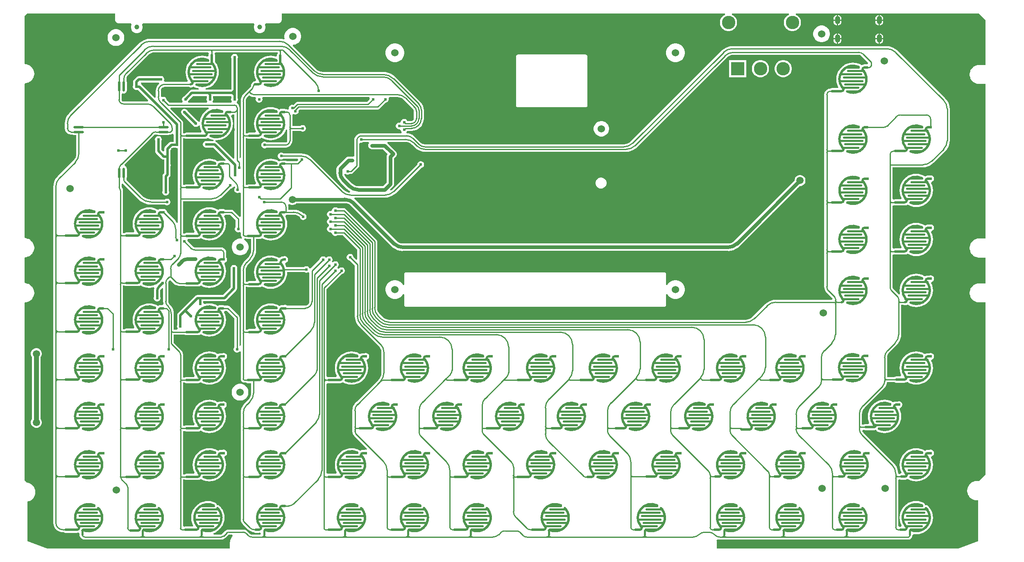
<source format=gbl>
G04*
G04 #@! TF.GenerationSoftware,Altium Limited,Altium Designer,23.3.1 (30)*
G04*
G04 Layer_Physical_Order=2*
G04 Layer_Color=16711680*
%FSLAX25Y25*%
%MOIN*%
G70*
G04*
G04 #@! TF.SameCoordinates,65CDCF12-2861-4885-BE21-4D3676ECD45B*
G04*
G04*
G04 #@! TF.FilePolarity,Positive*
G04*
G01*
G75*
%ADD14C,0.01000*%
G04:AMPARAMS|DCode=75|XSize=43.31mil|YSize=66.93mil|CornerRadius=21.65mil|HoleSize=0mil|Usage=FLASHONLY|Rotation=180.000|XOffset=0mil|YOffset=0mil|HoleType=Round|Shape=RoundedRectangle|*
%AMROUNDEDRECTD75*
21,1,0.04331,0.02362,0,0,180.0*
21,1,0.00000,0.06693,0,0,180.0*
1,1,0.04331,0.00000,0.01181*
1,1,0.04331,0.00000,0.01181*
1,1,0.04331,0.00000,-0.01181*
1,1,0.04331,0.00000,-0.01181*
%
%ADD75ROUNDEDRECTD75*%
%ADD82C,0.03000*%
%ADD84C,0.02000*%
%ADD85C,0.00600*%
%ADD89C,0.05906*%
%ADD94C,0.03937*%
%ADD98C,0.03937*%
%ADD99C,0.00394*%
%ADD100R,0.10925X0.10925*%
%ADD101C,0.10925*%
%ADD102C,0.06000*%
%ADD103C,0.02400*%
%ADD104C,0.01575*%
G04:AMPARAMS|DCode=105|XSize=86.61mil|YSize=19.68mil|CornerRadius=9.84mil|HoleSize=0mil|Usage=FLASHONLY|Rotation=0.000|XOffset=0mil|YOffset=0mil|HoleType=Round|Shape=RoundedRectangle|*
%AMROUNDEDRECTD105*
21,1,0.08661,0.00000,0,0,0.0*
21,1,0.06693,0.01968,0,0,0.0*
1,1,0.01968,0.03347,0.00000*
1,1,0.01968,-0.03347,0.00000*
1,1,0.01968,-0.03347,0.00000*
1,1,0.01968,0.03347,0.00000*
%
%ADD105ROUNDEDRECTD105*%
%ADD106C,0.01968*%
G04:AMPARAMS|DCode=107|XSize=86.61mil|YSize=19.68mil|CornerRadius=9.84mil|HoleSize=0mil|Usage=FLASHONLY|Rotation=270.000|XOffset=0mil|YOffset=0mil|HoleType=Round|Shape=RoundedRectangle|*
%AMROUNDEDRECTD107*
21,1,0.08661,0.00000,0,0,270.0*
21,1,0.06693,0.01968,0,0,270.0*
1,1,0.01968,0.00000,-0.03347*
1,1,0.01968,0.00000,0.03347*
1,1,0.01968,0.00000,0.03347*
1,1,0.01968,0.00000,-0.03347*
%
%ADD107ROUNDEDRECTD107*%
G36*
X788151Y433144D02*
Y396799D01*
X783000D01*
X782917Y396782D01*
X782833Y396794D01*
X782148Y396749D01*
X781906Y396684D01*
X781655Y396667D01*
X780331Y396312D01*
X780032Y396165D01*
X779716Y396058D01*
X778530Y395373D01*
X778279Y395153D01*
X778002Y394968D01*
X777033Y393998D01*
X776847Y393721D01*
X776627Y393471D01*
X775942Y392284D01*
X775835Y391968D01*
X775688Y391669D01*
X775333Y390345D01*
X775311Y390012D01*
X775246Y389685D01*
Y388315D01*
X775311Y387988D01*
X775333Y387655D01*
X775688Y386331D01*
X775835Y386032D01*
X775942Y385717D01*
X776627Y384530D01*
X776847Y384279D01*
X777033Y384002D01*
X778002Y383033D01*
X778279Y382847D01*
X778530Y382628D01*
X779716Y381942D01*
X780032Y381835D01*
X780331Y381688D01*
X781655Y381333D01*
X781906Y381316D01*
X782148Y381252D01*
X782833Y381207D01*
X782917Y381218D01*
X783000Y381201D01*
X788151D01*
Y255299D01*
X783000D01*
X782917Y255282D01*
X782833Y255293D01*
X782148Y255249D01*
X781906Y255184D01*
X781655Y255167D01*
X780331Y254813D01*
X780032Y254665D01*
X779716Y254558D01*
X778530Y253873D01*
X778279Y253653D01*
X778002Y253467D01*
X777033Y252498D01*
X776847Y252221D01*
X776627Y251971D01*
X775942Y250784D01*
X775835Y250468D01*
X775688Y250169D01*
X775333Y248845D01*
X775311Y248512D01*
X775246Y248185D01*
Y246815D01*
X775311Y246488D01*
X775333Y246155D01*
X775688Y244831D01*
X775835Y244532D01*
X775942Y244216D01*
X776627Y243030D01*
X776847Y242779D01*
X777033Y242502D01*
X778002Y241533D01*
X778279Y241347D01*
X778530Y241127D01*
X779716Y240442D01*
X780032Y240335D01*
X780331Y240188D01*
X781655Y239833D01*
X781906Y239816D01*
X782148Y239752D01*
X782833Y239707D01*
X782917Y239718D01*
X783000Y239701D01*
X788151D01*
Y218799D01*
X783000D01*
X782917Y218782D01*
X782833Y218794D01*
X782148Y218749D01*
X781906Y218684D01*
X781655Y218667D01*
X780331Y218313D01*
X780032Y218165D01*
X779716Y218058D01*
X778530Y217373D01*
X778279Y217153D01*
X778002Y216968D01*
X777033Y215998D01*
X776847Y215721D01*
X776627Y215471D01*
X775942Y214284D01*
X775835Y213968D01*
X775688Y213669D01*
X775333Y212345D01*
X775311Y212012D01*
X775246Y211685D01*
Y210315D01*
X775311Y209988D01*
X775333Y209655D01*
X775688Y208331D01*
X775835Y208032D01*
X775942Y207716D01*
X776627Y206530D01*
X776847Y206279D01*
X777033Y206002D01*
X778002Y205033D01*
X778279Y204847D01*
X778530Y204627D01*
X779716Y203942D01*
X780032Y203835D01*
X780331Y203688D01*
X781655Y203333D01*
X781906Y203316D01*
X782148Y203252D01*
X782833Y203207D01*
X782917Y203218D01*
X783000Y203201D01*
X788151D01*
Y63106D01*
X782794Y57749D01*
X781200D01*
X781117Y57732D01*
X781033Y57744D01*
X780328Y57697D01*
X780086Y57632D01*
X779835Y57616D01*
X778474Y57251D01*
X778175Y57104D01*
X777859Y56996D01*
X776638Y56292D01*
X776388Y56072D01*
X776110Y55887D01*
X775113Y54890D01*
X774928Y54612D01*
X774708Y54362D01*
X774004Y53141D01*
X773896Y52825D01*
X773749Y52526D01*
X773384Y51165D01*
X773362Y50832D01*
X773297Y50505D01*
Y49095D01*
X773362Y48768D01*
X773384Y48435D01*
X773749Y47074D01*
X773896Y46775D01*
X774004Y46459D01*
X774708Y45238D01*
X774928Y44987D01*
X775113Y44710D01*
X776110Y43714D01*
X776388Y43528D01*
X776638Y43308D01*
X777859Y42604D01*
X778175Y42496D01*
X778474Y42349D01*
X779835Y41984D01*
X780086Y41968D01*
X780328Y41903D01*
X781033Y41857D01*
X781117Y41868D01*
X781200Y41851D01*
X782151D01*
Y8744D01*
X766222Y2549D01*
X569599D01*
Y7500D01*
X569582Y7583D01*
X569593Y7667D01*
X569549Y8352D01*
X569484Y8595D01*
X569467Y8845D01*
X569322Y9386D01*
X570144Y10181D01*
X570389Y10107D01*
X571809Y9967D01*
X571842Y9961D01*
X722942D01*
X722942Y9961D01*
X725483D01*
X725678Y10000D01*
X726270Y10078D01*
X727004Y10382D01*
X727635Y10865D01*
X728118Y11496D01*
X728422Y12230D01*
X728500Y12822D01*
X728516Y12900D01*
X728655Y13107D01*
X728756Y13619D01*
X729550Y14311D01*
X729832Y14413D01*
X731800Y14258D01*
X733918Y14425D01*
X735985Y14921D01*
X737948Y15734D01*
X738050Y15797D01*
X738063Y15799D01*
X738164Y15867D01*
X739760Y16845D01*
X741375Y18225D01*
X742756Y19840D01*
X743866Y21652D01*
X744679Y23615D01*
X745175Y25682D01*
X745342Y27800D01*
X745175Y29918D01*
X744679Y31985D01*
X743866Y33948D01*
X742756Y35760D01*
X742475Y36088D01*
X742307Y36339D01*
X742258Y36372D01*
X742177Y36492D01*
X742067Y36566D01*
X741375Y37376D01*
X741381Y37381D01*
X740554Y37933D01*
X739578Y38127D01*
X738951Y38002D01*
X738804Y38745D01*
X738293Y39510D01*
X738251Y39572D01*
X737518Y40062D01*
X737511Y40047D01*
X735985Y40679D01*
X733918Y41175D01*
X732838Y41260D01*
X732505Y41326D01*
X732360Y41298D01*
X731923Y41332D01*
X731800Y41342D01*
X731187Y41308D01*
X731095Y41326D01*
X730934Y41294D01*
Y41294D01*
X730762Y41260D01*
X729682Y41175D01*
X727615Y40679D01*
X725652Y39866D01*
X723840Y38756D01*
X722225Y37376D01*
X720845Y35760D01*
X719734Y33948D01*
X718921Y31985D01*
X718425Y29918D01*
X718258Y27800D01*
X718425Y25682D01*
X718921Y23615D01*
X719734Y21652D01*
X719979Y21252D01*
X719491Y20380D01*
X718700D01*
X718139Y20268D01*
X717262Y20828D01*
X717139Y20997D01*
Y58778D01*
X718139Y59094D01*
X718431Y58899D01*
X719406Y58705D01*
X722654D01*
X722886Y58751D01*
X723664Y58854D01*
X724605Y59244D01*
X724613Y59250D01*
X725349Y59128D01*
X726082Y58638D01*
X726089Y58653D01*
X727615Y58021D01*
X729682Y57525D01*
X731800Y57358D01*
X733918Y57525D01*
X735985Y58021D01*
X737948Y58834D01*
X738050Y58897D01*
X738063Y58899D01*
X738164Y58967D01*
X739760Y59944D01*
X741375Y61325D01*
X742756Y62940D01*
X743866Y64752D01*
X744679Y66715D01*
X745175Y68782D01*
X745342Y70900D01*
X745175Y73018D01*
X744679Y75085D01*
X743969Y76797D01*
X743968Y76807D01*
X744221Y77537D01*
X744502Y77923D01*
X744542Y77934D01*
X745158Y78290D01*
X745660Y78792D01*
X746016Y79408D01*
X746200Y80095D01*
Y80805D01*
X746016Y81492D01*
X745660Y82108D01*
X745158Y82611D01*
X744542Y82966D01*
X743855Y83150D01*
X743145D01*
X742581Y82999D01*
X741100D01*
X740888Y82957D01*
X740050Y82846D01*
X739072Y82441D01*
X738323Y82565D01*
X738251Y82672D01*
X737518Y83162D01*
X737511Y83147D01*
X735985Y83779D01*
X733918Y84275D01*
X731800Y84442D01*
X729682Y84275D01*
X727615Y83779D01*
X725652Y82966D01*
X723840Y81855D01*
X722225Y80475D01*
X720845Y78860D01*
X719734Y77048D01*
X718921Y75085D01*
X718425Y73018D01*
X718258Y70900D01*
X718425Y68782D01*
X718921Y66715D01*
X719734Y64752D01*
X719784Y64670D01*
X719171Y63757D01*
X718431Y63609D01*
X718139Y63414D01*
X717319Y63632D01*
X717134Y63722D01*
X716989Y65563D01*
X716548Y67399D01*
X715825Y69144D01*
X714838Y70755D01*
X713623Y72178D01*
X713613Y72193D01*
X688902Y96904D01*
X688827Y96954D01*
X688137Y97853D01*
X687941Y98327D01*
X688451Y99237D01*
X689351Y99388D01*
X689625Y99205D01*
X690600Y99011D01*
X697554D01*
X697787Y99058D01*
X698564Y99160D01*
X699005Y99343D01*
X699508Y98590D01*
X699549Y98528D01*
X700282Y98038D01*
X700289Y98053D01*
X701815Y97421D01*
X703882Y96925D01*
X706000Y96758D01*
X708118Y96925D01*
X710185Y97421D01*
X712148Y98234D01*
X712250Y98297D01*
X712263Y98299D01*
X712364Y98367D01*
X713960Y99344D01*
X715575Y100725D01*
X716956Y102340D01*
X718066Y104152D01*
X718879Y106115D01*
X719375Y108182D01*
X719542Y110300D01*
X719375Y112418D01*
X718879Y114485D01*
X718169Y116197D01*
X718168Y116207D01*
X718421Y116937D01*
X718702Y117323D01*
X718742Y117334D01*
X719358Y117690D01*
X719861Y118192D01*
X720216Y118808D01*
X720400Y119495D01*
Y120205D01*
X720216Y120892D01*
X719861Y121508D01*
X719358Y122011D01*
X718742Y122366D01*
X718055Y122550D01*
X717345D01*
X716781Y122399D01*
X715300D01*
X715088Y122357D01*
X714250Y122247D01*
X713272Y121841D01*
X712523Y121965D01*
X712451Y122072D01*
X711718Y122562D01*
X711711Y122547D01*
X710185Y123179D01*
X708118Y123675D01*
X706000Y123842D01*
X703882Y123675D01*
X701815Y123179D01*
X699852Y122366D01*
X698040Y121256D01*
X696424Y119876D01*
X695045Y118260D01*
X693934Y116448D01*
X693121Y114485D01*
X692625Y112418D01*
X692458Y110300D01*
X692625Y108182D01*
X693121Y106115D01*
X693538Y105109D01*
X692870Y104109D01*
X690600D01*
X689625Y103915D01*
X689152Y103600D01*
X687539D01*
Y111858D01*
X687521Y111951D01*
X687665Y113416D01*
X688120Y114915D01*
X688858Y116296D01*
X689792Y117434D01*
X689871Y117487D01*
X705854Y133470D01*
X705863Y133484D01*
X706823Y134653D01*
X707544Y136002D01*
X707988Y137465D01*
X708072Y138315D01*
X713952D01*
X714425Y137999D01*
X715400Y137805D01*
X722354D01*
X722586Y137852D01*
X723364Y137954D01*
X724305Y138344D01*
X725166Y138201D01*
X725308Y137990D01*
X725349Y137928D01*
X726082Y137438D01*
X726089Y137453D01*
X727615Y136821D01*
X729682Y136325D01*
X731800Y136158D01*
X733918Y136325D01*
X735985Y136821D01*
X737948Y137634D01*
X738050Y137697D01*
X738063Y137699D01*
X738164Y137767D01*
X739760Y138744D01*
X741375Y140125D01*
X742756Y141740D01*
X743866Y143552D01*
X744679Y145515D01*
X745175Y147582D01*
X745342Y149700D01*
X745175Y151818D01*
X744679Y153885D01*
X743969Y155597D01*
X743968Y155607D01*
X744221Y156337D01*
X744502Y156723D01*
X744542Y156734D01*
X745158Y157089D01*
X745660Y157592D01*
X746016Y158208D01*
X746200Y158895D01*
Y159606D01*
X746016Y160292D01*
X745660Y160908D01*
X745158Y161411D01*
X744542Y161766D01*
X743855Y161950D01*
X743145D01*
X742581Y161799D01*
X741100D01*
X740888Y161757D01*
X740050Y161646D01*
X739072Y161241D01*
X738323Y161365D01*
X738251Y161472D01*
X737518Y161962D01*
X737511Y161947D01*
X735985Y162579D01*
X733918Y163075D01*
X731800Y163242D01*
X729682Y163075D01*
X727615Y162579D01*
X725652Y161766D01*
X723840Y160655D01*
X722225Y159275D01*
X720845Y157660D01*
X719734Y155848D01*
X718921Y153885D01*
X718425Y151818D01*
X718258Y149700D01*
X718425Y147582D01*
X718921Y145515D01*
X719589Y143903D01*
X719077Y142903D01*
X715400D01*
X714425Y142709D01*
X713952Y142394D01*
X708139D01*
Y158206D01*
X708127Y158270D01*
X708239Y159410D01*
X708590Y160568D01*
X709161Y161636D01*
X709888Y162522D01*
X709941Y162557D01*
X716013Y168629D01*
X716023Y168644D01*
X717238Y170067D01*
X718225Y171677D01*
X718948Y173422D01*
X719389Y175259D01*
X719536Y177125D01*
X719539Y177142D01*
Y201315D01*
X721206D01*
X721679Y200999D01*
X722654Y200805D01*
Y200821D01*
X723664Y200954D01*
X724605Y201344D01*
X724613Y201350D01*
X725349Y201228D01*
X726082Y200738D01*
X726089Y200753D01*
X727615Y200121D01*
X729682Y199625D01*
X731800Y199458D01*
X733918Y199625D01*
X735985Y200121D01*
X737948Y200934D01*
X738050Y200997D01*
X738063Y200999D01*
X738164Y201067D01*
X739760Y202045D01*
X741375Y203425D01*
X742756Y205040D01*
X743866Y206852D01*
X744679Y208815D01*
X745175Y210882D01*
X745342Y213000D01*
X745175Y215118D01*
X744679Y217185D01*
X743969Y218897D01*
X743968Y218907D01*
X744221Y219637D01*
X744502Y220023D01*
X744542Y220034D01*
X745158Y220390D01*
X745660Y220892D01*
X746016Y221508D01*
X746200Y222195D01*
Y222905D01*
X746016Y223592D01*
X745660Y224208D01*
X745158Y224711D01*
X744542Y225066D01*
X743855Y225250D01*
X743145D01*
X742581Y225099D01*
X741100D01*
X740888Y225057D01*
X740050Y224946D01*
X739072Y224541D01*
X738323Y224665D01*
X738251Y224772D01*
X737518Y225262D01*
X737511Y225247D01*
X735985Y225879D01*
X733918Y226375D01*
X731800Y226542D01*
X729682Y226375D01*
X727615Y225879D01*
X725652Y225066D01*
X723840Y223955D01*
X722225Y222575D01*
X720845Y220960D01*
X719734Y219148D01*
X718921Y217185D01*
X718425Y215118D01*
X718258Y213000D01*
X718425Y210882D01*
X718606Y210130D01*
X717699Y209622D01*
X713401Y213920D01*
X713364Y213945D01*
X712921Y214522D01*
X712626Y215235D01*
X712531Y215956D01*
X712539Y216000D01*
Y241830D01*
X713539Y242364D01*
X713568Y242345D01*
X714543Y242151D01*
X722283D01*
X722431Y242180D01*
X723464Y242316D01*
X724564Y242772D01*
X724656Y242843D01*
X725349Y242728D01*
X726082Y242238D01*
X726089Y242253D01*
X727615Y241621D01*
X729682Y241125D01*
X731800Y240958D01*
X733918Y241125D01*
X735985Y241621D01*
X737948Y242434D01*
X738050Y242497D01*
X738063Y242499D01*
X738164Y242567D01*
X739760Y243545D01*
X741375Y244925D01*
X742756Y246540D01*
X743866Y248352D01*
X744679Y250315D01*
X745175Y252382D01*
X745342Y254500D01*
X745175Y256618D01*
X744679Y258685D01*
X743969Y260397D01*
X743968Y260407D01*
X744221Y261137D01*
X744502Y261523D01*
X744542Y261534D01*
X745158Y261890D01*
X745660Y262392D01*
X746016Y263008D01*
X746200Y263695D01*
Y264405D01*
X746016Y265092D01*
X745660Y265708D01*
X745158Y266211D01*
X744542Y266566D01*
X743855Y266750D01*
X743145D01*
X742581Y266599D01*
X741100D01*
X740888Y266557D01*
X740050Y266446D01*
X739072Y266041D01*
X738323Y266165D01*
X738251Y266272D01*
X737518Y266762D01*
X737511Y266747D01*
X735985Y267379D01*
X733918Y267875D01*
X731800Y268042D01*
X729682Y267875D01*
X727615Y267379D01*
X725652Y266566D01*
X723840Y265456D01*
X722225Y264075D01*
X720845Y262460D01*
X719734Y260648D01*
X718921Y258685D01*
X718425Y256618D01*
X718258Y254500D01*
X718425Y252382D01*
X718921Y250315D01*
X719734Y248352D01*
X719876Y248122D01*
X719387Y247249D01*
X714543D01*
X713568Y247055D01*
X713539Y247036D01*
X712539Y247570D01*
Y281830D01*
X713539Y282364D01*
X713568Y282345D01*
X714543Y282151D01*
X722283D01*
X722431Y282181D01*
X723464Y282316D01*
X724564Y282772D01*
X724656Y282843D01*
X725349Y282728D01*
X726082Y282238D01*
X726089Y282253D01*
X727615Y281621D01*
X729682Y281125D01*
X731800Y280958D01*
X733918Y281125D01*
X735985Y281621D01*
X737948Y282434D01*
X738050Y282497D01*
X738063Y282499D01*
X738164Y282567D01*
X739760Y283544D01*
X741375Y284925D01*
X742756Y286540D01*
X743866Y288352D01*
X744679Y290315D01*
X745175Y292382D01*
X745342Y294500D01*
X745175Y296618D01*
X744679Y298685D01*
X743969Y300397D01*
X743968Y300407D01*
X744221Y301137D01*
X744502Y301523D01*
X744542Y301534D01*
X745158Y301889D01*
X745660Y302392D01*
X746016Y303008D01*
X746200Y303695D01*
Y304405D01*
X746016Y305092D01*
X745660Y305708D01*
X745158Y306211D01*
X744542Y306566D01*
X743855Y306750D01*
X743145D01*
X742581Y306599D01*
X741100D01*
X740888Y306557D01*
X740050Y306447D01*
X739072Y306041D01*
X738323Y306165D01*
X738251Y306272D01*
X737518Y306762D01*
X737511Y306747D01*
X735985Y307379D01*
X733918Y307875D01*
X731800Y308042D01*
X729682Y307875D01*
X727615Y307379D01*
X725652Y306566D01*
X723840Y305455D01*
X722225Y304076D01*
X720845Y302460D01*
X719734Y300648D01*
X718921Y298685D01*
X718425Y296618D01*
X718258Y294500D01*
X718425Y292382D01*
X718921Y290315D01*
X719734Y288352D01*
X719876Y288122D01*
X719387Y287249D01*
X714543D01*
X713568Y287055D01*
X713539Y287036D01*
X712539Y287570D01*
Y313320D01*
X737217D01*
X737234Y313323D01*
X739100Y313470D01*
X740937Y313911D01*
X742682Y314634D01*
X744292Y315621D01*
X745715Y316836D01*
X745730Y316846D01*
X755513Y326629D01*
X755523Y326644D01*
X756738Y328067D01*
X757725Y329677D01*
X758448Y331422D01*
X758889Y333259D01*
X759036Y335125D01*
X759039Y335142D01*
Y360858D01*
X759036Y360875D01*
X758889Y362741D01*
X758448Y364578D01*
X757725Y366323D01*
X756738Y367933D01*
X755523Y369356D01*
X755513Y369371D01*
X755513Y369371D01*
X755513Y369371D01*
X716371Y408513D01*
X716356Y408523D01*
X714933Y409738D01*
X713323Y410725D01*
X711578Y411448D01*
X709741Y411889D01*
X707875Y412036D01*
X707858Y412039D01*
X582142D01*
X582125Y412036D01*
X580259Y411889D01*
X578422Y411448D01*
X576677Y410725D01*
X575067Y409738D01*
X573644Y408523D01*
X573629Y408513D01*
X499487Y334371D01*
X499434Y334292D01*
X498296Y333358D01*
X496915Y332620D01*
X495416Y332165D01*
X493951Y332021D01*
X493858Y332039D01*
X331828D01*
X331736Y332021D01*
X330581Y332173D01*
X329419Y332655D01*
X329189Y332831D01*
X328442Y333442D01*
X328442Y333442D01*
X323563Y338321D01*
X323567Y338324D01*
X322160Y339479D01*
X320554Y340338D01*
X318812Y340866D01*
X317198Y341025D01*
X317012Y341305D01*
X316935Y341493D01*
X316858Y342039D01*
X317161Y342342D01*
X317516Y342958D01*
X317517Y342961D01*
X321000D01*
Y342952D01*
X322960Y343145D01*
X324845Y343717D01*
X326583Y344645D01*
X328105Y345895D01*
X329355Y347417D01*
X330283Y349155D01*
X330855Y351040D01*
X331048Y353000D01*
X331039D01*
Y360000D01*
X331043D01*
X330872Y361731D01*
X330367Y363395D01*
X329548Y364929D01*
X328445Y366272D01*
X328443Y366270D01*
X328442Y366270D01*
X307785Y386927D01*
X307788Y386930D01*
X306112Y388361D01*
X304233Y389513D01*
X302198Y390356D01*
X300055Y390870D01*
X297858Y391043D01*
Y391039D01*
X248971D01*
X248878Y391021D01*
X247412Y391165D01*
X245914Y391620D01*
X244532Y392358D01*
X243394Y393292D01*
X243341Y393371D01*
X224527Y412185D01*
X224941Y413185D01*
X225071D01*
X226388Y413447D01*
X227628Y413961D01*
X228744Y414707D01*
X229694Y415656D01*
X230439Y416772D01*
X230953Y418012D01*
X231215Y419329D01*
Y420671D01*
X230953Y421988D01*
X230439Y423228D01*
X229694Y424344D01*
X228744Y425293D01*
X227628Y426039D01*
X226388Y426553D01*
X225071Y426815D01*
X223729D01*
X222412Y426553D01*
X221172Y426039D01*
X220056Y425293D01*
X219106Y424344D01*
X218361Y423228D01*
X217847Y421988D01*
X217585Y420671D01*
Y419329D01*
X217775Y418372D01*
X217725Y418247D01*
X217195Y417680D01*
X216953Y417557D01*
X215569Y417889D01*
X213703Y418036D01*
X213686Y418039D01*
X108142D01*
X108125Y418036D01*
X106259Y417889D01*
X104422Y417448D01*
X102677Y416725D01*
X101067Y415738D01*
X99644Y414523D01*
X99629Y414513D01*
X42487Y357371D01*
X42477Y357356D01*
X41262Y355933D01*
X40275Y354323D01*
X39552Y352577D01*
X39111Y350741D01*
X38964Y348875D01*
X38961Y348858D01*
Y345000D01*
X38958D01*
X39125Y343729D01*
X39616Y342545D01*
X40396Y341528D01*
X41413Y340747D01*
X42597Y340257D01*
X43868Y340090D01*
Y340092D01*
X45534D01*
X45984Y339791D01*
X46953Y339599D01*
X48261D01*
Y324442D01*
X48279Y324349D01*
X48135Y322884D01*
X47680Y321385D01*
X46942Y320004D01*
X46008Y318866D01*
X45929Y318813D01*
X33087Y305971D01*
X33077Y305956D01*
X31862Y304533D01*
X30875Y302923D01*
X30152Y301178D01*
X29711Y299341D01*
X29564Y297475D01*
X29561Y297458D01*
Y259454D01*
Y255846D01*
Y220854D01*
Y217246D01*
Y181154D01*
Y177546D01*
Y141954D01*
Y138346D01*
Y102554D01*
Y98946D01*
Y63154D01*
Y59546D01*
Y23600D01*
X29566Y23576D01*
X29710Y22110D01*
X30145Y20677D01*
X30850Y19357D01*
X31800Y18200D01*
X32957Y17250D01*
X34277Y16544D01*
X35710Y16110D01*
X37176Y15966D01*
X37200Y15961D01*
X38172D01*
X38644Y15645D01*
X39620Y15451D01*
X49000D01*
X49212Y15493D01*
X49668Y15553D01*
X50668Y14894D01*
Y14000D01*
X50845Y13107D01*
X51351Y12351D01*
X51354Y12348D01*
X51506Y11983D01*
X52147Y11147D01*
X52983Y10506D01*
X53956Y10103D01*
X54931Y9975D01*
X55000Y9961D01*
X166189D01*
Y9961D01*
X167380Y10117D01*
X168489Y10577D01*
X169442Y11308D01*
X169442Y11308D01*
X172084Y13950D01*
X175170D01*
X175584Y12950D01*
X175133Y12498D01*
X174947Y12221D01*
X174727Y11970D01*
X174042Y10784D01*
X173935Y10468D01*
X173787Y10169D01*
X173433Y8845D01*
X173416Y8595D01*
X173351Y8352D01*
X173307Y7667D01*
X173318Y7583D01*
X173301Y7500D01*
Y2549D01*
X24478D01*
X8549Y8744D01*
Y40834D01*
X9726Y41149D01*
X10025Y41296D01*
X10341Y41404D01*
X11562Y42109D01*
X11812Y42328D01*
X12090Y42514D01*
X13086Y43510D01*
X13272Y43788D01*
X13491Y44038D01*
X14196Y45259D01*
X14303Y45575D01*
X14451Y45874D01*
X14816Y47235D01*
X14838Y47568D01*
X14903Y47895D01*
Y49305D01*
X14838Y49632D01*
X14816Y49965D01*
X14451Y51326D01*
X14303Y51625D01*
X14196Y51941D01*
X13491Y53162D01*
X13272Y53412D01*
X13086Y53690D01*
X12090Y54686D01*
X11812Y54872D01*
X11562Y55092D01*
X10341Y55796D01*
X10025Y55904D01*
X9726Y56051D01*
X8365Y56416D01*
X8114Y56432D01*
X7871Y56497D01*
X7552Y56518D01*
X6000Y58168D01*
Y202443D01*
X6417Y203307D01*
X7102Y203351D01*
X7344Y203416D01*
X7595Y203433D01*
X8919Y203788D01*
X9218Y203935D01*
X9533Y204042D01*
X10720Y204728D01*
X10971Y204947D01*
X11248Y205133D01*
X12217Y206102D01*
X12403Y206379D01*
X12622Y206630D01*
X13308Y207817D01*
X13415Y208132D01*
X13562Y208431D01*
X13917Y209755D01*
X13939Y210088D01*
X14004Y210415D01*
Y211785D01*
X13939Y212112D01*
X13917Y212445D01*
X13562Y213769D01*
X13415Y214068D01*
X13308Y214384D01*
X12622Y215570D01*
X12403Y215821D01*
X12217Y216098D01*
X11248Y217068D01*
X10971Y217253D01*
X10720Y217473D01*
X9533Y218158D01*
X9218Y218265D01*
X8919Y218412D01*
X7595Y218767D01*
X7344Y218784D01*
X7102Y218849D01*
X6417Y218894D01*
X6000Y219757D01*
Y239143D01*
X6417Y240007D01*
X7102Y240052D01*
X7344Y240116D01*
X7595Y240133D01*
X8919Y240488D01*
X9218Y240635D01*
X9533Y240742D01*
X10720Y241427D01*
X10971Y241647D01*
X11248Y241833D01*
X12217Y242802D01*
X12403Y243079D01*
X12622Y243330D01*
X13308Y244516D01*
X13415Y244832D01*
X13562Y245131D01*
X13917Y246455D01*
X13939Y246788D01*
X14004Y247115D01*
Y248485D01*
X13939Y248812D01*
X13917Y249145D01*
X13562Y250469D01*
X13415Y250768D01*
X13308Y251084D01*
X12622Y252271D01*
X12403Y252521D01*
X12217Y252798D01*
X11248Y253767D01*
X10971Y253953D01*
X10720Y254173D01*
X9533Y254858D01*
X9218Y254965D01*
X8919Y255113D01*
X7595Y255467D01*
X7344Y255484D01*
X7102Y255549D01*
X6417Y255593D01*
X6000Y256457D01*
Y380943D01*
X6417Y381807D01*
X7102Y381852D01*
X7344Y381916D01*
X7595Y381933D01*
X8919Y382288D01*
X9218Y382435D01*
X9533Y382542D01*
X10720Y383227D01*
X10971Y383447D01*
X11248Y383633D01*
X12217Y384602D01*
X12403Y384879D01*
X12622Y385130D01*
X13308Y386316D01*
X13415Y386632D01*
X13562Y386931D01*
X13917Y388255D01*
X13939Y388588D01*
X14004Y388915D01*
Y390285D01*
X13939Y390612D01*
X13917Y390945D01*
X13562Y392269D01*
X13415Y392568D01*
X13308Y392884D01*
X12622Y394071D01*
X12403Y394321D01*
X12217Y394598D01*
X11248Y395567D01*
X10971Y395753D01*
X10720Y395973D01*
X9533Y396658D01*
X9218Y396765D01*
X8919Y396913D01*
X7595Y397267D01*
X7344Y397284D01*
X7102Y397349D01*
X6417Y397393D01*
X6000Y398257D01*
Y436595D01*
X8056Y438651D01*
X79951D01*
Y433300D01*
X80145Y432325D01*
X80698Y431498D01*
X81525Y430945D01*
X82500Y430751D01*
X92660D01*
X93238Y429751D01*
X93020Y429375D01*
X92693Y428153D01*
Y426887D01*
X93020Y425664D01*
X93653Y424568D01*
X94548Y423673D01*
X95644Y423040D01*
X96867Y422713D01*
X98133D01*
X99356Y423040D01*
X100452Y423673D01*
X101347Y424568D01*
X101979Y425664D01*
X102307Y426887D01*
Y428153D01*
X101979Y429375D01*
X101762Y429751D01*
X102340Y430751D01*
X192660D01*
X193238Y429751D01*
X193020Y429375D01*
X192693Y428153D01*
Y426887D01*
X193020Y425664D01*
X193653Y424568D01*
X194548Y423673D01*
X195644Y423040D01*
X196867Y422713D01*
X198133D01*
X199355Y423040D01*
X200452Y423673D01*
X201347Y424568D01*
X201979Y425664D01*
X202307Y426887D01*
Y428153D01*
X201979Y429375D01*
X201762Y429751D01*
X202340Y430751D01*
X212800D01*
X213775Y430945D01*
X214602Y431498D01*
X215155Y432325D01*
X215349Y433300D01*
Y438651D01*
X576033D01*
X576232Y437651D01*
X575698Y437430D01*
X574558Y436668D01*
X573588Y435698D01*
X572826Y434558D01*
X572301Y433291D01*
X572034Y431946D01*
Y430574D01*
X572301Y429229D01*
X572826Y427962D01*
X573588Y426821D01*
X574558Y425852D01*
X575698Y425090D01*
X576965Y424565D01*
X578310Y424297D01*
X579682D01*
X581027Y424565D01*
X582294Y425090D01*
X583434Y425852D01*
X584404Y426821D01*
X585166Y427962D01*
X585691Y429229D01*
X585959Y430574D01*
Y431946D01*
X585691Y433291D01*
X585166Y434558D01*
X584404Y435698D01*
X583434Y436668D01*
X582294Y437430D01*
X581760Y437651D01*
X581959Y438651D01*
X628041D01*
X628240Y437651D01*
X627706Y437430D01*
X626566Y436668D01*
X625596Y435698D01*
X624834Y434558D01*
X624309Y433291D01*
X624041Y431946D01*
Y430574D01*
X624309Y429229D01*
X624834Y427962D01*
X625596Y426821D01*
X626566Y425852D01*
X627706Y425090D01*
X628973Y424565D01*
X630318Y424297D01*
X631690D01*
X633035Y424565D01*
X634302Y425090D01*
X635442Y425852D01*
X636412Y426821D01*
X637174Y427962D01*
X637699Y429229D01*
X637966Y430574D01*
Y431946D01*
X637699Y433291D01*
X637174Y434558D01*
X636412Y435698D01*
X635442Y436668D01*
X634302Y437430D01*
X633768Y437651D01*
X633967Y438651D01*
X782644D01*
X788151Y433144D01*
D02*
G37*
G36*
X212139Y405964D02*
X211823Y405491D01*
X211629Y404516D01*
Y404046D01*
X210798Y403491D01*
X210585Y403579D01*
X208518Y404075D01*
X206400Y404242D01*
X204282Y404075D01*
X202215Y403579D01*
X200252Y402766D01*
X198440Y401655D01*
X196825Y400276D01*
X195445Y398660D01*
X194334Y396848D01*
X193521Y394885D01*
X193025Y392818D01*
X192858Y390700D01*
X193025Y388582D01*
X193521Y386515D01*
X194334Y384552D01*
X194476Y384321D01*
X193987Y383449D01*
X193583D01*
X192607Y383255D01*
X191780Y382702D01*
X191228Y381875D01*
X191211Y381790D01*
X190890Y381372D01*
X190579Y380622D01*
X190498Y380004D01*
X190461Y379817D01*
Y379646D01*
X190464Y379629D01*
X190398Y379296D01*
X190210Y379014D01*
X190196Y379005D01*
X187497Y376306D01*
X184798Y373607D01*
X184794Y373611D01*
X183626Y372188D01*
X182757Y370564D01*
X182223Y368801D01*
X182137Y367932D01*
X182137Y367932D01*
X182042Y366969D01*
X182048D01*
Y362782D01*
Y321335D01*
X181049Y320800D01*
X181039Y320806D01*
Y360000D01*
Y362000D01*
X181025Y362069D01*
X180897Y363044D01*
X180494Y364017D01*
X179853Y364853D01*
X179017Y365494D01*
X178941Y365526D01*
X178808Y365990D01*
X178805Y366664D01*
X179160Y367019D01*
X179516Y367635D01*
X179700Y368322D01*
Y369033D01*
X179549Y369596D01*
Y372193D01*
Y402081D01*
X179700Y402644D01*
Y403356D01*
X179516Y404042D01*
X179160Y404658D01*
X178658Y405161D01*
X178042Y405516D01*
X177356Y405700D01*
X176645D01*
X175958Y405516D01*
X175342Y405161D01*
X174839Y404658D01*
X174484Y404042D01*
X174300Y403356D01*
Y402644D01*
X174451Y402081D01*
Y376856D01*
X174081Y376486D01*
X153607D01*
X153489Y377486D01*
X154885Y377821D01*
X156848Y378634D01*
X156950Y378697D01*
X156963Y378699D01*
X157064Y378767D01*
X158660Y379745D01*
X160275Y381125D01*
X161655Y382740D01*
X162766Y384552D01*
X163579Y386515D01*
X164075Y388582D01*
X164242Y390700D01*
X164075Y392818D01*
X163579Y394885D01*
X162766Y396848D01*
X161655Y398660D01*
X161375Y398988D01*
X161207Y399239D01*
X161158Y399272D01*
X161077Y399392D01*
X161027Y399426D01*
Y405079D01*
X160852Y405961D01*
X160877Y406121D01*
X161430Y406961D01*
X212139D01*
Y405964D01*
D02*
G37*
G36*
X112142Y406961D02*
X155526D01*
X156079Y406121D01*
X156105Y405961D01*
X155929Y405079D01*
Y404046D01*
X155098Y403491D01*
X154885Y403579D01*
X152818Y404075D01*
X150700Y404242D01*
X148582Y404075D01*
X146515Y403579D01*
X144552Y402766D01*
X142740Y401655D01*
X141124Y400276D01*
X139744Y398660D01*
X138634Y396848D01*
X137821Y394885D01*
X137325Y392818D01*
X137158Y390700D01*
X137325Y388582D01*
X137821Y386515D01*
X138634Y384552D01*
X139088Y383812D01*
X138599Y382939D01*
X120200D01*
X120157Y382931D01*
X120073Y382922D01*
X119464Y383867D01*
X119516Y383958D01*
X119700Y384645D01*
Y385355D01*
X119516Y386042D01*
X119160Y386658D01*
X118658Y387160D01*
X118042Y387516D01*
X117356Y387700D01*
X116645D01*
X116081Y387549D01*
X99000D01*
X98024Y387355D01*
X97198Y386802D01*
X95198Y384802D01*
X94645Y383976D01*
X94451Y383000D01*
Y379919D01*
X94300Y379356D01*
Y378644D01*
X94484Y377958D01*
X94840Y377342D01*
X95342Y376839D01*
X95958Y376484D01*
X96645Y376300D01*
X97356D01*
X97919Y376451D01*
X98444D01*
X106957Y367938D01*
X106503Y366978D01*
X105838Y367044D01*
Y367039D01*
X86431D01*
X86392Y367031D01*
X85904Y367128D01*
X85458Y367426D01*
X85160Y367873D01*
X85063Y368360D01*
X85071Y368399D01*
Y373031D01*
X85968Y373594D01*
X86071Y373599D01*
X86968Y373421D01*
X87938Y373614D01*
X88759Y374163D01*
X89309Y374984D01*
X89501Y375954D01*
Y382646D01*
X89309Y383616D01*
X89008Y384066D01*
Y385354D01*
X88992Y385433D01*
X89128Y386467D01*
X89557Y387503D01*
X89652Y387626D01*
X90259Y388375D01*
X90951Y389067D01*
X106513Y404629D01*
X106566Y404708D01*
X107704Y405642D01*
X109085Y406380D01*
X110584Y406835D01*
X112049Y406979D01*
X112142Y406961D01*
D02*
G37*
G36*
X583142Y404961D02*
X685000D01*
X685040Y404969D01*
X685725Y404879D01*
X686401Y404599D01*
X686950Y404178D01*
X686972Y404144D01*
X692496Y398620D01*
X692473Y398082D01*
X692000Y397199D01*
X689600D01*
X689388Y397157D01*
X688550Y397046D01*
X687572Y396641D01*
X686823Y396765D01*
X686751Y396872D01*
X686018Y397362D01*
X686011Y397347D01*
X684485Y397979D01*
X682418Y398475D01*
X680300Y398642D01*
X678182Y398475D01*
X676115Y397979D01*
X674152Y397166D01*
X672340Y396056D01*
X670724Y394675D01*
X669345Y393060D01*
X668234Y391248D01*
X667421Y389285D01*
X666925Y387218D01*
X666758Y385100D01*
X666925Y382982D01*
X667421Y380915D01*
X668234Y378952D01*
X668376Y378721D01*
X667887Y377849D01*
X663043D01*
X662068Y377655D01*
X661572Y377324D01*
X660473Y377179D01*
X659330Y376706D01*
X658348Y375952D01*
X657594Y374970D01*
X657121Y373827D01*
X656959Y372600D01*
X656961D01*
Y327846D01*
Y325112D01*
Y286046D01*
Y283312D01*
Y246046D01*
Y243312D01*
Y216000D01*
X656972Y215946D01*
X657101Y214632D01*
X657500Y213316D01*
X658148Y212103D01*
X658986Y211082D01*
X659017Y211036D01*
Y211036D01*
X659017Y211036D01*
X663660Y206394D01*
X663253Y205394D01*
X617496D01*
X617479Y205390D01*
X615614Y205243D01*
X613777Y204802D01*
X612032Y204080D01*
X610421Y203093D01*
X608998Y201877D01*
X608984Y201867D01*
X598487Y191371D01*
X598434Y191292D01*
X597296Y190358D01*
X595915Y189620D01*
X594416Y189165D01*
X592951Y189021D01*
X592858Y189039D01*
X303142Y189039D01*
X303049Y189021D01*
X301584Y189165D01*
X300085Y189620D01*
X298704Y190358D01*
X297566Y191292D01*
X297513Y191371D01*
X295371Y193513D01*
X295292Y193566D01*
X294358Y194704D01*
X293620Y196085D01*
X293165Y197584D01*
X293021Y199049D01*
X293039Y199142D01*
Y253000D01*
X292884Y253780D01*
X292442Y254442D01*
X267442Y279442D01*
X266780Y279884D01*
X266000Y280039D01*
X260779D01*
X260658Y280160D01*
X260042Y280516D01*
X259355Y280700D01*
X258645D01*
X257958Y280516D01*
X257342Y280160D01*
X256839Y279658D01*
X256484Y279042D01*
X256315Y278412D01*
X256297Y278354D01*
X255356Y277700D01*
X254644D01*
X253958Y277516D01*
X253342Y277161D01*
X252839Y276658D01*
X252484Y276042D01*
X252300Y275356D01*
Y274644D01*
X252484Y273958D01*
X252839Y273342D01*
X253342Y272839D01*
X253878Y272530D01*
X253958Y272067D01*
Y271933D01*
X253878Y271470D01*
X253342Y271161D01*
X252839Y270658D01*
X252484Y270042D01*
X252300Y269356D01*
Y268644D01*
X252484Y267958D01*
X252839Y267342D01*
X253342Y266840D01*
X253878Y266530D01*
X253958Y266067D01*
Y265933D01*
X253878Y265470D01*
X253342Y265160D01*
X252839Y264658D01*
X252484Y264042D01*
X252300Y263355D01*
Y262645D01*
X252484Y261958D01*
X252839Y261342D01*
X253342Y260840D01*
X253958Y260484D01*
X254644Y260300D01*
X255356D01*
X256297Y259646D01*
X256315Y259588D01*
X256484Y258958D01*
X256839Y258342D01*
X257342Y257839D01*
X257958Y257484D01*
X258645Y257300D01*
X259355D01*
X260042Y257484D01*
X260658Y257839D01*
X260779Y257961D01*
X265155D01*
X276961Y246155D01*
Y238230D01*
X276037Y237847D01*
X273700Y240184D01*
Y240355D01*
X273516Y241042D01*
X273161Y241658D01*
X272658Y242161D01*
X272042Y242516D01*
X271356Y242700D01*
X270644D01*
X269958Y242516D01*
X269342Y242161D01*
X268840Y241658D01*
X268484Y241042D01*
X268300Y240355D01*
Y239645D01*
X268484Y238958D01*
X268840Y238342D01*
X269342Y237840D01*
X269958Y237484D01*
X270644Y237300D01*
X270816D01*
X274961Y233155D01*
Y192142D01*
X274964Y192125D01*
X275111Y190259D01*
X275552Y188423D01*
X276275Y186677D01*
X277262Y185067D01*
X278477Y183644D01*
X278487Y183629D01*
X293742Y168374D01*
X294436Y167681D01*
X295070Y166943D01*
X295314Y166645D01*
X295955Y165446D01*
X296350Y164145D01*
X296476Y162867D01*
X296461Y162791D01*
Y145642D01*
X296479Y145549D01*
X296335Y144084D01*
X295880Y142585D01*
X295142Y141204D01*
X294208Y140066D01*
X294129Y140013D01*
X276352Y122236D01*
X275643Y121534D01*
X275641Y121532D01*
X274501Y120143D01*
X273654Y118558D01*
X273132Y116838D01*
X272956Y115049D01*
X272956Y115043D01*
X272961Y114045D01*
Y101700D01*
Y98000D01*
X272957D01*
X273128Y96701D01*
X273629Y95491D01*
X274427Y94452D01*
X274429Y94454D01*
X276644Y92239D01*
X284861Y84023D01*
X284343Y83127D01*
X284256Y83150D01*
X283544D01*
X282981Y82999D01*
X281500D01*
X281288Y82957D01*
X280450Y82846D01*
X279472Y82441D01*
X278723Y82565D01*
X278651Y82672D01*
X277918Y83162D01*
X277911Y83147D01*
X276385Y83779D01*
X274318Y84275D01*
X272200Y84442D01*
X270082Y84275D01*
X268015Y83779D01*
X266052Y82966D01*
X264240Y81855D01*
X262625Y80475D01*
X261245Y78860D01*
X260134Y77048D01*
X259321Y75085D01*
X258825Y73018D01*
X258658Y70900D01*
X258825Y68782D01*
X259321Y66715D01*
X260134Y64752D01*
X260276Y64521D01*
X259787Y63649D01*
X253520D01*
X252927Y63531D01*
X252066Y64067D01*
X251927Y64245D01*
Y136755D01*
X252066Y136933D01*
X252927Y137469D01*
X253520Y137351D01*
X262900D01*
X263112Y137393D01*
X263950Y137504D01*
X264928Y137909D01*
X265094Y138036D01*
X265749Y137928D01*
X266482Y137438D01*
X266489Y137453D01*
X268015Y136821D01*
X270082Y136325D01*
X272200Y136158D01*
X274318Y136325D01*
X276385Y136821D01*
X278348Y137634D01*
X278450Y137697D01*
X278463Y137699D01*
X278564Y137767D01*
X280160Y138744D01*
X281775Y140125D01*
X283155Y141740D01*
X284266Y143552D01*
X285079Y145515D01*
X285575Y147582D01*
X285742Y149700D01*
X285575Y151818D01*
X285079Y153885D01*
X284369Y155597D01*
X284368Y155607D01*
X284621Y156337D01*
X284902Y156723D01*
X284942Y156734D01*
X285558Y157089D01*
X286061Y157592D01*
X286416Y158208D01*
X286600Y158895D01*
Y159606D01*
X286416Y160292D01*
X286061Y160908D01*
X285558Y161411D01*
X284942Y161766D01*
X284256Y161950D01*
X283544D01*
X282981Y161799D01*
X281500D01*
X281288Y161757D01*
X280450Y161646D01*
X279472Y161241D01*
X278723Y161365D01*
X278651Y161472D01*
X277918Y161962D01*
X277911Y161947D01*
X276385Y162579D01*
X274318Y163075D01*
X272200Y163242D01*
X270082Y163075D01*
X268015Y162579D01*
X266052Y161766D01*
X264240Y160655D01*
X262625Y159275D01*
X261245Y157660D01*
X260134Y155848D01*
X259321Y153885D01*
X258825Y151818D01*
X258658Y149700D01*
X258825Y147582D01*
X259321Y145515D01*
X260134Y143552D01*
X260276Y143322D01*
X259787Y142449D01*
X253520D01*
X252927Y142331D01*
X252066Y142867D01*
X251927Y143045D01*
Y214043D01*
X264184Y226300D01*
X264355D01*
X265042Y226484D01*
X265658Y226839D01*
X266160Y227342D01*
X266516Y227958D01*
X266700Y228644D01*
Y229356D01*
X266516Y230042D01*
X266160Y230658D01*
X265658Y231160D01*
X265042Y231516D01*
X264355Y231700D01*
X263645D01*
X262958Y231516D01*
X262342Y231160D01*
X262141Y230960D01*
X261500Y230762D01*
X260936Y230936D01*
X260762Y231500D01*
X260960Y232141D01*
X261160Y232342D01*
X261516Y232958D01*
X261700Y233645D01*
Y234355D01*
X261516Y235042D01*
X261160Y235658D01*
X260658Y236160D01*
X260042Y236516D01*
X259355Y236700D01*
X258645D01*
X257958Y236516D01*
X257342Y236160D01*
X257030Y235849D01*
X256230Y236463D01*
X256516Y236958D01*
X256700Y237645D01*
Y238355D01*
X256516Y239042D01*
X256160Y239658D01*
X255658Y240160D01*
X255042Y240516D01*
X254356Y240700D01*
X253644D01*
X252958Y240516D01*
X252342Y240160D01*
X252141Y239960D01*
X251500Y239762D01*
X250859Y239960D01*
X250658Y240160D01*
X250042Y240516D01*
X249356Y240700D01*
X248644D01*
X247958Y240516D01*
X247342Y240160D01*
X246839Y239658D01*
X246484Y239042D01*
X246300Y238355D01*
Y238184D01*
X239020Y230904D01*
X237923Y231135D01*
X237568Y231750D01*
X237065Y232253D01*
X236450Y232609D01*
X235763Y232793D01*
X235052D01*
X234365Y232609D01*
X233750Y232253D01*
X233628Y232132D01*
X219237D01*
X218466Y233994D01*
X218139Y234527D01*
X218670Y235574D01*
X218892Y235634D01*
X219508Y235989D01*
X220010Y236492D01*
X220366Y237108D01*
X220550Y237795D01*
Y238506D01*
X220366Y239192D01*
X220010Y239808D01*
X219508Y240311D01*
X218892Y240666D01*
X218205Y240850D01*
X217495D01*
X216808Y240666D01*
X216743Y240629D01*
X216642Y240649D01*
Y240639D01*
X215463Y240484D01*
X214364Y240028D01*
X213977Y239732D01*
X212851Y239617D01*
X212118Y240107D01*
X212111Y240092D01*
X210585Y240725D01*
X208518Y241221D01*
X206400Y241387D01*
X204282Y241221D01*
X202215Y240725D01*
X200252Y239912D01*
X198440Y238801D01*
X196825Y237421D01*
X195445Y235805D01*
X194334Y233994D01*
X193521Y232030D01*
X193025Y229964D01*
X192858Y227846D01*
X193025Y225727D01*
X193521Y223661D01*
X194334Y221698D01*
X194476Y221467D01*
X193987Y220595D01*
X188860D01*
X187884Y220401D01*
X187412Y220085D01*
X186127D01*
Y228945D01*
X186108Y229039D01*
X186253Y230504D01*
X186707Y232003D01*
X187445Y233384D01*
X188380Y234522D01*
X188459Y234575D01*
X191013Y237129D01*
X191013Y237129D01*
X191013Y237129D01*
X191023Y237144D01*
X192238Y238567D01*
X193225Y240177D01*
X193948Y241922D01*
X194389Y243759D01*
X194536Y245625D01*
X194539Y245642D01*
Y254851D01*
X197100D01*
X197312Y254893D01*
X198150Y255003D01*
X199128Y255409D01*
X199294Y255536D01*
X199949Y255428D01*
X200682Y254938D01*
X200689Y254953D01*
X202215Y254321D01*
X204282Y253825D01*
X206400Y253658D01*
X208518Y253825D01*
X210585Y254321D01*
X212548Y255134D01*
X212650Y255197D01*
X212663Y255199D01*
X212764Y255267D01*
X214360Y256244D01*
X215975Y257625D01*
X217355Y259240D01*
X218466Y261052D01*
X219279Y263015D01*
X219775Y265082D01*
X219942Y267200D01*
X219842Y268473D01*
X219862Y268578D01*
X219814Y268819D01*
X219775Y269318D01*
X219279Y271385D01*
X218480Y273313D01*
X218411Y273527D01*
X218792Y274395D01*
X219265Y274711D01*
X225108D01*
X225201Y274729D01*
X226666Y274585D01*
X228165Y274130D01*
X229546Y273392D01*
X230207Y272849D01*
Y272737D01*
X230391Y272050D01*
X230747Y271435D01*
X231249Y270932D01*
X231865Y270577D01*
X232552Y270393D01*
X233263D01*
X233949Y270577D01*
X234565Y270932D01*
X235068Y271435D01*
X235423Y272050D01*
X235607Y272737D01*
Y273448D01*
X235423Y274135D01*
X235068Y274750D01*
X234565Y275253D01*
X233949Y275609D01*
X233263Y275793D01*
X232997D01*
X232183Y276488D01*
X230573Y277475D01*
X228828Y278198D01*
X226991Y278639D01*
X225125Y278786D01*
X225108Y278789D01*
X220842D01*
Y281197D01*
X220820Y281308D01*
X220719Y282335D01*
X220605Y282711D01*
X220854Y282984D01*
X221464Y283322D01*
X222281Y282851D01*
X223414Y282547D01*
X224586D01*
X225719Y282851D01*
X226734Y283437D01*
X227317Y284020D01*
X229092Y284045D01*
X266787D01*
X266828Y284051D01*
X268149Y283921D01*
X269459Y283523D01*
X270667Y282878D01*
X271693Y282036D01*
X271718Y282002D01*
X304054Y249667D01*
X304751Y248950D01*
X304751Y248950D01*
X306307Y247621D01*
X308051Y246552D01*
X309942Y245768D01*
X311932Y245291D01*
X313972Y245130D01*
Y245145D01*
X578706D01*
Y245130D01*
X580746Y245291D01*
X582736Y245768D01*
X584626Y246552D01*
X586371Y247621D01*
X587927Y248950D01*
X587917Y248960D01*
X637004Y298047D01*
X637764D01*
X638897Y298351D01*
X639912Y298937D01*
X640741Y299766D01*
X641327Y300781D01*
X641631Y301914D01*
Y303086D01*
X641327Y304219D01*
X640741Y305234D01*
X639912Y306063D01*
X638897Y306649D01*
X637764Y306953D01*
X636592D01*
X635459Y306649D01*
X634444Y306063D01*
X633615Y305234D01*
X633029Y304219D01*
X632725Y303086D01*
Y302326D01*
X583638Y253239D01*
X583612Y253206D01*
X582586Y252364D01*
X581379Y251718D01*
X580069Y251321D01*
X578748Y251191D01*
X578706Y251196D01*
X313972D01*
X313930Y251191D01*
X312609Y251321D01*
X311299Y251718D01*
X310092Y252364D01*
X309783Y252617D01*
X309040Y253239D01*
X309040Y253239D01*
X275997Y286282D01*
X276008Y286292D01*
X274475Y287601D01*
X274471Y287693D01*
X274941Y288601D01*
X299498D01*
X299515Y288604D01*
X301381Y288751D01*
X303217Y289192D01*
X304962Y289915D01*
X306573Y290901D01*
X307996Y292117D01*
X308011Y292127D01*
X328684Y312800D01*
X328855D01*
X329542Y312984D01*
X330158Y313339D01*
X330661Y313842D01*
X331016Y314458D01*
X331200Y315144D01*
Y315856D01*
X331016Y316542D01*
X330661Y317158D01*
X330158Y317660D01*
X329542Y318016D01*
X328855Y318200D01*
X328145D01*
X327458Y318016D01*
X326842Y317660D01*
X326340Y317158D01*
X325984Y316542D01*
X325800Y315856D01*
Y315684D01*
X305127Y295011D01*
X305074Y294932D01*
X304283Y294283D01*
X304007Y294288D01*
X303600Y295295D01*
X305909Y297604D01*
X305909Y297604D01*
X306390Y298230D01*
X306692Y298960D01*
X306795Y299743D01*
X306795Y299743D01*
Y320659D01*
X308198Y322062D01*
X308216Y322084D01*
X308238Y322102D01*
X308455Y322397D01*
X308679Y322688D01*
X308690Y322715D01*
X308707Y322738D01*
X308841Y323079D01*
X308981Y323418D01*
X308985Y323446D01*
X308996Y323473D01*
X309036Y323837D01*
X309084Y324201D01*
X309081Y324230D01*
X309084Y324258D01*
X309029Y324621D01*
X308981Y324985D01*
X308970Y325011D01*
X308966Y325039D01*
X308819Y325376D01*
X308679Y325714D01*
X308662Y325737D01*
X308650Y325763D01*
X308421Y326050D01*
X308198Y326341D01*
X308175Y326358D01*
X308158Y326381D01*
X301326Y332961D01*
X301590Y333811D01*
X301707Y333961D01*
X316029D01*
X316122Y333979D01*
X317588Y333835D01*
X319087Y333380D01*
X320468Y332642D01*
X321606Y331708D01*
X321659Y331629D01*
X324144Y329144D01*
X324184Y329117D01*
X325444Y328041D01*
X326897Y327150D01*
X328472Y326498D01*
X330129Y326100D01*
X331781Y325970D01*
X331828Y325961D01*
X495858D01*
X495875Y325964D01*
X497741Y326111D01*
X499578Y326552D01*
X501323Y327275D01*
X502933Y328262D01*
X504356Y329477D01*
X504371Y329487D01*
X577513Y402629D01*
X577566Y402708D01*
X578704Y403642D01*
X580085Y404380D01*
X581584Y404835D01*
X583049Y404979D01*
X583142Y404961D01*
D02*
G37*
G36*
X144249Y378928D02*
X144982Y378438D01*
X144989Y378453D01*
X146515Y377821D01*
X147911Y377486D01*
X147793Y376486D01*
X142260D01*
X141284Y376292D01*
X140457Y375739D01*
X135847Y371129D01*
X135342Y370838D01*
X134839Y370335D01*
X134484Y369719D01*
X134300Y369033D01*
Y368322D01*
X134484Y367635D01*
X134839Y367019D01*
X134405Y366039D01*
X123845D01*
X121700Y368184D01*
Y368355D01*
X121516Y369042D01*
X121160Y369658D01*
X120658Y370161D01*
X120042Y370516D01*
X119355Y370700D01*
X118644D01*
X118057Y370543D01*
X117842Y370558D01*
X117718Y370603D01*
X117039Y371140D01*
Y375700D01*
X117029Y375749D01*
X117131Y376522D01*
X117448Y377289D01*
X117953Y377946D01*
X118612Y378451D01*
X119378Y378769D01*
X120151Y378871D01*
X120200Y378861D01*
X139952D01*
X140425Y378545D01*
X141400Y378351D01*
Y378365D01*
X142450Y378503D01*
X143428Y378909D01*
X143594Y379036D01*
X144249Y378928D01*
D02*
G37*
G36*
X115858Y381451D02*
X115084Y380816D01*
X114184Y379719D01*
X113516Y378468D01*
X113104Y377111D01*
X112969Y375743D01*
X112961Y375700D01*
Y370850D01*
X112957D01*
X112988Y370531D01*
X112028Y370076D01*
X101302Y380802D01*
X101015Y380995D01*
X100751Y382221D01*
X100767Y382272D01*
X100899Y382451D01*
X115500D01*
X115858Y381451D01*
D02*
G37*
G36*
X174451Y371137D02*
Y369596D01*
X174300Y369033D01*
Y368322D01*
X174484Y367635D01*
X174839Y367019D01*
X174405Y366039D01*
X159595D01*
X159160Y367019D01*
X159516Y367635D01*
X159700Y368322D01*
Y369033D01*
X159549Y369596D01*
Y371388D01*
X174200D01*
X174451Y371137D01*
D02*
G37*
G36*
X154451Y369596D02*
X154300Y369033D01*
Y368322D01*
X154484Y367635D01*
X154840Y367019D01*
X154405Y366039D01*
X139595D01*
X139161Y367019D01*
X139452Y367525D01*
X143316Y371388D01*
X154451D01*
Y369596D01*
D02*
G37*
G36*
X189990Y371164D02*
X191201Y370663D01*
X192500Y370492D01*
Y370496D01*
X193778D01*
X194090Y370152D01*
X194424Y369496D01*
X194300Y369033D01*
Y368322D01*
X194484Y367635D01*
X194840Y367019D01*
X195342Y366517D01*
X195958Y366161D01*
X196644Y365977D01*
X197355D01*
X198042Y366161D01*
X198658Y366517D01*
X199161Y367019D01*
X199516Y367635D01*
X199700Y368322D01*
Y369033D01*
X199576Y369496D01*
X199910Y370152D01*
X200222Y370496D01*
X286489D01*
X286859Y370035D01*
X287117Y369496D01*
X286977Y368972D01*
Y368801D01*
X284715Y366539D01*
X228172D01*
X227391Y366384D01*
X226730Y365942D01*
X224854Y364066D01*
X224356Y364200D01*
X223644D01*
X222958Y364016D01*
X222342Y363661D01*
X221839Y363158D01*
X221484Y362542D01*
X221300Y361856D01*
Y361144D01*
X221096Y360864D01*
X220473Y360367D01*
X219562Y360487D01*
X219550Y360489D01*
X219406D01*
X218934Y360805D01*
X217958Y360999D01*
X215558D01*
X215346Y360957D01*
X214508Y360846D01*
X213530Y360441D01*
X212940Y360539D01*
X212851Y360672D01*
X212118Y361162D01*
X212111Y361147D01*
X210585Y361779D01*
X208518Y362275D01*
X206400Y362442D01*
X204631Y362302D01*
X204622Y362304D01*
X204601Y362300D01*
X204282Y362275D01*
X204212Y362258D01*
X202215Y361779D01*
X200252Y360966D01*
X198440Y359856D01*
X196825Y358475D01*
X195445Y356860D01*
X194334Y355048D01*
X193521Y353085D01*
X193025Y351018D01*
X192858Y348900D01*
X193025Y346782D01*
X193521Y344715D01*
X194334Y342752D01*
X194476Y342522D01*
X193987Y341649D01*
X188860D01*
X187884Y341455D01*
X187412Y341139D01*
X186127D01*
Y362782D01*
Y366969D01*
X186126Y366971D01*
X186127Y366973D01*
X186106Y367077D01*
X186274Y368352D01*
X186808Y369641D01*
X187592Y370664D01*
X187682Y370723D01*
X188235Y371276D01*
X188951Y371962D01*
X189990Y371164D01*
D02*
G37*
G36*
X310881Y370370D02*
X312380Y369915D01*
X313761Y369177D01*
X314899Y368243D01*
X314952Y368164D01*
X322144Y360972D01*
X322178Y360950D01*
X322599Y360401D01*
X322879Y359725D01*
X322969Y359040D01*
X322961Y359000D01*
Y353000D01*
X322974Y352931D01*
X322837Y352239D01*
X322406Y351594D01*
X321761Y351163D01*
X321069Y351026D01*
X321000Y351039D01*
X317517D01*
X317516Y351042D01*
X317161Y351658D01*
X316658Y352161D01*
X316042Y352516D01*
X315355Y352700D01*
X314645D01*
X313958Y352516D01*
X313342Y352161D01*
X312840Y351658D01*
X312484Y351042D01*
X312315Y350412D01*
X312297Y350354D01*
X311355Y349700D01*
X310645D01*
X309958Y349516D01*
X309342Y349161D01*
X308840Y348658D01*
X308484Y348042D01*
X308300Y347356D01*
Y346644D01*
X308484Y345958D01*
X308840Y345342D01*
X309342Y344840D01*
X309958Y344484D01*
X310645Y344300D01*
X311355D01*
X312297Y343646D01*
X312315Y343588D01*
X312484Y342958D01*
X312840Y342342D01*
X313142Y342039D01*
X312908Y341208D01*
X312792Y341039D01*
X280548D01*
X280447Y341019D01*
X279372Y340913D01*
X278241Y340570D01*
X277199Y340013D01*
X276285Y339263D01*
X275535Y338350D01*
X274978Y337307D01*
X274635Y336176D01*
X274529Y335101D01*
X274509Y335000D01*
Y322614D01*
X273997Y322144D01*
X273509Y321893D01*
X272914Y321971D01*
X269779D01*
X269779Y321971D01*
X268996Y321868D01*
X268266Y321566D01*
X267639Y321085D01*
X267639Y321085D01*
X260860Y314306D01*
X260380Y313679D01*
X260077Y312950D01*
X259974Y312166D01*
Y308761D01*
X259966D01*
X260101Y307055D01*
X260500Y305391D01*
X261155Y303810D01*
X262049Y302350D01*
X263161Y301049D01*
X263166Y301055D01*
X268449Y295772D01*
X268439Y295762D01*
X269994Y294433D01*
X271225Y293679D01*
X270898Y292707D01*
X269901Y292805D01*
X268402Y293259D01*
X267021Y293998D01*
X265883Y294932D01*
X265830Y295011D01*
X239827Y321013D01*
X239813Y321023D01*
X238390Y322238D01*
X236779Y323225D01*
X235034Y323948D01*
X233198Y324389D01*
X231332Y324536D01*
X231314Y324539D01*
X216779D01*
X216658Y324660D01*
X216042Y325016D01*
X215355Y325200D01*
X214645D01*
X213958Y325016D01*
X213342Y324660D01*
X212840Y324158D01*
X212484Y323542D01*
X212300Y322855D01*
Y322145D01*
X212484Y321458D01*
X212840Y320842D01*
X213342Y320339D01*
X213958Y319984D01*
X214645Y319800D01*
X215355D01*
X216042Y319984D01*
X216658Y320339D01*
X216779Y320461D01*
X228477D01*
X228892Y319461D01*
X227720Y318289D01*
X219406D01*
X218934Y318605D01*
X217958Y318799D01*
X215558D01*
X215346Y318757D01*
X214508Y318647D01*
X213530Y318241D01*
X212940Y318339D01*
X212851Y318472D01*
X212118Y318962D01*
X212111Y318947D01*
X210585Y319579D01*
X208518Y320075D01*
X206400Y320242D01*
X204282Y320075D01*
X202215Y319579D01*
X200252Y318766D01*
X198440Y317655D01*
X196825Y316276D01*
X195445Y314660D01*
X194334Y312848D01*
X193521Y310885D01*
X193025Y308818D01*
X192858Y306700D01*
X193025Y304582D01*
X193521Y302515D01*
X194334Y300552D01*
X194476Y300322D01*
X193987Y299449D01*
X188860D01*
X187884Y299255D01*
X187412Y298939D01*
X186127D01*
X186127Y337061D01*
X187412D01*
X187884Y336745D01*
X188860Y336551D01*
X196600D01*
X196748Y336580D01*
X197780Y336716D01*
X198880Y337172D01*
X199023Y337281D01*
X199949Y337128D01*
X200682Y336638D01*
X200689Y336653D01*
X202215Y336021D01*
X204282Y335525D01*
X206400Y335358D01*
X208518Y335525D01*
X210585Y336021D01*
X212548Y336834D01*
X212650Y336897D01*
X212663Y336899D01*
X212764Y336967D01*
X214360Y337945D01*
X215975Y339325D01*
X217355Y340940D01*
X218466Y342752D01*
X218960Y343945D01*
X218961Y343946D01*
X219757Y343858D01*
X219961Y343780D01*
Y334871D01*
X219968Y334833D01*
X219873Y334355D01*
X219582Y333918D01*
X219145Y333627D01*
X218667Y333532D01*
X218629Y333539D01*
X203279D01*
X203158Y333661D01*
X202542Y334016D01*
X201855Y334200D01*
X201145D01*
X200458Y334016D01*
X199842Y333661D01*
X199339Y333158D01*
X198984Y332542D01*
X198800Y331856D01*
Y331144D01*
X198984Y330458D01*
X199339Y329842D01*
X199842Y329340D01*
X200458Y328984D01*
X201145Y328800D01*
X201855D01*
X202542Y328984D01*
X203158Y329340D01*
X203279Y329461D01*
X218629D01*
Y329454D01*
X220031Y329638D01*
X221338Y330179D01*
X222460Y331040D01*
X223321Y332162D01*
X223862Y333469D01*
X224046Y334871D01*
X224039D01*
Y343054D01*
X230628D01*
X230750Y342932D01*
X231365Y342577D01*
X232052Y342393D01*
X232763D01*
X233450Y342577D01*
X234065Y342932D01*
X234568Y343435D01*
X234923Y344051D01*
X235107Y344737D01*
Y345448D01*
X234923Y346135D01*
X234568Y346750D01*
X234065Y347253D01*
X233450Y347609D01*
X232763Y347793D01*
X232052D01*
X231365Y347609D01*
X230750Y347253D01*
X230628Y347132D01*
X224039D01*
Y356000D01*
X224037Y356012D01*
X224004Y356264D01*
X224564Y356649D01*
X224944Y356781D01*
X225458Y356484D01*
X226145Y356300D01*
X226855D01*
X227542Y356484D01*
X228158Y356839D01*
X228660Y357342D01*
X229016Y357958D01*
X229200Y358645D01*
Y359355D01*
X229103Y359719D01*
X229845Y360461D01*
X293586D01*
X294366Y360616D01*
X295028Y361058D01*
X299953Y365983D01*
X300125D01*
X300811Y366167D01*
X301427Y366523D01*
X301930Y367025D01*
X302285Y367641D01*
X302469Y368328D01*
Y369039D01*
X302347Y369496D01*
X302688Y370162D01*
X302995Y370496D01*
X309323D01*
X309416Y370514D01*
X310881Y370370D01*
D02*
G37*
G36*
X156052Y360966D02*
X154240Y359856D01*
X152624Y358475D01*
X151244Y356860D01*
X150134Y355048D01*
X149321Y353085D01*
X148825Y351018D01*
X148794Y350621D01*
X147772Y350389D01*
X147661Y350583D01*
X147158Y351086D01*
X146652Y351378D01*
X138761Y359269D01*
X138756Y359286D01*
X138401Y359902D01*
X137898Y360404D01*
X137282Y360760D01*
X136596Y360944D01*
X135885D01*
X135198Y360760D01*
X134582Y360404D01*
X134080Y359902D01*
X133724Y359286D01*
X133540Y358599D01*
Y357888D01*
X133724Y357202D01*
X134080Y356586D01*
X134582Y356083D01*
X134949Y355872D01*
X143048Y347773D01*
X143340Y347267D01*
X143842Y346765D01*
X144458Y346409D01*
X145144Y346225D01*
X145855D01*
X146542Y346409D01*
X147158Y346765D01*
X147661Y347267D01*
X147769Y347455D01*
X148790Y347224D01*
X148825Y346782D01*
X149321Y344715D01*
X150134Y342752D01*
X150276Y342522D01*
X149787Y341649D01*
X137819D01*
X136844Y341455D01*
X136371Y341139D01*
X135039D01*
Y350000D01*
X134884Y350780D01*
X134442Y351442D01*
X124847Y361037D01*
X125230Y361961D01*
X155841D01*
X156052Y360966D01*
D02*
G37*
G36*
X127574Y340106D02*
Y334296D01*
X125747D01*
X124772Y334102D01*
X123945Y333550D01*
X120580Y330184D01*
X120027Y329357D01*
X119833Y328382D01*
Y326578D01*
X118909Y326196D01*
X117549Y327556D01*
Y335081D01*
X117700Y335645D01*
Y336355D01*
X117516Y337042D01*
X117160Y337658D01*
X116658Y338160D01*
X116042Y338516D01*
X115356Y338700D01*
X114645D01*
X113958Y338516D01*
X113342Y338160D01*
X112839Y337658D01*
X112484Y337042D01*
X112300Y336355D01*
Y335645D01*
X112451Y335081D01*
Y326500D01*
X112645Y325524D01*
X113198Y324698D01*
X117579Y320316D01*
X118406Y319763D01*
X119382Y319569D01*
X119833D01*
Y315919D01*
X119682Y315355D01*
Y314645D01*
X119833Y314081D01*
Y308508D01*
X119198Y307873D01*
X118645Y307046D01*
X118451Y306070D01*
Y293919D01*
X118300Y293355D01*
Y292645D01*
X118484Y291958D01*
X118840Y291342D01*
X119342Y290840D01*
X119958Y290484D01*
X120644Y290300D01*
X121355D01*
X122042Y290484D01*
X122658Y290840D01*
X123161Y291342D01*
X123516Y291958D01*
X123700Y292645D01*
Y293355D01*
X123549Y293919D01*
Y305014D01*
X124184Y305650D01*
X124737Y306477D01*
X124931Y307452D01*
Y314081D01*
X125082Y314645D01*
Y315355D01*
X124931Y315919D01*
Y322118D01*
Y327326D01*
X126803Y329198D01*
X129204D01*
X129767Y329047D01*
X130478D01*
X130961Y328677D01*
Y287650D01*
Y268168D01*
X129961Y267969D01*
X129825Y268297D01*
X128869Y269858D01*
X127697Y271229D01*
X127682Y271252D01*
X122000Y276934D01*
Y277105D01*
X121816Y277792D01*
X121460Y278408D01*
X120958Y278911D01*
X120342Y279266D01*
X119656Y279450D01*
X118945D01*
X118381Y279299D01*
X116900D01*
X116688Y279257D01*
X115850Y279147D01*
X114872Y278741D01*
X114123Y278865D01*
X114051Y278972D01*
X113318Y279462D01*
X113311Y279447D01*
X111785Y280079D01*
X109718Y280575D01*
X107600Y280742D01*
X105482Y280575D01*
X103415Y280079D01*
X101452Y279266D01*
X99640Y278155D01*
X98024Y276776D01*
X96645Y275160D01*
X95534Y273348D01*
X94721Y271385D01*
X94225Y269318D01*
X94058Y267200D01*
X94225Y265082D01*
X94721Y263015D01*
X95473Y261199D01*
X95138Y260345D01*
X95056Y260199D01*
X88920D01*
X87944Y260005D01*
X87472Y259689D01*
X86186D01*
Y294437D01*
X86178Y294480D01*
X86039Y295536D01*
X85615Y296561D01*
X85071Y297270D01*
Y299712D01*
X85793Y300041D01*
X86071Y300045D01*
X98922Y287194D01*
X98922Y287194D01*
X98918Y287190D01*
X100644Y285717D01*
X102578Y284531D01*
X104674Y283663D01*
X106880Y283133D01*
X108171Y283032D01*
X109142Y282955D01*
X109142Y282955D01*
Y282961D01*
X109142Y282961D01*
X120221D01*
X120342Y282839D01*
X120958Y282484D01*
X121644Y282300D01*
X122355D01*
X123042Y282484D01*
X123658Y282839D01*
X124161Y283342D01*
X124516Y283958D01*
X124700Y284645D01*
Y285355D01*
X124516Y286042D01*
X124161Y286658D01*
X123658Y287160D01*
X123042Y287516D01*
X122355Y287700D01*
X121644D01*
X120958Y287516D01*
X120342Y287160D01*
X120221Y287039D01*
X109142D01*
X109066Y287024D01*
X107516Y287146D01*
X105930Y287527D01*
X104422Y288151D01*
X103031Y289003D01*
X101849Y290013D01*
X101806Y290078D01*
X89008Y302876D01*
Y303934D01*
X89309Y304384D01*
X89501Y305354D01*
Y312047D01*
X89309Y313016D01*
X88759Y313838D01*
X87938Y314387D01*
X87727Y314429D01*
X87397Y315514D01*
X110544Y338660D01*
X111250Y339367D01*
X111251Y339368D01*
X112020Y339926D01*
X112040Y339939D01*
X112906Y340111D01*
X113000Y340092D01*
X114534D01*
X114984Y339791D01*
X115954Y339599D01*
X122646D01*
X123616Y339791D01*
X124066Y340092D01*
X124861D01*
X125026Y340125D01*
X125709Y340215D01*
X126500Y340543D01*
X126574Y340599D01*
X127574Y340106D01*
D02*
G37*
G36*
X155749Y337128D02*
X156482Y336638D01*
X156489Y336653D01*
X158015Y336021D01*
X160082Y335525D01*
X159962Y334549D01*
X154919D01*
X154356Y334700D01*
X153645D01*
X152958Y334516D01*
X152342Y334160D01*
X151839Y333658D01*
X151484Y333042D01*
X151300Y332355D01*
Y331645D01*
X151484Y330958D01*
X151839Y330342D01*
X152342Y329839D01*
X152958Y329484D01*
X153645Y329300D01*
X154356D01*
X154919Y329451D01*
X159671D01*
X169880Y319242D01*
X169243Y318465D01*
X169034Y318605D01*
X168058Y318799D01*
X165658D01*
X165446Y318757D01*
X164608Y318647D01*
X163630Y318241D01*
X163040Y318339D01*
X162951Y318472D01*
X162218Y318962D01*
X162211Y318947D01*
X160685Y319579D01*
X158618Y320075D01*
X157264Y320182D01*
X156500Y320242D01*
X156364Y320240D01*
X156328Y320248D01*
X156288Y320240D01*
Y320240D01*
X156167Y320216D01*
X154382Y320075D01*
X152315Y319579D01*
X150352Y318766D01*
X148540Y317655D01*
X146924Y316276D01*
X145545Y314660D01*
X144434Y312848D01*
X143621Y310885D01*
X143125Y308818D01*
X142958Y306700D01*
X143125Y304582D01*
X143621Y302515D01*
X144434Y300552D01*
X144576Y300322D01*
X144087Y299449D01*
X137820D01*
X136844Y299255D01*
X136372Y298939D01*
X135039D01*
Y337061D01*
X136371D01*
X136844Y336745D01*
X137819Y336551D01*
X153219D01*
X154194Y336745D01*
X154429Y336902D01*
X154928Y337109D01*
X155094Y337236D01*
X155749Y337128D01*
D02*
G37*
G36*
X176961Y320678D02*
X176037Y320295D01*
X162530Y333802D01*
X161703Y334355D01*
X161375Y334420D01*
X161512Y335412D01*
X162200Y335358D01*
X164318Y335525D01*
X166385Y336021D01*
X168348Y336834D01*
X168450Y336897D01*
X168463Y336899D01*
X168564Y336967D01*
X170160Y337945D01*
X171775Y339325D01*
X173155Y340940D01*
X174266Y342752D01*
X175079Y344715D01*
X175575Y346782D01*
X175742Y348900D01*
X175575Y351018D01*
X175079Y353085D01*
X174291Y354987D01*
X174276Y355070D01*
X174734Y356095D01*
X175206Y356411D01*
X176961D01*
Y320678D01*
D02*
G37*
G36*
X286058Y333923D02*
X286447Y332961D01*
X286194Y332639D01*
X285885Y331912D01*
X285774Y331130D01*
X285870Y330346D01*
X286165Y329613D01*
X286639Y328981D01*
X287261Y328495D01*
X287988Y328185D01*
X288770Y328074D01*
X297767Y327986D01*
X301627Y324268D01*
X301629Y324052D01*
X301149Y323425D01*
X300846Y322695D01*
X300743Y321912D01*
Y300997D01*
X297755Y298009D01*
X277659D01*
X277618Y298003D01*
X276297Y298133D01*
X274987Y298531D01*
X273779Y299176D01*
X272753Y300018D01*
X272728Y300051D01*
X267445Y305334D01*
X267392Y305375D01*
X266660Y306329D01*
X266174Y307502D01*
X266160Y307607D01*
X267107Y308074D01*
X267342Y307839D01*
X267958Y307484D01*
X268644Y307300D01*
X269356D01*
X270042Y307484D01*
X270658Y307839D01*
X270779Y307961D01*
X271778D01*
X272559Y308116D01*
X273220Y308558D01*
X277990Y313328D01*
X278432Y313989D01*
X278587Y314770D01*
Y332604D01*
X279587Y333315D01*
X279644Y333300D01*
X280356D01*
X281042Y333484D01*
X281658Y333840D01*
X281779Y333961D01*
X286022D01*
X286058Y333923D01*
D02*
G37*
G36*
X177182Y297564D02*
X177461Y297262D01*
Y296779D01*
X177339Y296658D01*
X176984Y296042D01*
X176800Y295356D01*
Y294644D01*
X176984Y293958D01*
X177339Y293342D01*
X177842Y292840D01*
X178458Y292484D01*
X179145Y292300D01*
X179856D01*
X180542Y292484D01*
X181049Y292776D01*
X181482Y292649D01*
X182048Y292316D01*
Y273418D01*
X181049Y273004D01*
X175861Y278192D01*
X175199Y278634D01*
X174419Y278789D01*
X169648D01*
X169176Y279105D01*
X168200Y279299D01*
X165800D01*
X165588Y279257D01*
X164750Y279147D01*
X163772Y278741D01*
X163023Y278865D01*
X162951Y278972D01*
X162218Y279462D01*
X162211Y279447D01*
X160685Y280079D01*
X158618Y280575D01*
X156500Y280742D01*
X154382Y280575D01*
X152315Y280079D01*
X150352Y279266D01*
X148540Y278155D01*
X146924Y276776D01*
X145545Y275160D01*
X144434Y273348D01*
X143621Y271385D01*
X143125Y269318D01*
X142958Y267200D01*
X143125Y265082D01*
X143621Y263015D01*
X144434Y261052D01*
X144576Y260822D01*
X144087Y259949D01*
X137820D01*
X136844Y259755D01*
X136372Y259439D01*
X135039D01*
Y285611D01*
X158508D01*
X158525Y285614D01*
X160391Y285761D01*
X162228Y286202D01*
X163973Y286925D01*
X165583Y287912D01*
X167006Y289127D01*
X167021Y289137D01*
X173824Y295940D01*
X173995D01*
X174682Y296124D01*
X175298Y296479D01*
X175800Y296982D01*
X176085Y297476D01*
X176669Y297581D01*
X177182Y297564D01*
D02*
G37*
G36*
X177961Y270324D02*
Y264779D01*
X177840Y264658D01*
X177484Y264042D01*
X177300Y263355D01*
Y262645D01*
X177484Y261958D01*
X177840Y261342D01*
X178342Y260840D01*
X178958Y260484D01*
X179645Y260300D01*
X180356D01*
X181042Y260484D01*
X181049Y260488D01*
X182048Y259910D01*
X182048Y258395D01*
X182050Y258386D01*
X182050D01*
X182090Y258189D01*
X182165Y257617D01*
X182467Y256887D01*
X182948Y256260D01*
X183230Y256044D01*
X182807Y255108D01*
X182271Y255215D01*
X180929D01*
X179612Y254953D01*
X178372Y254439D01*
X177256Y253694D01*
X176306Y252744D01*
X175561Y251628D01*
X175047Y250388D01*
X174785Y249071D01*
Y247729D01*
X175047Y246412D01*
X175561Y245172D01*
X176306Y244056D01*
X177256Y243107D01*
X178372Y242361D01*
X179612Y241847D01*
X180929Y241585D01*
X182271D01*
X183588Y241847D01*
X184828Y242361D01*
X185944Y243107D01*
X186893Y244056D01*
X187639Y245172D01*
X188153Y246412D01*
X188415Y247729D01*
Y249071D01*
X188153Y250388D01*
X187639Y251628D01*
X186893Y252744D01*
X185944Y253694D01*
X184828Y254439D01*
X185083Y255361D01*
X186272Y255361D01*
X186744Y255045D01*
X187720Y254851D01*
X190461D01*
Y245642D01*
X190479Y245549D01*
X190335Y244084D01*
X189880Y242585D01*
X189142Y241204D01*
X188768Y240748D01*
X188129Y240013D01*
X187436Y239319D01*
X185575Y237458D01*
X185565Y237444D01*
X184349Y236021D01*
X183362Y234410D01*
X182640Y232665D01*
X182199Y230828D01*
X182052Y228963D01*
X182048Y228945D01*
Y219308D01*
Y216783D01*
Y180362D01*
Y177838D01*
Y168273D01*
X181092Y167678D01*
X181039Y167781D01*
Y191000D01*
X180884Y191780D01*
X180442Y192442D01*
X172992Y199892D01*
X172330Y200334D01*
X171550Y200489D01*
X169365D01*
X168892Y200805D01*
X167917Y200999D01*
X165517D01*
X165304Y200957D01*
X164467Y200847D01*
X163488Y200441D01*
X163058Y200512D01*
X162951Y200672D01*
X162218Y201162D01*
X162211Y201147D01*
X160685Y201779D01*
X158618Y202275D01*
X156833Y202415D01*
X156672Y202448D01*
X156602Y202434D01*
X156500Y202442D01*
X154382Y202275D01*
X152805Y201896D01*
X151974Y202243D01*
X151752Y202544D01*
X151724Y202613D01*
X151654Y202878D01*
Y204144D01*
X168693D01*
X169668Y204338D01*
X170495Y204890D01*
X178302Y212698D01*
X178855Y213525D01*
X179049Y214500D01*
Y230081D01*
X179200Y230644D01*
Y231356D01*
X179016Y232042D01*
X178661Y232658D01*
X178158Y233160D01*
X177542Y233516D01*
X176856Y233700D01*
X176145D01*
X175458Y233516D01*
X174842Y233160D01*
X174339Y232658D01*
X173984Y232042D01*
X173800Y231356D01*
Y230644D01*
X173951Y230081D01*
Y215556D01*
X167637Y209242D01*
X146888D01*
X145913Y209048D01*
X145086Y208495D01*
X135036Y198446D01*
X131119Y194528D01*
X130566Y193702D01*
X130372Y192726D01*
Y184574D01*
X130221Y184011D01*
Y183300D01*
X130405Y182613D01*
X130679Y182139D01*
X130512Y181613D01*
X130205Y181139D01*
X127539D01*
Y194006D01*
X127528Y194064D01*
X127403Y195644D01*
X127020Y197241D01*
X126391Y198758D01*
X125533Y200159D01*
X124510Y201356D01*
X124476Y201408D01*
X124472Y201412D01*
X123856Y202028D01*
X123822Y202050D01*
X123401Y202599D01*
X123122Y203275D01*
X123031Y203960D01*
X123039Y204000D01*
Y218879D01*
X123030Y218926D01*
X123129Y219681D01*
X123439Y220428D01*
X123801Y220901D01*
X124808Y221309D01*
X127558Y218558D01*
X127640Y218503D01*
X128493Y217803D01*
X129552Y217237D01*
X130702Y216888D01*
X131801Y216780D01*
X131897Y216761D01*
X136372D01*
X136844Y216445D01*
X137820Y216251D01*
X147200D01*
X147412Y216293D01*
X148250Y216404D01*
X149228Y216809D01*
X149394Y216936D01*
X150049Y216828D01*
X150782Y216338D01*
X150789Y216353D01*
X152315Y215721D01*
X154382Y215225D01*
X156500Y215058D01*
X158618Y215225D01*
X160685Y215721D01*
X162648Y216534D01*
X162750Y216597D01*
X162763Y216599D01*
X162864Y216667D01*
X164460Y217645D01*
X166075Y219025D01*
X167455Y220640D01*
X168566Y222452D01*
X169379Y224415D01*
X169875Y226482D01*
X170042Y228600D01*
X169875Y230718D01*
X169379Y232785D01*
X168669Y234497D01*
X168668Y234507D01*
X168921Y235237D01*
X169202Y235623D01*
X169242Y235634D01*
X169858Y235989D01*
X170361Y236492D01*
X170716Y237108D01*
X170900Y237795D01*
Y238506D01*
X170716Y239192D01*
X170361Y239808D01*
X170239Y239929D01*
Y243800D01*
X170230Y243844D01*
X170092Y244896D01*
X169669Y245918D01*
X168995Y246796D01*
X168118Y247469D01*
X167096Y247892D01*
X166044Y248030D01*
X166000Y248039D01*
X144615D01*
X144551Y248026D01*
X143894Y248157D01*
X143336Y248530D01*
X143300Y248584D01*
X138700Y253184D01*
Y253356D01*
X138567Y253851D01*
X138862Y254449D01*
X139204Y254851D01*
X147200D01*
X147412Y254893D01*
X148250Y255003D01*
X149228Y255409D01*
X149394Y255536D01*
X150049Y255428D01*
X150782Y254938D01*
X150789Y254953D01*
X152315Y254321D01*
X154382Y253825D01*
X156500Y253658D01*
X158618Y253825D01*
X160685Y254321D01*
X162648Y255134D01*
X162750Y255197D01*
X162763Y255199D01*
X162864Y255267D01*
X164460Y256244D01*
X166075Y257625D01*
X167455Y259240D01*
X168566Y261052D01*
X169379Y263015D01*
X169875Y265082D01*
X170042Y267200D01*
X169875Y269318D01*
X169379Y271385D01*
X168602Y273261D01*
X168595Y273404D01*
X169105Y274381D01*
X169176Y274395D01*
X169648Y274711D01*
X173574D01*
X177961Y270324D01*
D02*
G37*
G36*
X101077Y216935D02*
X101149Y216828D01*
X101882Y216338D01*
X101889Y216353D01*
X103415Y215721D01*
X105482Y215225D01*
X107600Y215058D01*
X109718Y215225D01*
X111164Y215572D01*
X111946Y214731D01*
X111623Y213666D01*
X111467Y212078D01*
X111451Y212000D01*
Y207582D01*
X111308Y207048D01*
Y206337D01*
X111492Y205651D01*
X111847Y205035D01*
X112350Y204532D01*
X112966Y204177D01*
X113653Y203993D01*
X114364D01*
X115050Y204177D01*
X115666Y204532D01*
X116169Y205035D01*
X116524Y205651D01*
X116708Y206337D01*
Y207048D01*
X116549Y207642D01*
Y212000D01*
X116532Y212087D01*
X116639Y212900D01*
X116986Y213738D01*
X117485Y214388D01*
X117558Y214437D01*
X118037Y214916D01*
X118961Y214533D01*
Y204000D01*
X118973Y203939D01*
X119099Y202661D01*
X119300Y201999D01*
X118604Y201002D01*
X118598Y200999D01*
X116900D01*
X116688Y200957D01*
X115850Y200847D01*
X114872Y200441D01*
X114123Y200565D01*
X114051Y200672D01*
X113318Y201162D01*
X113311Y201147D01*
X111785Y201779D01*
X109718Y202275D01*
X107600Y202442D01*
X105482Y202275D01*
X103415Y201779D01*
X101452Y200966D01*
X99640Y199855D01*
X98024Y198476D01*
X96645Y196860D01*
X95534Y195048D01*
X94721Y193085D01*
X94225Y191018D01*
X94058Y188900D01*
X94225Y186782D01*
X94721Y184715D01*
X95473Y182899D01*
X95138Y182045D01*
X95056Y181899D01*
X88920D01*
X87944Y181705D01*
X87472Y181389D01*
X86186D01*
Y217011D01*
X87472D01*
X87944Y216695D01*
X88920Y216501D01*
X98300D01*
X98512Y216543D01*
X99350Y216653D01*
X100328Y217059D01*
X101077Y216935D01*
D02*
G37*
G36*
X233750Y227932D02*
X234365Y227577D01*
X235052Y227393D01*
X235763D01*
X236450Y227577D01*
X236961Y227872D01*
X237379Y227751D01*
X237961Y227414D01*
Y204000D01*
X237972Y203941D01*
X237860Y203086D01*
X237507Y202235D01*
X236946Y201504D01*
X236215Y200943D01*
X235364Y200590D01*
X234509Y200478D01*
X234450Y200489D01*
X219879D01*
X219758Y200611D01*
X219142Y200966D01*
X218456Y201150D01*
X217744D01*
X217181Y200999D01*
X215700D01*
X215488Y200957D01*
X214650Y200847D01*
X213672Y200441D01*
X212923Y200565D01*
X212851Y200672D01*
X212118Y201162D01*
X212111Y201147D01*
X210585Y201779D01*
X208518Y202275D01*
X206400Y202442D01*
X205240Y202350D01*
X205120Y202374D01*
X204844Y202319D01*
X204282Y202275D01*
X202215Y201779D01*
X200252Y200966D01*
X198440Y199855D01*
X196825Y198476D01*
X195445Y196860D01*
X194334Y195048D01*
X193521Y193085D01*
X193025Y191018D01*
X192858Y188900D01*
X193025Y186782D01*
X193521Y184715D01*
X194334Y182752D01*
X194476Y182521D01*
X193987Y181649D01*
X188860D01*
X187884Y181455D01*
X187412Y181139D01*
X186127D01*
Y216006D01*
X187412D01*
X187884Y215691D01*
X188860Y215497D01*
X196600D01*
X196748Y215526D01*
X197780Y215662D01*
X198880Y216118D01*
X199023Y216227D01*
X199949Y216074D01*
X200682Y215584D01*
X200689Y215599D01*
X202215Y214967D01*
X204282Y214471D01*
X206400Y214304D01*
X208518Y214471D01*
X210585Y214967D01*
X212548Y215780D01*
X212650Y215842D01*
X212663Y215845D01*
X212764Y215912D01*
X214360Y216890D01*
X215975Y218270D01*
X217355Y219886D01*
X218466Y221698D01*
X219279Y223661D01*
X219775Y225727D01*
X219942Y227846D01*
X220134Y228053D01*
X233628D01*
X233750Y227932D01*
D02*
G37*
G36*
X176961Y190155D02*
Y166779D01*
X176839Y166658D01*
X176484Y166042D01*
X176300Y165356D01*
Y164645D01*
X176484Y163958D01*
X176839Y163342D01*
X177342Y162839D01*
X177958Y162484D01*
X178645Y162300D01*
X179356D01*
X180042Y162484D01*
X180658Y162839D01*
X181049Y163230D01*
X181519Y163155D01*
X182048Y162880D01*
Y141885D01*
X182048Y140895D01*
X182050Y140886D01*
X182050D01*
X182090Y140689D01*
X182165Y140117D01*
X182467Y139387D01*
X182948Y138760D01*
X183575Y138279D01*
X184304Y137977D01*
X184876Y137902D01*
X185073Y137863D01*
Y137863D01*
X185083Y137861D01*
X186272Y137861D01*
X186744Y137545D01*
X187720Y137351D01*
X190461D01*
Y129465D01*
X190479Y129372D01*
X190335Y127906D01*
X189880Y126408D01*
X189142Y125027D01*
X188768Y124571D01*
X188129Y123836D01*
X187436Y123142D01*
X185575Y121281D01*
X185565Y121267D01*
X184349Y119843D01*
X183362Y118233D01*
X182640Y116488D01*
X182199Y114651D01*
X182052Y112785D01*
X182048Y112768D01*
Y101762D01*
Y99238D01*
Y62362D01*
Y59838D01*
Y26422D01*
X182039D01*
X182232Y24962D01*
X182795Y23602D01*
X183691Y22434D01*
X183698Y22440D01*
X188059Y18079D01*
X188096Y18054D01*
X189157Y17184D01*
X190407Y16516D01*
X191763Y16104D01*
X192692Y16013D01*
X193242Y15645D01*
X194217Y15451D01*
X197100D01*
X197312Y15493D01*
X197768Y15553D01*
X198547Y15039D01*
X198319Y14039D01*
X191000D01*
X190932Y14026D01*
X190425Y14126D01*
X189625Y14609D01*
X188944Y15290D01*
X187792Y16442D01*
X187797Y16447D01*
X186674Y17309D01*
X185366Y17851D01*
X183962Y18035D01*
Y18028D01*
X172000D01*
X171910Y18010D01*
X170998Y17890D01*
X170065Y17504D01*
X169336Y16944D01*
X169259Y16893D01*
X166558Y14192D01*
X166529Y14149D01*
X166240Y14029D01*
X166189Y14039D01*
X160028D01*
X159829Y15039D01*
X161507Y15734D01*
X161609Y15797D01*
X161623Y15799D01*
X161724Y15867D01*
X163319Y16845D01*
X164935Y18225D01*
X166315Y19840D01*
X167425Y21652D01*
X168239Y23615D01*
X168735Y25682D01*
X168901Y27800D01*
X168735Y29918D01*
X168239Y31985D01*
X167425Y33948D01*
X166315Y35760D01*
X166034Y36088D01*
X165867Y36339D01*
X165817Y36372D01*
X165737Y36492D01*
X165626Y36566D01*
X164935Y37376D01*
X164940Y37381D01*
X164113Y37933D01*
X163138Y38127D01*
X162511Y38002D01*
X162363Y38745D01*
X161852Y39510D01*
X161811Y39572D01*
X161077Y40062D01*
X161070Y40047D01*
X159544Y40679D01*
X157478Y41175D01*
X155360Y41342D01*
X154769Y41295D01*
X154200Y41251D01*
X154080Y41274D01*
X153788Y41218D01*
X153241Y41175D01*
X152811Y41072D01*
X151175Y40679D01*
X149212Y39866D01*
X147400Y38756D01*
X145784Y37376D01*
X144404Y35760D01*
X143294Y33948D01*
X142481Y31985D01*
X141985Y29918D01*
X141818Y27800D01*
X141985Y25682D01*
X142481Y23615D01*
X143294Y21652D01*
X143435Y21421D01*
X142947Y20549D01*
X136679D01*
X136086Y20431D01*
X135226Y20967D01*
X135087Y21145D01*
Y59061D01*
X136372D01*
X136844Y58745D01*
X137820Y58551D01*
X147200D01*
X147412Y58593D01*
X148250Y58704D01*
X149228Y59109D01*
X149394Y59236D01*
X150049Y59128D01*
X150782Y58638D01*
X150789Y58653D01*
X152315Y58021D01*
X154382Y57525D01*
X156500Y57358D01*
X158618Y57525D01*
X160685Y58021D01*
X162648Y58834D01*
X162750Y58897D01*
X162763Y58899D01*
X162864Y58967D01*
X164460Y59944D01*
X166075Y61325D01*
X167455Y62940D01*
X168566Y64752D01*
X169379Y66715D01*
X169875Y68782D01*
X170042Y70900D01*
X169875Y73018D01*
X169379Y75085D01*
X168669Y76797D01*
X168668Y76807D01*
X168921Y77537D01*
X169202Y77923D01*
X169242Y77934D01*
X169858Y78290D01*
X170361Y78792D01*
X170716Y79408D01*
X170900Y80095D01*
Y80805D01*
X170716Y81492D01*
X170361Y82108D01*
X169858Y82611D01*
X169242Y82966D01*
X168555Y83150D01*
X167844D01*
X167281Y82999D01*
X165800D01*
X165588Y82957D01*
X164750Y82846D01*
X163772Y82441D01*
X163023Y82565D01*
X162951Y82672D01*
X162218Y83162D01*
X162211Y83147D01*
X160685Y83779D01*
X158618Y84275D01*
X156500Y84442D01*
X154382Y84275D01*
X152315Y83779D01*
X150352Y82966D01*
X148540Y81855D01*
X146924Y80475D01*
X145545Y78860D01*
X144434Y77048D01*
X143621Y75085D01*
X143125Y73018D01*
X142958Y70900D01*
X143125Y68782D01*
X143621Y66715D01*
X144434Y64752D01*
X144576Y64521D01*
X144087Y63649D01*
X137820D01*
X136844Y63455D01*
X136372Y63139D01*
X135087D01*
Y98461D01*
X136372D01*
X136844Y98145D01*
X137820Y97951D01*
X147200D01*
X147412Y97993D01*
X148250Y98103D01*
X149228Y98509D01*
X149394Y98636D01*
X150049Y98528D01*
X150782Y98038D01*
X150789Y98053D01*
X152315Y97421D01*
X154382Y96925D01*
X156500Y96758D01*
X158618Y96925D01*
X160685Y97421D01*
X162648Y98234D01*
X162750Y98297D01*
X162763Y98299D01*
X162864Y98367D01*
X164460Y99344D01*
X166075Y100725D01*
X167455Y102340D01*
X168566Y104152D01*
X169379Y106115D01*
X169875Y108182D01*
X170042Y110300D01*
X169875Y112418D01*
X169379Y114485D01*
X168661Y116219D01*
X168877Y117028D01*
X169134Y117435D01*
X169575Y117690D01*
X170077Y118192D01*
X170433Y118808D01*
X170617Y119495D01*
Y120205D01*
X170433Y120892D01*
X170077Y121508D01*
X169575Y122011D01*
X168959Y122366D01*
X168272Y122550D01*
X167561D01*
X166998Y122399D01*
X165517D01*
X165304Y122357D01*
X164467Y122247D01*
X163488Y121841D01*
X163058Y121912D01*
X162951Y122072D01*
X162218Y122562D01*
X162211Y122547D01*
X160685Y123179D01*
X158618Y123675D01*
X156500Y123842D01*
X155909Y123795D01*
X155340Y123750D01*
X155220Y123774D01*
X154928Y123718D01*
X154382Y123675D01*
X153951Y123572D01*
X152315Y123179D01*
X150352Y122366D01*
X148540Y121256D01*
X146924Y119876D01*
X145545Y118260D01*
X144434Y116448D01*
X143621Y114485D01*
X143125Y112418D01*
X142958Y110300D01*
X143125Y108182D01*
X143621Y106115D01*
X144434Y104152D01*
X144576Y103921D01*
X144087Y103049D01*
X137820D01*
X136844Y102855D01*
X136372Y102539D01*
X135087D01*
Y137861D01*
X136372D01*
X136844Y137545D01*
X137820Y137351D01*
X147200D01*
X147412Y137393D01*
X148250Y137504D01*
X149228Y137909D01*
X149394Y138036D01*
X150049Y137928D01*
X150782Y137438D01*
X150789Y137453D01*
X152315Y136821D01*
X154382Y136325D01*
X156500Y136158D01*
X158618Y136325D01*
X160685Y136821D01*
X162648Y137634D01*
X162750Y137697D01*
X162763Y137699D01*
X162864Y137767D01*
X164460Y138744D01*
X166075Y140125D01*
X167455Y141740D01*
X168566Y143552D01*
X169379Y145515D01*
X169875Y147582D01*
X170042Y149700D01*
X169875Y151818D01*
X169379Y153885D01*
X168669Y155597D01*
X168668Y155607D01*
X168921Y156337D01*
X169202Y156723D01*
X169242Y156734D01*
X169858Y157089D01*
X170361Y157592D01*
X170716Y158208D01*
X170900Y158895D01*
Y159606D01*
X170716Y160292D01*
X170361Y160908D01*
X169858Y161411D01*
X169242Y161766D01*
X168555Y161950D01*
X167844D01*
X167281Y161799D01*
X165800D01*
X165588Y161757D01*
X164750Y161646D01*
X163772Y161241D01*
X163023Y161365D01*
X162951Y161472D01*
X162218Y161962D01*
X162211Y161947D01*
X160685Y162579D01*
X158618Y163075D01*
X156560Y163237D01*
X156500Y163249D01*
X156440Y163237D01*
X154382Y163075D01*
X152315Y162579D01*
X150352Y161766D01*
X148540Y160655D01*
X146924Y159275D01*
X145545Y157660D01*
X144434Y155848D01*
X143621Y153885D01*
X143125Y151818D01*
X142958Y149700D01*
X143125Y147582D01*
X143621Y145515D01*
X144434Y143552D01*
X144576Y143322D01*
X144087Y142449D01*
X137820D01*
X136844Y142255D01*
X136372Y141939D01*
X135087D01*
Y160551D01*
X135094D01*
X134909Y161957D01*
X134366Y163266D01*
X133503Y164391D01*
X133498Y164386D01*
X127942Y169942D01*
X127908Y169965D01*
X127629Y170382D01*
X127531Y170874D01*
X127539Y170914D01*
Y177061D01*
X136372D01*
X136844Y176745D01*
X137820Y176551D01*
X147200D01*
X147412Y176593D01*
X148250Y176704D01*
X149228Y177109D01*
X149394Y177236D01*
X150049Y177128D01*
X150782Y176638D01*
X150789Y176653D01*
X152315Y176021D01*
X154382Y175525D01*
X156500Y175358D01*
X158618Y175525D01*
X160685Y176021D01*
X162648Y176834D01*
X162750Y176897D01*
X162763Y176899D01*
X162864Y176967D01*
X164460Y177945D01*
X166075Y179325D01*
X167455Y180940D01*
X168566Y182752D01*
X169379Y184715D01*
X169875Y186782D01*
X170042Y188900D01*
X169875Y191018D01*
X169379Y193085D01*
X168580Y195013D01*
X168511Y195227D01*
X168892Y196095D01*
X169365Y196411D01*
X170705D01*
X176961Y190155D01*
D02*
G37*
%LPC*%
G36*
X702208Y437458D02*
Y433650D01*
X704901D01*
Y434331D01*
X704792Y435157D01*
X704473Y435927D01*
X703965Y436588D01*
X703304Y437096D01*
X702534Y437415D01*
X702208Y437458D01*
D02*
G37*
G36*
X668192Y437458D02*
Y433650D01*
X670885D01*
Y434331D01*
X670776Y435157D01*
X670457Y435927D01*
X669950Y436588D01*
X669288Y437096D01*
X668518Y437415D01*
X668192Y437458D01*
D02*
G37*
G36*
X667192Y437458D02*
X666866Y437415D01*
X666096Y437096D01*
X665435Y436588D01*
X664927Y435927D01*
X664608Y435157D01*
X664500Y434331D01*
Y433650D01*
X667192D01*
Y437458D01*
D02*
G37*
G36*
X701208Y437458D02*
X700881Y437415D01*
X700111Y437096D01*
X699450Y436588D01*
X698943Y435927D01*
X698624Y435157D01*
X698515Y434331D01*
Y433650D01*
X701208D01*
Y437458D01*
D02*
G37*
G36*
X667192Y432650D02*
X664500D01*
Y431968D01*
X664608Y431142D01*
X664927Y430372D01*
X665435Y429711D01*
X666096Y429204D01*
X666866Y428885D01*
X667192Y428842D01*
Y432650D01*
D02*
G37*
G36*
X701208D02*
X698515D01*
Y431968D01*
X698624Y431142D01*
X698943Y430372D01*
X699450Y429711D01*
X700111Y429204D01*
X700881Y428885D01*
X701208Y428842D01*
Y432650D01*
D02*
G37*
G36*
X704901D02*
X702208D01*
Y428842D01*
X702534Y428885D01*
X703304Y429204D01*
X703965Y429711D01*
X704473Y430372D01*
X704792Y431142D01*
X704901Y431968D01*
Y432650D01*
D02*
G37*
G36*
X670885D02*
X668192D01*
Y428842D01*
X668518Y428885D01*
X669288Y429204D01*
X669950Y429711D01*
X670457Y430372D01*
X670776Y431142D01*
X670885Y431968D01*
Y432650D01*
D02*
G37*
G36*
X702208Y422497D02*
Y418689D01*
X704901D01*
Y419370D01*
X704792Y420196D01*
X704473Y420966D01*
X703965Y421628D01*
X703304Y422135D01*
X702534Y422454D01*
X702208Y422497D01*
D02*
G37*
G36*
X668192Y422497D02*
Y418689D01*
X670885D01*
Y419370D01*
X670776Y420196D01*
X670457Y420966D01*
X669950Y421628D01*
X669288Y422135D01*
X668518Y422454D01*
X668192Y422497D01*
D02*
G37*
G36*
X667192Y422497D02*
X666866Y422454D01*
X666096Y422135D01*
X665435Y421628D01*
X664927Y420966D01*
X664608Y420196D01*
X664500Y419370D01*
Y418689D01*
X667192D01*
Y422497D01*
D02*
G37*
G36*
X701208Y422497D02*
X700881Y422454D01*
X700111Y422135D01*
X699450Y421628D01*
X698943Y420966D01*
X698624Y420196D01*
X698515Y419370D01*
Y418689D01*
X701208D01*
Y422497D01*
D02*
G37*
G36*
X655371Y428915D02*
X654029D01*
X652712Y428653D01*
X651472Y428139D01*
X650356Y427393D01*
X649406Y426444D01*
X648661Y425328D01*
X648147Y424088D01*
X647885Y422771D01*
Y421429D01*
X648147Y420112D01*
X648661Y418872D01*
X649406Y417756D01*
X650356Y416807D01*
X651472Y416061D01*
X652712Y415547D01*
X654029Y415285D01*
X655371D01*
X656688Y415547D01*
X657928Y416061D01*
X659044Y416807D01*
X659994Y417756D01*
X660739Y418872D01*
X661253Y420112D01*
X661515Y421429D01*
Y422771D01*
X661253Y424088D01*
X660739Y425328D01*
X659994Y426444D01*
X659044Y427393D01*
X657928Y428139D01*
X656688Y428653D01*
X655371Y428915D01*
D02*
G37*
G36*
X667192Y417689D02*
X664500D01*
Y417008D01*
X664608Y416182D01*
X664927Y415412D01*
X665435Y414750D01*
X666096Y414243D01*
X666866Y413924D01*
X667192Y413881D01*
Y417689D01*
D02*
G37*
G36*
X701208D02*
X698515D01*
Y417008D01*
X698624Y416182D01*
X698943Y415412D01*
X699450Y414750D01*
X700111Y414243D01*
X700881Y413924D01*
X701208Y413881D01*
Y417689D01*
D02*
G37*
G36*
X704901D02*
X702208D01*
Y413881D01*
X702534Y413924D01*
X703304Y414243D01*
X703965Y414750D01*
X704473Y415412D01*
X704792Y416182D01*
X704901Y417008D01*
Y417689D01*
D02*
G37*
G36*
X670885D02*
X668192D01*
Y413881D01*
X668518Y413924D01*
X669288Y414243D01*
X669950Y414750D01*
X670457Y415412D01*
X670776Y416182D01*
X670885Y417008D01*
Y417689D01*
D02*
G37*
G36*
X81171Y425815D02*
X79829D01*
X78512Y425553D01*
X77272Y425039D01*
X76156Y424294D01*
X75206Y423344D01*
X74461Y422228D01*
X73947Y420988D01*
X73685Y419671D01*
Y418329D01*
X73947Y417012D01*
X74461Y415772D01*
X75206Y414656D01*
X76156Y413706D01*
X77272Y412961D01*
X78512Y412447D01*
X79829Y412185D01*
X81171D01*
X82488Y412447D01*
X83728Y412961D01*
X84844Y413706D01*
X85794Y414656D01*
X86539Y415772D01*
X87053Y417012D01*
X87315Y418329D01*
Y419671D01*
X87053Y420988D01*
X86539Y422228D01*
X85794Y423344D01*
X84844Y424294D01*
X83728Y425039D01*
X82488Y425553D01*
X81171Y425815D01*
D02*
G37*
G36*
X536622Y414216D02*
X535124D01*
X533656Y413924D01*
X532272Y413350D01*
X531027Y412519D01*
X529968Y411460D01*
X529136Y410215D01*
X528563Y408831D01*
X528271Y407362D01*
Y405865D01*
X528563Y404396D01*
X529136Y403012D01*
X529968Y401767D01*
X531027Y400708D01*
X532272Y399876D01*
X533656Y399303D01*
X535124Y399011D01*
X536622D01*
X538091Y399303D01*
X539474Y399876D01*
X540719Y400708D01*
X541778Y401767D01*
X542610Y403012D01*
X543183Y404396D01*
X543476Y405865D01*
Y407362D01*
X543183Y408831D01*
X542610Y410215D01*
X541778Y411460D01*
X540719Y412519D01*
X539474Y413350D01*
X538091Y413924D01*
X536622Y414216D01*
D02*
G37*
G36*
X308276D02*
X306778D01*
X305309Y413924D01*
X303926Y413350D01*
X302680Y412519D01*
X301622Y411460D01*
X300790Y410215D01*
X300217Y408831D01*
X299924Y407362D01*
Y405865D01*
X300217Y404396D01*
X300790Y403012D01*
X301622Y401767D01*
X302680Y400708D01*
X303926Y399876D01*
X305309Y399303D01*
X306778Y399011D01*
X308276D01*
X309744Y399303D01*
X311128Y399876D01*
X312373Y400708D01*
X313432Y401767D01*
X314264Y403012D01*
X314837Y404396D01*
X315129Y405865D01*
Y407362D01*
X314837Y408831D01*
X314264Y410215D01*
X313432Y411460D01*
X312373Y412519D01*
X311128Y413350D01*
X309744Y413924D01*
X308276Y414216D01*
D02*
G37*
G36*
X462700Y405229D02*
X407700D01*
X407115Y405113D01*
X406618Y404781D01*
X406287Y404285D01*
X406171Y403700D01*
Y363700D01*
X406287Y363115D01*
X406618Y362619D01*
X407115Y362287D01*
X407700Y362171D01*
X462700D01*
X463285Y362287D01*
X463781Y362619D01*
X464113Y363115D01*
X464229Y363700D01*
Y403700D01*
X464113Y404285D01*
X463781Y404781D01*
X463285Y405113D01*
X462700Y405229D01*
D02*
G37*
G36*
X476145Y350924D02*
X474918D01*
X473716Y350685D01*
X472583Y350216D01*
X471564Y349535D01*
X470697Y348668D01*
X470015Y347648D01*
X469546Y346516D01*
X469307Y345313D01*
Y344087D01*
X469546Y342884D01*
X470015Y341752D01*
X470697Y340732D01*
X471564Y339865D01*
X472583Y339184D01*
X473716Y338715D01*
X474918Y338476D01*
X476145D01*
X477347Y338715D01*
X478480Y339184D01*
X479499Y339865D01*
X480366Y340732D01*
X481047Y341752D01*
X481517Y342884D01*
X481756Y344087D01*
Y345313D01*
X481517Y346516D01*
X481047Y347648D01*
X480366Y348668D01*
X479499Y349535D01*
X478480Y350216D01*
X477347Y350685D01*
X476145Y350924D01*
D02*
G37*
G36*
X16334Y165870D02*
X15162D01*
X14029Y165567D01*
X13014Y164980D01*
X12185Y164151D01*
X11599Y163136D01*
X11295Y162004D01*
Y160831D01*
X11599Y159699D01*
X12185Y158683D01*
X12250Y158619D01*
Y108220D01*
X12185Y108155D01*
X11599Y107140D01*
X11295Y106008D01*
Y104835D01*
X11599Y103703D01*
X12185Y102687D01*
X13014Y101858D01*
X14029Y101272D01*
X15162Y100969D01*
X16334D01*
X17467Y101272D01*
X18482Y101858D01*
X19311Y102687D01*
X19897Y103703D01*
X20201Y104835D01*
Y106008D01*
X19897Y107140D01*
X19311Y108155D01*
X19247Y108220D01*
Y158619D01*
X19311Y158683D01*
X19897Y159699D01*
X20201Y160831D01*
Y162004D01*
X19897Y163136D01*
X19311Y164151D01*
X18482Y164980D01*
X17467Y165567D01*
X16334Y165870D01*
D02*
G37*
G36*
X624190Y400703D02*
X622818D01*
X621473Y400435D01*
X620206Y399910D01*
X619066Y399148D01*
X618096Y398179D01*
X617334Y397038D01*
X616809Y395771D01*
X616541Y394426D01*
Y393054D01*
X616809Y391709D01*
X617334Y390442D01*
X618096Y389302D01*
X619066Y388332D01*
X620206Y387570D01*
X621473Y387045D01*
X622818Y386778D01*
X624190D01*
X625535Y387045D01*
X626802Y387570D01*
X627942Y388332D01*
X628912Y389302D01*
X629674Y390442D01*
X630199Y391709D01*
X630467Y393054D01*
Y394426D01*
X630199Y395771D01*
X629674Y397038D01*
X628912Y398179D01*
X627942Y399148D01*
X626802Y399910D01*
X625535Y400435D01*
X624190Y400703D01*
D02*
G37*
G36*
X605686D02*
X604314D01*
X602969Y400435D01*
X601702Y399910D01*
X600562Y399148D01*
X599592Y398179D01*
X598830Y397038D01*
X598305Y395771D01*
X598037Y394426D01*
Y393054D01*
X598305Y391709D01*
X598830Y390442D01*
X599592Y389302D01*
X600562Y388332D01*
X601702Y387570D01*
X602969Y387045D01*
X604314Y386778D01*
X605686D01*
X607031Y387045D01*
X608298Y387570D01*
X609438Y388332D01*
X610408Y389302D01*
X611170Y390442D01*
X611695Y391709D01*
X611963Y393054D01*
Y394426D01*
X611695Y395771D01*
X611170Y397038D01*
X610408Y398179D01*
X609438Y399148D01*
X608298Y399910D01*
X607031Y400435D01*
X605686Y400703D01*
D02*
G37*
G36*
X593459D02*
X579533D01*
Y386778D01*
X593459D01*
Y400703D01*
D02*
G37*
G36*
X475818Y304953D02*
X474645D01*
X473513Y304649D01*
X472497Y304063D01*
X471668Y303234D01*
X471082Y302219D01*
X470779Y301086D01*
Y299914D01*
X471082Y298781D01*
X471668Y297766D01*
X472497Y296937D01*
X473513Y296351D01*
X474645Y296047D01*
X475818D01*
X476950Y296351D01*
X477965Y296937D01*
X478794Y297766D01*
X479381Y298781D01*
X479684Y299914D01*
Y301086D01*
X479381Y302219D01*
X478794Y303234D01*
X477965Y304063D01*
X476950Y304649D01*
X475818Y304953D01*
D02*
G37*
G36*
X526700Y227729D02*
X316700D01*
X316115Y227613D01*
X315618Y227281D01*
X315287Y226785D01*
X315171Y226200D01*
Y217701D01*
X314619Y217458D01*
X314171Y217441D01*
X313432Y218546D01*
X312373Y219605D01*
X311128Y220437D01*
X309744Y221010D01*
X308276Y221302D01*
X306778D01*
X305309Y221010D01*
X303926Y220437D01*
X302680Y219605D01*
X301622Y218546D01*
X300790Y217301D01*
X300217Y215918D01*
X299924Y214449D01*
Y212951D01*
X300217Y211483D01*
X300790Y210099D01*
X301622Y208854D01*
X302680Y207795D01*
X303926Y206963D01*
X305309Y206390D01*
X306778Y206098D01*
X308276D01*
X309744Y206390D01*
X311128Y206963D01*
X312373Y207795D01*
X313432Y208854D01*
X314171Y209959D01*
X314619Y209943D01*
X315171Y209699D01*
Y201200D01*
X315287Y200615D01*
X315618Y200119D01*
X316115Y199787D01*
X316700Y199671D01*
X526700D01*
X527285Y199787D01*
X527781Y200119D01*
X528113Y200615D01*
X528229Y201200D01*
Y209699D01*
X528781Y209943D01*
X529229Y209959D01*
X529968Y208854D01*
X531027Y207795D01*
X532272Y206963D01*
X533656Y206390D01*
X535124Y206098D01*
X536622D01*
X538091Y206390D01*
X539474Y206963D01*
X540719Y207795D01*
X541778Y208854D01*
X542610Y210099D01*
X543183Y211483D01*
X543476Y212951D01*
Y214449D01*
X543183Y215918D01*
X542610Y217301D01*
X541778Y218546D01*
X540719Y219605D01*
X539474Y220437D01*
X538091Y221010D01*
X536622Y221302D01*
X535124D01*
X533656Y221010D01*
X532272Y220437D01*
X531027Y219605D01*
X529968Y218546D01*
X529229Y217441D01*
X528781Y217458D01*
X528229Y217701D01*
Y226200D01*
X528113Y226785D01*
X527781Y227281D01*
X527285Y227613D01*
X526700Y227729D01*
D02*
G37*
G36*
X182171Y136815D02*
X180829D01*
X179512Y136553D01*
X178272Y136039D01*
X177156Y135294D01*
X176206Y134344D01*
X175461Y133228D01*
X174947Y131988D01*
X174685Y130671D01*
Y129329D01*
X174947Y128012D01*
X175461Y126772D01*
X176206Y125656D01*
X177156Y124706D01*
X178272Y123961D01*
X179512Y123447D01*
X180829Y123185D01*
X182171D01*
X183488Y123447D01*
X184728Y123961D01*
X185844Y124706D01*
X186793Y125656D01*
X187539Y126772D01*
X188053Y128012D01*
X188315Y129329D01*
Y130671D01*
X188053Y131988D01*
X187539Y133228D01*
X186793Y134344D01*
X185844Y135294D01*
X184728Y136039D01*
X183488Y136553D01*
X182171Y136815D01*
D02*
G37*
%LPD*%
D14*
X100364Y288636D02*
G03*
X109142Y285000I8778J8778D01*
G01*
X86968Y302783D02*
G03*
X87500Y301500I1815J0D01*
G01*
X85000Y316000D02*
G03*
X83031Y311248I4752J-4752D01*
G01*
Y297131D02*
G03*
X83500Y296000I1600J0D01*
G01*
X84147Y294437D02*
G03*
X83500Y296000I-2210J0D01*
G01*
X743500Y352500D02*
G03*
X740000Y356000I-3500J0D01*
G01*
X719000D02*
G03*
X715586Y354586I0J-4828D01*
G01*
X705224Y345850D02*
G03*
X708000Y347000I0J3926D01*
G01*
X179500Y297500D02*
G03*
X178439Y300061I-3621J0D01*
G01*
X172845Y314803D02*
G03*
X171398Y316250I-1448J0D01*
G01*
X172845Y307288D02*
G03*
X174000Y304500I3943J0D01*
G01*
X158508Y287650D02*
G03*
X165579Y290579I0J10000D01*
G01*
X220757Y413071D02*
G03*
X213686Y416000I-7071J-7071D01*
G01*
X108142D02*
G03*
X101071Y413071I0J-10000D01*
G01*
X43929Y355929D02*
G03*
X41000Y348858I7071J-7071D01*
G01*
X221929Y409071D02*
G03*
X214858Y412000I-7071J-7071D01*
G01*
X110793Y362948D02*
G03*
X105838Y365000I-4955J-4955D01*
G01*
X85409Y257650D02*
G03*
X84147Y256388I0J-1262D01*
G01*
X85409Y219050D02*
G03*
X84147Y217788I0J-1262D01*
G01*
X85409Y140150D02*
G03*
X84147Y138888I0J-1262D01*
G01*
X85409Y179350D02*
G03*
X84147Y178088I0J-1262D01*
G01*
X85409Y100750D02*
G03*
X84147Y99488I0J-1262D01*
G01*
X327000Y360000D02*
G03*
X325586Y363414I-4828J0D01*
G01*
X110745Y412000D02*
G03*
X103674Y409071I0J-10000D01*
G01*
X241899Y391929D02*
G03*
X248971Y389000I7071J7071D01*
G01*
X245407Y376188D02*
G03*
X243000Y382000I-8219J0D01*
G01*
X112142Y409000D02*
G03*
X105071Y406071I0J-10000D01*
G01*
X88817Y389817D02*
G03*
X86968Y385354I4463J-4463D01*
G01*
X126111Y345800D02*
G03*
X124818Y348922I-4416J0D01*
G01*
X115000Y370850D02*
G03*
X117015Y365985I6880J0D01*
G01*
X133047Y340362D02*
G03*
X134309Y339100I1262J0D01*
G01*
X134309Y100500D02*
G03*
X133047Y99238I0J-1262D01*
G01*
X134309Y257400D02*
G03*
X133047Y256138I0J-1262D01*
G01*
Y298162D02*
G03*
X134309Y296900I1262J0D01*
G01*
Y61100D02*
G03*
X133047Y59838I0J-1262D01*
G01*
X134309Y139900D02*
G03*
X133047Y138638I0J-1262D01*
G01*
X124861Y342131D02*
G03*
X126111Y343382I0J1250D01*
G01*
X177450Y358450D02*
G03*
X179000Y360000I0J1550D01*
G01*
Y362000D02*
G03*
X177000Y364000I-2000J0D01*
G01*
X222907Y345093D02*
G03*
X222000Y344185I0J-907D01*
G01*
Y346000D02*
G03*
X222907Y345093I907J0D01*
G01*
X218629Y331500D02*
G03*
X222000Y334871I0J3371D01*
G01*
Y356000D02*
G03*
X219550Y358450I-2450J0D01*
G01*
X238386Y319571D02*
G03*
X231314Y322500I-7071J-7071D01*
G01*
X264388Y293569D02*
G03*
X271459Y290640I7071J7071D01*
G01*
X299498D02*
G03*
X306569Y293569I0J10000D01*
G01*
X131487Y239336D02*
G03*
X133000Y242988I-3652J3652D01*
G01*
X126606Y234454D02*
G03*
X125028Y230645I3809J-3809D01*
G01*
X129000Y220000D02*
G03*
X131897Y218800I2897J2897D01*
G01*
X122499Y222499D02*
G03*
X121000Y218879I3622J-3621D01*
G01*
Y204000D02*
G03*
X122414Y200586I4828J0D01*
G01*
X125500Y194006D02*
G03*
X123034Y199966I-8434J0D01*
G01*
D02*
G03*
X123030Y199970I-5968J-5960D01*
G01*
X125500Y180144D02*
G03*
X126544Y179100I1044J0D01*
G01*
X133047Y160551D02*
G03*
X132056Y162944I-3384J0D01*
G01*
X125500Y170914D02*
G03*
X126500Y168500I3414J0D01*
G01*
X234450Y198450D02*
G03*
X240000Y204000I0J5550D01*
G01*
X693650Y394650D02*
G03*
X695000Y396000I0J1350D01*
G01*
X688414Y405586D02*
G03*
X685000Y407000I-3414J-3414D01*
G01*
X583142D02*
G03*
X576071Y404071I0J-10000D01*
G01*
X323100Y333071D02*
G03*
X316029Y336000I-7071J-7071D01*
G01*
X325586Y330586D02*
G03*
X331828Y328000I6243J6243D01*
G01*
X495858D02*
G03*
X502929Y330929I0J10000D01*
G01*
X321000Y345000D02*
G03*
X329000Y353000I0J8000D01*
G01*
X321000Y349000D02*
G03*
X325000Y353000I0J4000D01*
G01*
X321000Y347000D02*
G03*
X327000Y353000I0J6000D01*
G01*
X304929Y384071D02*
G03*
X297858Y387000I-7071J-7071D01*
G01*
X240485Y390515D02*
G03*
X248971Y387000I8485J8485D01*
G01*
X113000Y342131D02*
G03*
X109809Y340809I0J-4511D01*
G01*
X83031Y368399D02*
G03*
X86431Y365000I3399J0D01*
G01*
X84147Y180612D02*
G03*
X85409Y179350I1262J0D01*
G01*
X84147Y258912D02*
G03*
X85409Y257650I1262J0D01*
G01*
X84147Y220312D02*
G03*
X85409Y219050I1262J0D01*
G01*
X84147Y102012D02*
G03*
X85409Y100750I1262J0D01*
G01*
X84147Y141412D02*
G03*
X85409Y140150I1262J0D01*
G01*
X90000Y52586D02*
G03*
X89000Y55000I-3414J0D01*
G01*
X90000Y19410D02*
G03*
X92182Y17228I2182J0D01*
G01*
X84147Y61350D02*
G03*
X84156Y61100I3615J0D01*
G01*
D02*
G03*
X85206Y58794I3606J250D01*
G01*
X325000Y359000D02*
G03*
X323586Y362414I-4828J0D01*
G01*
X316394Y369606D02*
G03*
X309323Y372535I-7071J-7071D01*
G01*
X193583Y380900D02*
G03*
X192500Y379817I0J-1083D01*
G01*
X191638Y377563D02*
G03*
X192500Y379646I-2084J2083D01*
G01*
X190396Y373407D02*
G03*
X192500Y372535I2104J2104D01*
G01*
X191637Y377562D02*
G03*
X191638Y377563I-2083J2083D01*
G01*
X184088Y298162D02*
G03*
X185350Y296900I1262J0D01*
G01*
X184088Y366973D02*
G03*
X184088Y366969I7349J-4D01*
G01*
X184088Y340362D02*
G03*
X185350Y339100I1262J0D01*
G01*
D02*
G03*
X184088Y337838I0J-1262D01*
G01*
X192500Y257182D02*
G03*
X192410Y257400I-308J0D01*
G01*
X189571Y238571D02*
G03*
X192500Y245642I-7071J7071D01*
G01*
X185350Y296900D02*
G03*
X184088Y295638I0J-1262D01*
G01*
X187017Y236017D02*
G03*
X184088Y228945I7071J-7071D01*
G01*
Y219308D02*
G03*
X185350Y218046I1262J0D01*
G01*
D02*
G03*
X184088Y216783I0J-1262D01*
G01*
X192500Y139682D02*
G03*
X192410Y139900I-308J0D01*
G01*
X189571Y122394D02*
G03*
X192500Y129465I-7071J7071D01*
G01*
X189501Y19521D02*
G03*
X193174Y18000I3673J3675D01*
G01*
X187017Y119839D02*
G03*
X184088Y112768I7071J-7071D01*
G01*
Y101762D02*
G03*
X185350Y100500I1262J0D01*
G01*
X184088Y180362D02*
G03*
X185350Y179100I1262J0D01*
G01*
D02*
G03*
X184088Y177838I0J-1262D01*
G01*
Y26422D02*
G03*
X185140Y23882I3592J0D01*
G01*
X189500Y19522D02*
G03*
X189501Y19521I3674J3674D01*
G01*
X185350Y100500D02*
G03*
X184088Y99238I0J-1262D01*
G01*
Y62362D02*
G03*
X185350Y61100I1262J0D01*
G01*
D02*
G03*
X184088Y59838I0J-1262D01*
G01*
X306343Y385485D02*
G03*
X297858Y389000I-8485J-8485D01*
G01*
X329000Y360000D02*
G03*
X327000Y364828I-6828J0D01*
G01*
X47371Y317371D02*
G03*
X50300Y324442I-7071J7071D01*
G01*
X41000Y345000D02*
G03*
X43868Y342131I2868J0D01*
G01*
X34529Y304529D02*
G03*
X31600Y297458I7071J-7071D01*
G01*
Y259454D02*
G03*
X33404Y257650I1804J0D01*
G01*
D02*
G03*
X31600Y255846I0J-1804D01*
G01*
Y181154D02*
G03*
X33404Y179350I1804J0D01*
G01*
D02*
G03*
X31600Y177546I0J-1804D01*
G01*
Y220854D02*
G03*
X33404Y219050I1804J0D01*
G01*
D02*
G03*
X31600Y217246I0J-1804D01*
G01*
Y102554D02*
G03*
X33404Y100750I1804J0D01*
G01*
D02*
G03*
X31600Y98946I0J-1804D01*
G01*
Y141954D02*
G03*
X33404Y140150I1804J0D01*
G01*
D02*
G03*
X31600Y138346I0J-1804D01*
G01*
Y23600D02*
G03*
X37200Y18000I5600J0D01*
G01*
X31600Y63154D02*
G03*
X33404Y61350I1804J0D01*
G01*
D02*
G03*
X31600Y59546I0J-1804D01*
G01*
X186240Y372165D02*
G03*
X184088Y366973I5197J-5197D01*
G01*
X184088Y258395D02*
G03*
X185083Y257400I1000J5D01*
G01*
X184088Y140895D02*
G03*
X185083Y139900I1000J5D01*
G01*
X133047Y258662D02*
G03*
X134309Y257400I1262J0D01*
G01*
X120200Y380900D02*
G03*
X115000Y375700I0J-5200D01*
G01*
X134309Y339100D02*
G03*
X133047Y337838I0J-1262D01*
G01*
X129061Y256267D02*
G03*
X130000Y254000I3207J0D01*
G01*
X129061Y263000D02*
G03*
X126240Y269810I-9631J0D01*
G01*
X218803Y281197D02*
G03*
X215000Y285000I-3803J0D01*
G01*
X232179Y273821D02*
G03*
X225108Y276750I-7071J-7071D01*
G01*
X134309Y296900D02*
G03*
X133047Y295638I0J-1262D01*
G01*
Y101762D02*
G03*
X134309Y100500I1262J0D01*
G01*
X133047Y18995D02*
G03*
X134043Y18000I1000J5D01*
G01*
X715100Y62626D02*
G03*
X716468Y61267I1367J9D01*
G01*
X322121Y336879D02*
G03*
X317000Y339000I-5121J-5121D01*
G01*
X715100Y59909D02*
G03*
X715100Y59900I1367J-9D01*
G01*
X711628Y284700D02*
G03*
X711868Y284679I239J1346D01*
G01*
X716468Y61267D02*
G03*
X715100Y59909I0J-1367D01*
G01*
X711868Y284679D02*
G03*
X710500Y283311I0J-1367D01*
G01*
Y286046D02*
G03*
X711628Y284700I1367J0D01*
G01*
X327000Y332000D02*
G03*
X331828Y330000I4828J4828D01*
G01*
X715100Y62635D02*
G03*
X715100Y62626I1367J0D01*
G01*
X710500Y246046D02*
G03*
X711628Y244700I1367J0D01*
G01*
X711868Y244679D02*
G03*
X710500Y243311I0J-1367D01*
G01*
X706100Y141722D02*
G03*
X707468Y140354I1367J0D01*
G01*
X710500Y216000D02*
G03*
X711959Y212478I4981J0D01*
G01*
X711628Y244700D02*
G03*
X711868Y244679I239J1346D01*
G01*
X717500Y204722D02*
G03*
X718867Y203354I1367J0D01*
G01*
X717500Y206110D02*
G03*
X716915Y207522I-1996J0D01*
G01*
X280548Y339000D02*
G03*
X276548Y335000I0J-4000D01*
G01*
X754071Y328071D02*
G03*
X757000Y335142I-7071J7071D01*
G01*
Y360858D02*
G03*
X754071Y367929I-10000J0D01*
G01*
X737217Y315359D02*
G03*
X744288Y318288I0J10000D01*
G01*
X718867Y203354D02*
G03*
X717500Y201987I0J-1367D01*
G01*
X714929Y407071D02*
G03*
X707858Y410000I-7071J-7071D01*
G01*
X713169Y326500D02*
G03*
X710500Y323831I0J-2669D01*
G01*
X582142Y410000D02*
G03*
X575071Y407071I0J-10000D01*
G01*
X493858Y330000D02*
G03*
X500929Y332929I0J10000D01*
G01*
X714571Y170071D02*
G03*
X717500Y177142I-7071J7071D01*
G01*
X715100Y63680D02*
G03*
X712171Y70751I-10000J0D01*
G01*
X715100Y19817D02*
G03*
X717087Y17831I1987J0D01*
G01*
X708499Y163999D02*
G03*
X706100Y158206I5795J-5793D01*
G01*
X707468Y140354D02*
G03*
X706100Y138987I0J-1367D01*
G01*
X688429Y118929D02*
G03*
X685500Y111858I7071J-7071D01*
G01*
Y102928D02*
G03*
X686868Y101560I1367J0D01*
G01*
X685500Y100193D02*
G03*
X687460Y95462I6690J0D01*
G01*
X686868Y101560D02*
G03*
X685500Y100193I0J-1367D01*
G01*
X704412Y134912D02*
G03*
X706100Y138987I-4075J4075D01*
G01*
X141858Y247142D02*
G03*
X144615Y246000I2757J2757D01*
G01*
X168200Y243800D02*
G03*
X166000Y246000I-2200J0D01*
G01*
X298500Y162791D02*
G03*
X295878Y169123I-8954J0D01*
G01*
X295571Y138571D02*
G03*
X298500Y145642I-7071J7071D01*
G01*
X298893Y139900D02*
G03*
X295492Y138492I0J-4812D01*
G01*
X277000Y192142D02*
G03*
X279929Y185071I10000J0D01*
G01*
X277088Y120088D02*
G03*
X275000Y115044I5035J-5039D01*
G01*
X301088Y20011D02*
G03*
X303106Y18000I2022J11D01*
G01*
X301088Y66560D02*
G03*
X298174Y73593I-9947J-0D01*
G01*
X275000Y101700D02*
G03*
X276200Y100500I1200J0D01*
G01*
X275000Y98000D02*
G03*
X275871Y95896I2975J0D01*
G01*
X276200Y100500D02*
G03*
X275000Y99300I0J-1200D01*
G01*
X250883Y61100D02*
G03*
X249888Y60105I5J-1000D01*
G01*
Y141688D02*
G03*
X251675Y139900I1788J0D01*
G01*
D02*
G03*
X249888Y138112I0J-1788D01*
G01*
X301088Y62095D02*
G03*
X302083Y61100I1000J5D01*
G01*
X249888Y62095D02*
G03*
X250883Y61100I1000J5D01*
G01*
X249888Y18995D02*
G03*
X250883Y18000I1000J5D01*
G01*
X239278Y180428D02*
G03*
X242000Y187000I-6573J6572D01*
G01*
X573755Y12000D02*
G03*
X575400Y13645I0J1645D01*
G01*
X675000D02*
G03*
X676645Y12000I1645J0D01*
G01*
X673355D02*
G03*
X675000Y13645I0J1645D01*
G01*
X725483Y12000D02*
G03*
X726500Y13017I0J1018D01*
G01*
X575400Y13645D02*
G03*
X577045Y12000I1645J0D01*
G01*
X568015Y13585D02*
G03*
X571842Y12000I3827J3827D01*
G01*
X623700Y13645D02*
G03*
X625345Y12000I1645J0D01*
G01*
X622055D02*
G03*
X623700Y13645I0J1645D01*
G01*
X567600Y14000D02*
G03*
X562772Y16000I-4828J-4828D01*
G01*
X559828D02*
G03*
X555000Y14000I0J-6828D01*
G01*
X409000Y16000D02*
G03*
X406586Y17000I-2414J-2414D01*
G01*
X397000D02*
G03*
X393586Y15586I0J-4828D01*
G01*
X509255Y12000D02*
G03*
X510900Y13645I0J1645D01*
G01*
X432700D02*
G03*
X434345Y12000I1645J0D01*
G01*
X550172D02*
G03*
X555000Y14000I0J6828D01*
G01*
X510900Y13645D02*
G03*
X512545Y12000I1645J0D01*
G01*
X387172D02*
G03*
X392000Y14000I0J6828D01*
G01*
X431055Y12000D02*
G03*
X432700Y13645I0J1645D01*
G01*
X411732Y13268D02*
G03*
X414793Y12000I3062J3062D01*
G01*
X245071Y59071D02*
G03*
X248000Y66142I-7071J7071D01*
G01*
X221045Y37350D02*
G03*
X224980Y38980I0J5564D01*
G01*
X318100Y13645D02*
G03*
X319745Y12000I1645J0D01*
G01*
X316455D02*
G03*
X318100Y13645I0J1645D01*
G01*
X369200D02*
G03*
X370845Y12000I1645J0D01*
G01*
X367555D02*
G03*
X369200Y13645I0J1645D01*
G01*
X201100D02*
G03*
X202745Y12000I1645J0D01*
G01*
X199455D02*
G03*
X201100Y13645I0J1645D01*
G01*
X266900D02*
G03*
X268545Y12000I1645J0D01*
G01*
X265255D02*
G03*
X266900Y13645I0J1645D01*
G01*
X172000Y15989D02*
G03*
X170701Y15451I0J-1837D01*
G01*
X186350Y15000D02*
G03*
X183962Y15989I-2388J-2388D01*
G01*
X150060Y13645D02*
G03*
X151704Y12000I1645J0D01*
G01*
X188183Y13167D02*
G03*
X191000Y12000I2817J2817D01*
G01*
X166189D02*
G03*
X168000Y12750I0J2561D01*
G01*
X100655Y12000D02*
G03*
X102300Y13645I0J1645D01*
G01*
X53000Y14000D02*
G03*
X55000Y12000I2000J0D01*
G01*
X148415D02*
G03*
X150060Y13645I0J1645D01*
G01*
X102300D02*
G03*
X103945Y12000I1645J0D01*
G01*
X613667Y61254D02*
G03*
X612300Y59887I0J-1367D01*
G01*
Y62622D02*
G03*
X610987Y65791I-4482J0D01*
G01*
X500868Y61254D02*
G03*
X499500Y59887I0J-1367D01*
G01*
Y73323D02*
G03*
X496571Y80394I-10000J0D01*
G01*
X565368Y61254D02*
G03*
X564000Y59887I0J-1367D01*
G01*
Y62622D02*
G03*
X562687Y65791I-4482J0D01*
G01*
X352515Y144415D02*
G03*
X354000Y148000I-3585J3585D01*
G01*
X328078Y94789D02*
X328079Y94789D01*
X353320Y61100D02*
G03*
X352200Y59980I0J-1120D01*
G01*
X661700Y375300D02*
G03*
X659000Y372600I0J-2700D01*
G01*
X660128Y326500D02*
G03*
X660367Y326479I239J1346D01*
G01*
X660128Y284700D02*
G03*
X660367Y284679I239J1346D01*
G01*
D02*
G03*
X659000Y283312I0J-1367D01*
G01*
X660367Y326479D02*
G03*
X659000Y325112I0J-1367D01*
G01*
X666000Y206110D02*
G03*
X665415Y207522I-1996J0D01*
G01*
X666000Y204722D02*
G03*
X667368Y203354I1367J0D01*
G01*
D02*
G03*
X666000Y201987I0J-1367D01*
G01*
X660367Y244679D02*
G03*
X659000Y243312I0J-1367D01*
G01*
X660128Y244700D02*
G03*
X660367Y244679I239J1346D01*
G01*
X659000Y216000D02*
G03*
X660459Y212478I4981J0D01*
G01*
X659000Y327846D02*
G03*
X660128Y326500I1367J0D01*
G01*
X659000Y286046D02*
G03*
X660128Y284700I1367J0D01*
G01*
X659000Y246046D02*
G03*
X660128Y244700I1367J0D01*
G01*
X617496Y203354D02*
G03*
X610425Y200425I0J-10000D01*
G01*
X291000Y199142D02*
G03*
X293929Y192071I10000J0D01*
G01*
X663071Y170071D02*
G03*
X666000Y177142I-7071J7071D01*
G01*
X656999Y163999D02*
G03*
X654600Y158206I5795J-5793D01*
G01*
X655968Y140354D02*
G03*
X654600Y138987I0J-1367D01*
G01*
Y141722D02*
G03*
X655968Y140354I1367J0D01*
G01*
X664967Y61254D02*
G03*
X663600Y59887I0J-1367D01*
G01*
Y62622D02*
G03*
X664967Y61254I1367J0D01*
G01*
X663600Y19817D02*
G03*
X665587Y17831I1987J0D01*
G01*
X663600Y63680D02*
G03*
X660671Y70751I-10000J0D01*
G01*
X296071Y189929D02*
G03*
X303142Y187000I7071J7071D01*
G01*
X636929Y118929D02*
G03*
X634000Y111858I7071J-7071D01*
G01*
X592858Y187000D02*
G03*
X599929Y189929I0J10000D01*
G01*
X634000Y102022D02*
G03*
X635367Y100654I1367J0D01*
G01*
X634000Y100193D02*
G03*
X634029Y99568I6690J0D01*
G01*
X635367Y100654D02*
G03*
X634029Y99568I0J-1367D01*
G01*
X634029D02*
G03*
X635959Y95462I6661J625D01*
G01*
X634029Y99568D02*
G03*
X634000Y99287I1338J-281D01*
G01*
X612300Y62622D02*
G03*
X613667Y61254I1367J0D01*
G01*
X606071Y143271D02*
G03*
X609000Y150342I-7071J7071D01*
G01*
Y175000D02*
G03*
X599000Y185000I-10000J0D01*
G01*
X295071Y187929D02*
G03*
X302142Y185000I7071J7071D01*
G01*
X289000Y198142D02*
G03*
X291929Y191071I10000J0D01*
G01*
X612300Y19817D02*
G03*
X614287Y17831I1987J0D01*
G01*
X580200Y102022D02*
G03*
X581567Y100654I1367J0D01*
G01*
X583129Y120329D02*
G03*
X580200Y113258I7071J-7071D01*
G01*
Y99000D02*
G03*
X581913Y94866I5847J0D01*
G01*
X581567Y100654D02*
G03*
X580200Y99287I0J-1367D01*
G01*
X564000Y62622D02*
G03*
X565368Y61254I1367J0D01*
G01*
X556071Y141571D02*
G03*
X559000Y148642I-7071J7071D01*
G01*
Y173000D02*
G03*
X549000Y183000I-10000J0D01*
G01*
X294071Y185929D02*
G03*
X301142Y183000I7071J7071D01*
G01*
X287000Y197142D02*
G03*
X289929Y190071I10000J0D01*
G01*
X564000Y19817D02*
G03*
X565987Y17831I1987J0D01*
G01*
X531900Y102022D02*
G03*
X533267Y100654I1367J0D01*
G01*
X534829Y120329D02*
G03*
X531900Y113258I7071J-7071D01*
G01*
Y99000D02*
G03*
X533612Y94866I5847J0D01*
G01*
X533267Y100654D02*
G03*
X531900Y99287I0J-1367D01*
G01*
X504071Y142071D02*
G03*
X507000Y149142I-7071J7071D01*
G01*
Y171000D02*
G03*
X497000Y181000I-10000J0D01*
G01*
X293071Y183929D02*
G03*
X300142Y181000I7071J7071D01*
G01*
X483429Y121429D02*
G03*
X480500Y114358I7071J-7071D01*
G01*
X285000Y196142D02*
G03*
X287929Y189071I10000J0D01*
G01*
X499500Y62622D02*
G03*
X500868Y61254I1367J0D01*
G01*
X499500Y19817D02*
G03*
X501487Y17831I1987J0D01*
G01*
X480500Y102022D02*
G03*
X481868Y100654I1367J0D01*
G01*
X480500Y99000D02*
G03*
X482292Y94673I6119J0D01*
G01*
X481868Y100654D02*
G03*
X480500Y99287I0J-1367D01*
G01*
X449071Y140571D02*
G03*
X452000Y147642I-7071J7071D01*
G01*
X460991Y61509D02*
G03*
X462387Y60931I1395J1395D01*
G01*
X452000Y169000D02*
G03*
X442000Y179000I-10000J0D01*
G01*
X292071Y181929D02*
G03*
X299142Y179000I7071J7071D01*
G01*
X432929Y124429D02*
G03*
X430000Y117358I7071J-7071D01*
G01*
X283000Y195142D02*
G03*
X285929Y188071I10000J0D01*
G01*
X430000Y102022D02*
G03*
X431367Y100654I1367J0D01*
G01*
X430000Y96000D02*
G03*
X432475Y90025I8450J0D01*
G01*
X431367Y100654D02*
G03*
X430000Y99287I0J-1367D01*
G01*
X404920Y61100D02*
G03*
X404000Y60619I0J-1120D01*
G01*
Y61581D02*
G03*
X404920Y61100I920J639D01*
G01*
X404000Y32828D02*
G03*
X406000Y28000I6828J0D01*
G01*
X414793Y19207D02*
G03*
X417706Y18000I2913J2913D01*
G01*
X400000Y167000D02*
G03*
X390000Y177000I-10000J0D01*
G01*
X291071Y179929D02*
G03*
X298142Y177000I7071J7071D01*
G01*
X381000Y125000D02*
G03*
X378588Y119176I5824J-5824D01*
G01*
X281000Y194142D02*
G03*
X283929Y187071I10000J0D01*
G01*
X404000Y69000D02*
G03*
X402332Y73026I-5693J0D01*
G01*
X403800Y62220D02*
G03*
X404000Y61581I1120J0D01*
G01*
Y60619D02*
G03*
X403800Y59980I920J-639D01*
G01*
X378588Y101500D02*
G03*
X379588Y100500I1000J0D01*
G01*
X378588Y98000D02*
G03*
X379457Y95901I2968J0D01*
G01*
X379588Y100500D02*
G03*
X378588Y99500I0J-1000D01*
G01*
X352200Y62220D02*
G03*
X353320Y61100I1120J0D01*
G01*
X352188Y20011D02*
G03*
X354206Y18000I2022J11D01*
G01*
X354000Y165000D02*
G03*
X344000Y175000I-10000J0D01*
G01*
X330229Y122129D02*
G03*
X328479Y119768I7071J-7071D01*
G01*
X290071Y177929D02*
G03*
X297142Y175000I7071J7071D01*
G01*
X327731Y117961D02*
G03*
X327300Y115058I9569J-2903D01*
G01*
X279000Y193142D02*
G03*
X281929Y186071I10000J0D01*
G01*
X352188Y66560D02*
G03*
X349274Y73593I-9947J-0D01*
G01*
X328500Y100500D02*
G03*
X327300Y99300I0J-1200D01*
G01*
Y101700D02*
G03*
X328500Y100500I1200J0D01*
G01*
X327300Y96669D02*
G03*
X328078Y94789I2659J0D01*
G01*
X652912Y134912D02*
G03*
X654600Y138987I-4075J4075D01*
G01*
X398586Y142586D02*
G03*
X400000Y146000I-3414J3414D01*
G01*
X328479Y119768D02*
G03*
X327731Y117961I8821J-4710D01*
G01*
X243419Y105769D02*
G03*
X246000Y112000I-6231J6231D01*
G01*
X242609Y144643D02*
G03*
X244000Y148000I-3357J3357D01*
G01*
X216382Y408618D02*
G03*
X216381Y408619I-921J-921D01*
G01*
D02*
G03*
X215460Y409000I-920J-922D01*
G01*
D02*
G03*
X214178Y407718I0J-1282D01*
G01*
D02*
G03*
X212896Y409000I-1282J0D01*
G01*
X159760D02*
G03*
X158478Y407718I0J-1282D01*
G01*
D02*
G03*
X157196Y409000I-1282J0D01*
G01*
X86968Y302783D02*
Y308700D01*
X87500Y301500D02*
X100364Y288636D01*
X85000Y316000D02*
X109809Y340809D01*
X83031Y297131D02*
Y308700D01*
Y311248D01*
X84147Y258912D02*
Y294437D01*
X179000Y319000D02*
Y360000D01*
X180697Y313122D02*
X180994Y313134D01*
X179500Y295000D02*
Y297500D01*
X743500Y345850D02*
Y352500D01*
X719000Y356000D02*
X740000D01*
X692000Y345850D02*
X705224D01*
X174000Y304500D02*
X178439Y300061D01*
X168058Y316250D02*
X171398D01*
X172845Y307288D02*
Y314803D01*
X109142Y285000D02*
X122000D01*
X133000Y287650D02*
X158508D01*
X133000Y242988D02*
Y287650D01*
Y350000D01*
X165579Y290579D02*
X173640Y298640D01*
X220757Y413071D02*
X241899Y391929D01*
X108142Y416000D02*
X213686D01*
X43929Y355929D02*
X101071Y413071D01*
X41000Y345000D02*
Y348858D01*
X84147Y61100D02*
X84156D01*
X110793Y362948D02*
X124818Y348922D01*
X304929Y384071D02*
X325586Y363414D01*
X221929Y409071D02*
X240485Y390515D01*
X84156Y61100D02*
X88920D01*
X110745Y412000D02*
X214858D01*
X83031Y388429D02*
X103674Y409071D01*
X83031Y379300D02*
Y388429D01*
X31600Y177546D02*
Y181154D01*
Y98946D02*
Y102554D01*
Y255846D02*
Y259454D01*
Y217246D02*
Y220854D01*
Y59546D02*
Y63154D01*
Y138346D02*
Y141954D01*
X112142Y409000D02*
X157196D01*
X216382Y408618D02*
X243000Y382000D01*
X216381Y408619D02*
X216382Y408618D01*
X157196Y409000D02*
X159760D01*
X212896D02*
X215460D01*
X88817Y389817D02*
X105071Y406071D01*
X86431Y365000D02*
X105838D01*
X126111Y343382D02*
Y345800D01*
X117015Y365985D02*
X133000Y350000D01*
X125028Y223972D02*
Y230645D01*
X119300Y342131D02*
X124861D01*
X115000Y370850D02*
Y375700D01*
X119000Y368000D02*
X123000Y364000D01*
X177000D01*
X179000Y360000D02*
Y362000D01*
X180697Y313122D02*
Y317303D01*
X179000Y319000D02*
X180697Y317303D01*
X222000Y346000D02*
Y356000D01*
Y334871D02*
Y346000D01*
X222907Y345093D02*
X232407D01*
X201500Y331500D02*
X218629D01*
X217958Y358450D02*
X219550D01*
X285560Y364500D02*
X289676Y368617D01*
X228172Y364500D02*
X285560D01*
X224000Y361500D02*
X225172D01*
X228172Y364500D01*
X293586Y362500D02*
X299769Y368683D01*
X229000Y362500D02*
X293586D01*
X226500Y359000D02*
Y360000D01*
X229000Y362500D01*
X215000Y322500D02*
X231314D01*
X238386Y319571D02*
X264388Y293569D01*
X271459Y290640D02*
X299498D01*
X306569Y293569D02*
X328500Y315500D01*
X214000Y287500D02*
X223000Y296500D01*
X198500Y287500D02*
X214000D01*
X197000Y289000D02*
X198500Y287500D01*
X125028Y223972D02*
X129000Y220000D01*
X126606Y234454D02*
X131487Y239336D01*
X122499Y222499D02*
X123972Y223972D01*
X125028D01*
X121000Y204000D02*
Y218879D01*
X125150Y238150D02*
X128000Y241000D01*
X119300Y238150D02*
X125150D01*
X122414Y200586D02*
X123030Y199970D01*
X125500Y180144D02*
Y194006D01*
Y170914D02*
Y180144D01*
X126544Y179100D02*
X137820D01*
X133047Y138638D02*
Y160551D01*
X126500Y168500D02*
X132056Y162944D01*
X218100Y198450D02*
X234450D01*
X121550D02*
X123349Y196651D01*
Y165000D02*
Y196651D01*
X119000Y346369D02*
X119300Y346069D01*
X119000Y346369D02*
Y350000D01*
X692000Y394650D02*
X693650D01*
X583142Y407000D02*
X685000D01*
X502929Y330929D02*
X576071Y404071D01*
X323100Y333071D02*
X325586Y330586D01*
X280000Y336000D02*
X316029D01*
X331828Y328000D02*
X495858D01*
X214819Y345093D02*
X216720D01*
X173758Y358450D02*
X177450D01*
X316000Y345000D02*
X321000D01*
X316000Y349000D02*
X321000D01*
X311000Y347000D02*
X321000D01*
X248971Y387000D02*
X297858D01*
X327000Y353000D02*
Y360000D01*
X113000Y342131D02*
X119300D01*
X107600Y38627D02*
Y38800D01*
X85409Y257650D02*
X88920D01*
X85409Y179350D02*
X88920D01*
X84147Y256388D02*
Y258912D01*
X83031Y368399D02*
Y379300D01*
X85409Y219050D02*
X88920D01*
X84147Y180612D02*
Y217788D01*
Y220312D02*
Y256388D01*
Y217788D02*
Y220312D01*
X85409Y140150D02*
X88920D01*
X84147Y102012D02*
Y138888D01*
Y99488D02*
Y102012D01*
Y141412D02*
Y178088D01*
Y180612D01*
Y138888D02*
Y141412D01*
X85206Y58794D02*
X89000Y55000D01*
X85409Y100750D02*
X88920D01*
X90000Y19410D02*
Y52586D01*
X84147Y61350D02*
Y99488D01*
X325000Y353000D02*
Y359000D01*
X316394Y369606D02*
X323586Y362414D01*
X204479Y359899D02*
X204622Y359755D01*
X204650Y359727D01*
X205120Y199825D02*
X206400Y198546D01*
X206228Y160699D02*
X206400Y160527D01*
Y121127D02*
Y121300D01*
X206228Y81899D02*
X206400Y81727D01*
X192500Y379646D02*
Y379817D01*
Y372535D02*
X309323D01*
X192500Y245642D02*
Y257182D01*
X191637Y377562D02*
X191638Y377563D01*
X188939Y374864D02*
X191637Y377562D01*
X185350Y339100D02*
X188860D01*
X184088Y362782D02*
Y366969D01*
X185350Y296900D02*
X188860D01*
X187017Y236017D02*
X189571Y238571D01*
X185350Y218046D02*
X188860D01*
X184088Y219308D02*
Y228945D01*
X192500Y129465D02*
Y139682D01*
X187017Y119839D02*
X189571Y122394D01*
X193174Y18000D02*
X194217D01*
X185350Y179100D02*
X188860D01*
X184088Y99238D02*
Y101762D01*
Y112768D01*
Y180362D02*
Y216783D01*
Y219308D01*
Y140895D02*
Y177838D01*
Y180362D01*
X185350Y100500D02*
X188860D01*
X185350Y61100D02*
X188860D01*
X189500Y19522D02*
X189501Y19521D01*
X185140Y23882D02*
X189500Y19522D01*
X184088Y62362D02*
Y99238D01*
Y26422D02*
Y59838D01*
Y62362D01*
X315000Y350000D02*
X316000Y349000D01*
X306343Y385485D02*
X327000Y364828D01*
X248971Y389000D02*
X297858D01*
X329000Y353000D02*
Y360000D01*
X43868Y342131D02*
X50300D01*
X34529Y304529D02*
X47371Y317371D01*
X33404Y257650D02*
X39620D01*
X31600Y220854D02*
Y255846D01*
Y259454D02*
Y297458D01*
X33404Y219050D02*
X39620D01*
X33404Y179350D02*
X39620D01*
X31600Y181154D02*
Y217246D01*
X33404Y140150D02*
X39620D01*
X31600Y141954D02*
Y177546D01*
Y102554D02*
Y138346D01*
X33404Y100750D02*
X39620D01*
X33404Y61350D02*
X39620D01*
X31600Y23600D02*
Y59546D01*
X37200Y18000D02*
X39620D01*
X31600Y63154D02*
Y98946D01*
X315000Y344000D02*
X316000Y345000D01*
X188939Y374864D02*
X190396Y373407D01*
X186240Y372165D02*
X188939Y374864D01*
X184088Y362782D02*
X184088Y258395D01*
X185083Y257400D02*
X187720D01*
X185083Y139900D02*
X187720D01*
X50300Y324442D02*
Y342131D01*
X120200Y380900D02*
X141400D01*
X134309Y339100D02*
X137819D01*
X174419Y276750D02*
X180000Y271169D01*
X168200Y276750D02*
X174419D01*
X180000Y263000D02*
Y271169D01*
X129061Y256267D02*
Y263000D01*
X223000Y316250D02*
X228565D01*
X217958D02*
X223000D01*
Y296500D02*
Y316250D01*
X119300Y276750D02*
X126240Y269810D01*
X201000Y285000D02*
X215000D01*
X218803Y276750D02*
X225108D01*
X217817D02*
X218803D01*
Y281197D01*
X232179Y273821D02*
X232907Y273093D01*
X156328Y317699D02*
X156500Y317527D01*
X156328Y317699D02*
X156328Y317699D01*
X155220Y121225D02*
X156500Y119946D01*
X154080Y38725D02*
X155360Y37446D01*
X134309Y296900D02*
X137820D01*
X134309Y257400D02*
X137820D01*
X131897Y218800D02*
X137820D01*
X134309Y100500D02*
X137820D01*
X134309Y139900D02*
X137820D01*
X134309Y61100D02*
X137820D01*
X133047Y18995D02*
Y59838D01*
Y101762D02*
Y138638D01*
Y59838D02*
Y99238D01*
X134043Y18000D02*
X136679D01*
X269000Y310000D02*
X271778D01*
X276548Y314770D01*
Y335000D01*
X711628Y244700D02*
X714543D01*
X685500Y100193D02*
Y102928D01*
X711033Y284700D02*
X711628D01*
X711959Y212478D02*
X716915Y207522D01*
X711033Y244700D02*
X711628D01*
X322121Y336879D02*
X327000Y332000D01*
X715100Y19817D02*
Y59909D01*
X710500Y286046D02*
Y315359D01*
Y246046D02*
Y283311D01*
Y243311D02*
Y246046D01*
X711628Y284700D02*
X714543D01*
X710500Y283311D02*
Y286046D01*
X715100Y59909D02*
Y61267D01*
X280548Y339000D02*
X317000D01*
X757000Y335142D02*
Y360858D01*
X744288Y318288D02*
X754071Y328071D01*
X717500Y204722D02*
Y206110D01*
X732505Y38777D02*
X732977D01*
X731095D02*
X732505D01*
X718867Y203354D02*
X722654D01*
X717500Y177142D02*
Y201987D01*
X731095Y38777D02*
X731095D01*
X714929Y407071D02*
X754071Y367929D01*
X713169Y326500D02*
X714543D01*
X710500Y315359D02*
X737217D01*
X717500Y201987D02*
Y204722D01*
X710500Y216000D02*
Y243311D01*
X582142Y410000D02*
X707858D01*
X500929Y332929D02*
X575071Y407071D01*
X710500Y315359D02*
Y323831D01*
X331828Y330000D02*
X493858D01*
X707468Y140354D02*
X715400D01*
X708499Y163999D02*
X714571Y170071D01*
X715100Y62626D02*
Y63680D01*
X687460Y95462D02*
X712171Y70751D01*
X715100Y61267D02*
X716468D01*
X717087Y17831D02*
X718700D01*
X715100Y61267D02*
Y62626D01*
X706100Y141722D02*
Y158206D01*
Y138987D02*
Y141722D01*
X688429Y118929D02*
X704412Y134912D01*
X685500Y102928D02*
Y111858D01*
X686868Y101560D02*
X690600D01*
X688414Y405586D02*
X695000Y399000D01*
X716468Y61254D02*
X719406D01*
X214493Y344766D02*
X214819Y345093D01*
X695000Y396000D02*
Y399000D01*
X708000Y347000D02*
X715586Y354586D01*
X660128Y326500D02*
X663043D01*
X144615Y246000D02*
X166000D01*
X136000Y253000D02*
X141858Y247142D01*
X168200Y238150D02*
Y243800D01*
X82500Y327000D02*
X88500D01*
X217303Y229300D02*
X218096Y230093D01*
X217227Y229224D02*
X217303Y229300D01*
X167917Y198450D02*
X171550D01*
X179000Y165000D02*
Y191000D01*
X171550Y198450D02*
X179000Y191000D01*
X78000Y165000D02*
Y194000D01*
X73550Y198450D02*
X78000Y194000D01*
X70000Y198450D02*
X73550D01*
X119300D02*
X121550D01*
X228565Y316250D02*
X231907Y319593D01*
X218096Y230093D02*
X235407D01*
X240000Y229000D02*
X249000Y238000D01*
X240000Y204000D02*
Y229000D01*
X271000Y240000D02*
X277000Y234000D01*
Y192142D02*
Y234000D01*
X323400Y37446D02*
X324372D01*
X303106Y18000D02*
X303106Y18000D01*
X298500Y145642D02*
Y162791D01*
X298893Y139900D02*
X298899Y139900D01*
X279929Y185071D02*
X295878Y169123D01*
X295492Y138492D02*
X295571Y138571D01*
X277088Y120088D02*
X295492Y138492D01*
X275000Y115044D02*
X275000Y115040D01*
X301088Y20011D02*
Y20011D01*
X278086Y93681D02*
X298174Y73593D01*
X301088Y20011D02*
Y66560D01*
X275000Y101700D02*
Y115040D01*
Y99300D02*
Y101700D01*
X276200Y100500D02*
X278820D01*
X275871Y95896D02*
X278086Y93681D01*
X275000Y98000D02*
Y99300D01*
X246000Y221000D02*
X259000Y234000D01*
X242000Y187000D02*
Y226000D01*
X244000Y148000D02*
Y223000D01*
X249888Y214888D02*
X264000Y229000D01*
X246000Y112000D02*
Y221000D01*
X249888Y138112D02*
Y141688D01*
X248000Y209124D02*
Y218000D01*
X244000Y223000D02*
X254000Y233000D01*
X249888Y141688D02*
Y214888D01*
X242000Y226000D02*
X254000Y238000D01*
X248000Y209124D02*
X248000Y66142D01*
X248000Y218000D02*
X259000Y229000D01*
X249888Y18995D02*
Y138112D01*
X271944Y38627D02*
X272116Y38800D01*
X270255Y38627D02*
X271944D01*
X251675Y139900D02*
X253520D01*
X303106Y18000D02*
X304720D01*
X298899Y139900D02*
X304720D01*
X302083Y61100D02*
X304720D01*
X250883D02*
X253520D01*
X250883Y18000D02*
X253520D01*
X218100Y159250D02*
X239278Y180428D01*
X675000Y13645D02*
Y14000D01*
X623700Y13645D02*
Y14000D01*
X575400Y13645D02*
Y14000D01*
X673355Y12000D02*
X676645D01*
X625345D02*
X673355D01*
X722942Y12000D02*
X725483D01*
X676645Y12000D02*
X722942D01*
X573755D02*
X577045D01*
X571842D02*
X573755D01*
X622055D02*
X625345D01*
X577045D02*
X622055D01*
X559828Y16000D02*
X562772D01*
X567600Y14000D02*
X568015Y13585D01*
X397000Y17000D02*
X406586D01*
X392000Y14000D02*
X393586Y15586D01*
X510900Y13645D02*
Y14000D01*
X434345Y12000D02*
X509255D01*
X512545D02*
X550172D01*
X509255D02*
X512545D01*
X432700Y13645D02*
Y14000D01*
X369200Y13645D02*
Y14000D01*
X370845Y12000D02*
X387172D01*
X431055D02*
X434345D01*
X414793D02*
X431055D01*
X224980Y38980D02*
X245071Y59071D01*
X218100Y37350D02*
X221045D01*
X318100Y13645D02*
Y14000D01*
X316455Y12000D02*
X319745D01*
X268545D02*
X316455D01*
X367555D02*
X370845D01*
X319745D02*
X367555D01*
X266900Y13645D02*
Y14000D01*
X199455Y12000D02*
X202745D01*
X265255D02*
X268545D01*
X202745D02*
X265255D01*
X172000Y15989D02*
X183962D01*
X186350Y15000D02*
X188183Y13167D01*
X168000Y12750D02*
X170701Y15451D01*
X201100Y13645D02*
Y14000D01*
X150060Y13645D02*
Y14000D01*
X148415Y12000D02*
X151704D01*
X191000D02*
X199455D01*
X151704D02*
X166189D01*
X102300Y13645D02*
Y14000D01*
X55000Y12000D02*
X100655D01*
X103945D02*
X148415D01*
X100655D02*
X103945D01*
X291000Y199142D02*
Y253000D01*
X266000Y278000D02*
X291000Y253000D01*
X289000Y198142D02*
Y252000D01*
X266000Y275000D02*
X289000Y252000D01*
X283000Y195142D02*
Y249000D01*
X432475Y90025D02*
X460991Y61509D01*
X287000Y197142D02*
Y251000D01*
X533612Y94866D02*
X562687Y65791D01*
X266000Y272000D02*
X287000Y251000D01*
X430000Y99287D02*
Y102022D01*
X581913Y94866D02*
X610987Y65791D01*
X531900Y99287D02*
Y102022D01*
X580200Y99287D02*
Y102022D01*
X266000Y269000D02*
X285000Y250000D01*
X482292Y94673D02*
X496571Y80394D01*
X480500Y99287D02*
Y102022D01*
X285000Y196142D02*
Y250000D01*
X266000Y266000D02*
X283000Y249000D01*
X259000Y278000D02*
X266000D01*
X255000Y275000D02*
X266000D01*
X259000Y272000D02*
X266000D01*
X255000Y269000D02*
X266000D01*
X259000Y266000D02*
X266000D01*
X281000Y194142D02*
Y248000D01*
X266000Y263000D02*
X281000Y248000D01*
X266000Y260000D02*
X279000Y247000D01*
X328079Y94789D02*
X329186Y93681D01*
X352188Y20011D02*
Y66560D01*
X279000Y193142D02*
Y247000D01*
X327300Y99300D02*
Y101700D01*
X329186Y93681D02*
X349274Y73593D01*
X352188Y20011D02*
Y20011D01*
X259000Y260000D02*
X266000D01*
X255000Y263000D02*
X266000D01*
X667368Y203354D02*
X671154D01*
X661700Y375300D02*
X663043D01*
X660128Y284700D02*
X663043D01*
X666000Y204722D02*
Y206110D01*
Y203354D02*
Y204722D01*
Y201987D02*
Y203354D01*
X660128Y244700D02*
X663043D01*
X617496Y203354D02*
X666000D01*
X659533Y326500D02*
X660128D01*
X659000Y325112D02*
Y327846D01*
Y283312D02*
Y286046D01*
Y325112D01*
Y327846D02*
Y372600D01*
X659533Y284700D02*
X660128D01*
X659000Y246046D02*
Y283312D01*
X659533Y244700D02*
X660128D01*
X659000Y216000D02*
Y243312D01*
Y246046D01*
X599929Y189929D02*
X610425Y200425D01*
X666000Y177142D02*
Y201987D01*
X656999Y163999D02*
X663071Y170071D01*
X655968Y140354D02*
X663900D01*
X664967Y61254D02*
X668824D01*
X665587Y17831D02*
X667200D01*
X663600Y19817D02*
Y59887D01*
X635959Y95462D02*
X660671Y70751D01*
X663600Y62622D02*
Y63680D01*
Y59887D02*
Y62622D01*
X654600Y138987D02*
Y141722D01*
Y158206D01*
X636929Y118929D02*
X652912Y134912D01*
X303142Y187000D02*
X592858Y187000D01*
X293929Y192071D02*
X296071Y189929D01*
X634000Y102022D02*
Y111858D01*
X635367Y100654D02*
X639100D01*
X634000Y100193D02*
Y102022D01*
X628828Y38799D02*
X629000Y38627D01*
X612300Y59887D02*
Y62622D01*
X613667Y61254D02*
X616606D01*
X614287Y17831D02*
X615900D01*
X609000Y150342D02*
Y175000D01*
X603986Y141186D02*
X606071Y143271D01*
X583129Y120329D02*
X603986Y141186D01*
X605600Y121127D02*
Y121300D01*
X291929Y191071D02*
X295071Y187929D01*
X302142Y185000D02*
X599000Y185000D01*
X612300Y19817D02*
Y59887D01*
X580200Y102022D02*
Y113258D01*
X581567Y100654D02*
X589500D01*
X580200Y99000D02*
Y99287D01*
X580700Y81727D02*
Y81900D01*
X580528Y38799D02*
X580700Y38627D01*
X564000Y59887D02*
Y62622D01*
X565368Y61254D02*
X568306D01*
X565987Y17831D02*
X567600D01*
X559000Y148642D02*
Y173000D01*
X556071Y141571D02*
X557588Y140054D01*
X534829Y120329D02*
X556071Y141571D01*
X554800Y121127D02*
Y121300D01*
X289929Y190071D02*
X294071Y185929D01*
X301142Y183000D02*
X549000Y183000D01*
X564000Y19817D02*
Y59887D01*
X531900Y102022D02*
Y113258D01*
X533267Y100654D02*
X538700D01*
X531900Y99000D02*
Y99287D01*
X528200Y81727D02*
Y81900D01*
X507000Y149142D02*
Y171000D01*
X503379Y141379D02*
X504071Y142071D01*
X503228Y121299D02*
X503400Y121127D01*
X483429Y121429D02*
X503379Y141379D01*
X300142Y181000D02*
X497000Y181000D01*
X287929Y189071D02*
X293071Y183929D01*
X499500Y62622D02*
Y73323D01*
Y59887D02*
Y62622D01*
X500868Y61254D02*
X512100D01*
X501487Y17831D02*
X503100D01*
X499500Y19817D02*
Y59887D01*
X480500Y102022D02*
Y114358D01*
X481868Y100654D02*
X487300D01*
X480500Y99000D02*
Y99287D01*
X452000Y147642D02*
Y169000D01*
X449071Y140571D02*
X449742Y139900D01*
X462387Y60931D02*
X464000D01*
X299142Y179000D02*
X442000Y179000D01*
X432929Y124429D02*
X449071Y140571D01*
X285929Y188071D02*
X292071Y181929D01*
X430000Y102022D02*
Y117358D01*
X431367Y100654D02*
X435000D01*
X430000Y96000D02*
Y99287D01*
X404920Y61100D02*
X407220D01*
X417706Y18000D02*
X419320D01*
X406000Y28000D02*
X414793Y19207D01*
X400000Y146000D02*
Y167000D01*
X298142Y177000D02*
X390000Y177000D01*
X381000Y125000D02*
X395900Y139900D01*
X283929Y187071D02*
X291071Y179929D01*
X379457Y95901D02*
X402332Y73026D01*
X404000Y60619D02*
Y61581D01*
Y69000D01*
Y32828D02*
Y60619D01*
X378588Y101500D02*
Y119176D01*
Y99500D02*
Y101500D01*
X379588Y100500D02*
X382220D01*
X378588Y98000D02*
Y99500D01*
X354000Y148000D02*
Y165000D01*
X353320Y61100D02*
X355800D01*
X354206Y18000D02*
X354206Y18000D01*
X297142Y175000D02*
X344000D01*
X330229Y122129D02*
X348982Y140882D01*
X281929Y186071D02*
X290071Y177929D01*
X328500Y100500D02*
X331120D01*
X327300Y101700D02*
Y115058D01*
X328078Y94789D02*
X328079Y94789D01*
X327300Y96669D02*
Y99300D01*
X660459Y212478D02*
X665415Y207522D01*
X603986Y141186D02*
X605117Y140054D01*
X612900D01*
X605600Y119946D02*
Y121127D01*
X580700Y80546D02*
Y81727D01*
X557588Y140054D02*
X564600D01*
X554800Y119946D02*
Y121127D01*
X528200Y80546D02*
Y81727D01*
X504704Y140054D02*
X511817D01*
X503379Y141379D02*
X504704Y140054D01*
X449742Y139900D02*
X458420D01*
X395900D02*
X398586Y142586D01*
X395900Y139900D02*
X407420D01*
X354206Y18000D02*
X355820D01*
X348982Y140882D02*
X352515Y144415D01*
X348982Y140882D02*
X349964Y139900D01*
X355820D01*
X726500Y13017D02*
Y14000D01*
X722942Y12000D02*
X722942Y12000D01*
X409000Y16000D02*
X411732Y13268D01*
X218100Y80450D02*
X243419Y105769D01*
X217817Y119850D02*
X242609Y144643D01*
X214178Y404516D02*
Y407718D01*
X245407Y375593D02*
Y376188D01*
X159760Y409000D02*
X212896D01*
X158478Y405079D02*
Y407718D01*
X86968Y379300D02*
Y385354D01*
X50300Y346069D02*
X119300D01*
D75*
X667692Y433150D02*
D03*
X701708D02*
D03*
X667692Y418189D02*
D03*
X701708D02*
D03*
D82*
X263000Y308761D02*
G03*
X265306Y303194I7873J0D01*
G01*
X270588Y297912D02*
G03*
X277659Y294983I7071J7071D01*
G01*
X578706Y248170D02*
G03*
X585777Y251099I0J10000D01*
G01*
X273858Y284142D02*
G03*
X266787Y287071I-7071J-7071D01*
G01*
X306901Y251099D02*
G03*
X313972Y248170I7071J7071D01*
G01*
X138679Y238500D02*
G03*
X134106Y236606I0J-6467D01*
G01*
X269779Y318945D02*
X272914D01*
X277659Y294983D02*
X280242D01*
X263000Y308761D02*
Y312166D01*
X265306Y303194D02*
X270588Y297912D01*
X585777Y251099D02*
X637178Y302500D01*
X273858Y284142D02*
X306901Y251099D01*
X313972Y248170D02*
X578706D01*
X229071Y287071D02*
X266787D01*
X138679Y238500D02*
X145000D01*
X131500Y234000D02*
X134106Y236606D01*
X303769Y299743D02*
Y321912D01*
X224000Y287000D02*
X229071Y287071D01*
X303769Y321912D02*
X306059Y324201D01*
X263000Y312166D02*
X269779Y318945D01*
X288800Y331100D02*
X299000Y331000D01*
X306059Y324201D01*
X299009Y294983D02*
X303769Y299743D01*
X280242Y294983D02*
X299009D01*
D84*
X142125Y383810D02*
G03*
X142922Y382922I8575J6890D01*
G01*
X155349Y400669D02*
G03*
X142125Y383810I-4649J-9969D01*
G01*
X159275Y397590D02*
G03*
X158478Y398478I-8575J-6890D01*
G01*
X155988Y381054D02*
G03*
X159275Y397590I-5288J9646D01*
G01*
X146051Y380731D02*
G03*
X155988Y381054I4649J9969D01*
G01*
X115756Y216241D02*
G03*
X115756Y216240I4241J-4241D01*
G01*
X741100Y345850D02*
G03*
X739578Y344328I0J-1522D01*
G01*
X740375Y343190D02*
G03*
X739578Y344078I-8575J-6890D01*
G01*
X689600Y345850D02*
G03*
X688078Y344328I0J-1522D01*
G01*
X688875Y343190D02*
G03*
X688078Y344078I-8575J-6890D01*
G01*
X737088Y326654D02*
G03*
X740375Y343190I-5288J9646D01*
G01*
X727151Y326331D02*
G03*
X737088Y326654I4649J9969D01*
G01*
X685588D02*
G03*
X688875Y343190I-5288J9646D01*
G01*
X675651Y326331D02*
G03*
X685588Y326654I4649J9969D01*
G01*
X215558Y316250D02*
G03*
X214036Y314728I0J-1522D01*
G01*
X214975Y313590D02*
G03*
X214178Y314478I-8575J-6890D01*
G01*
X165658Y316250D02*
G03*
X164137Y314728I0J-1522D01*
G01*
X165075Y313590D02*
G03*
X164278Y314478I-8575J-6890D01*
G01*
X211688Y297054D02*
G03*
X214975Y313590I-5288J9646D01*
G01*
X201751Y296731D02*
G03*
X211688Y297054I4649J9969D01*
G01*
X161788D02*
G03*
X165075Y313590I-5288J9646D01*
G01*
X151851Y296731D02*
G03*
X161788Y297054I4649J9969D01*
G01*
X151851Y139731D02*
G03*
X161788Y140054I4649J9969D01*
G01*
D02*
G03*
X165075Y156590I-5288J9646D01*
G01*
D02*
G03*
X164278Y157478I-8575J-6890D01*
G01*
X161149Y159669D02*
G03*
X156500Y160700I-4649J-9969D01*
G01*
D02*
G03*
X147925Y142810I0J-11000D01*
G01*
D02*
G03*
X148722Y141922I8575J6890D01*
G01*
X102951Y60931D02*
G03*
X112888Y61254I4649J9969D01*
G01*
D02*
G03*
X116175Y77790I-5288J9646D01*
G01*
D02*
G03*
X115378Y78678I-8575J-6890D01*
G01*
X112249Y80869D02*
G03*
X99025Y64010I-4649J-9969D01*
G01*
D02*
G03*
X99822Y63122I8575J6890D01*
G01*
X201751Y257231D02*
G03*
X211688Y257554I4649J9969D01*
G01*
D02*
G03*
X217313Y268578I-5288J9646D01*
G01*
X214975Y274090D02*
G03*
X214178Y274978I-8575J-6890D01*
G01*
X217313Y268578D02*
G03*
X214975Y274090I-10913J-1378D01*
G01*
X211049Y277169D02*
G03*
X197825Y260310I-4649J-9969D01*
G01*
D02*
G03*
X198622Y259422I8575J6890D01*
G01*
X53651Y60931D02*
G03*
X63588Y61254I4649J9969D01*
G01*
D02*
G03*
X66875Y77790I-5288J9646D01*
G01*
D02*
G03*
X66078Y78678I-8575J-6890D01*
G01*
X62949Y80869D02*
G03*
X49725Y64010I-4649J-9969D01*
G01*
D02*
G03*
X50522Y63122I8575J6890D01*
G01*
X156328Y317699D02*
G03*
X147925Y299810I172J-10999D01*
G01*
D02*
G03*
X148722Y298922I8575J6890D01*
G01*
X161149Y316669D02*
G03*
X156328Y317699I-4649J-9969D01*
G01*
X62949Y198869D02*
G03*
X49725Y182010I-4649J-9969D01*
G01*
D02*
G03*
X50522Y181122I8575J6890D01*
G01*
X53651Y178931D02*
G03*
X63588Y179254I4649J9969D01*
G01*
D02*
G03*
X66875Y195790I-5288J9646D01*
G01*
D02*
G03*
X66078Y196678I-8575J-6890D01*
G01*
X102951Y100331D02*
G03*
X112888Y100654I4649J9969D01*
G01*
D02*
G03*
X116175Y117190I-5288J9646D01*
G01*
D02*
G03*
X115378Y118078I-8575J-6890D01*
G01*
X112249Y120269D02*
G03*
X99025Y103410I-4649J-9969D01*
G01*
D02*
G03*
X99822Y102522I8575J6890D01*
G01*
X53651Y218631D02*
G03*
X63588Y218954I4649J9969D01*
G01*
D02*
G03*
X66875Y235490I-5288J9646D01*
G01*
D02*
G03*
X66078Y236378I-8575J-6890D01*
G01*
X62949Y238569D02*
G03*
X49725Y221710I-4649J-9969D01*
G01*
D02*
G03*
X50522Y220822I8575J6890D01*
G01*
X151851Y218631D02*
G03*
X161788Y218954I4649J9969D01*
G01*
D02*
G03*
X165075Y235490I-5288J9646D01*
G01*
D02*
G03*
X164278Y236378I-8575J-6890D01*
G01*
X158444Y239427D02*
G03*
X152043Y238657I-1945J-10827D01*
G01*
X161149Y238569D02*
G03*
X158444Y239427I-4649J-9969D01*
G01*
X152043Y238657D02*
G03*
X147925Y221710I4457J-10057D01*
G01*
D02*
G03*
X148722Y220822I8575J6890D01*
G01*
X201751Y380731D02*
G03*
X211688Y381054I4649J9969D01*
G01*
D02*
G03*
X217313Y392078I-5288J9646D01*
G01*
X214975Y397590D02*
G03*
X214178Y398478I-8575J-6890D01*
G01*
X217313Y392078D02*
G03*
X214975Y397590I-10913J-1378D01*
G01*
X211049Y400669D02*
G03*
X197825Y383810I-4649J-9969D01*
G01*
D02*
G03*
X198622Y382922I8575J6890D01*
G01*
X102951Y17831D02*
G03*
X112888Y18154I4649J9969D01*
G01*
D02*
G03*
X116175Y34690I-5288J9646D01*
G01*
D02*
G03*
X115378Y35578I-8575J-6890D01*
G01*
X107600Y38800D02*
G03*
X99025Y20910I0J-11000D01*
G01*
D02*
G03*
X99822Y20022I8575J6890D01*
G01*
X112249Y37769D02*
G03*
X107600Y38800I-4649J-9969D01*
G01*
X102951Y218631D02*
G03*
X112888Y218954I4649J9969D01*
G01*
D02*
G03*
X116175Y235490I-5288J9646D01*
G01*
D02*
G03*
X115378Y236378I-8575J-6890D01*
G01*
X112249Y238569D02*
G03*
X99025Y221710I-4649J-9969D01*
G01*
D02*
G03*
X99822Y220822I8575J6890D01*
G01*
X53651Y257231D02*
G03*
X63588Y257554I4649J9969D01*
G01*
D02*
G03*
X66875Y274090I-5288J9646D01*
G01*
D02*
G03*
X66078Y274978I-8575J-6890D01*
G01*
X62949Y277169D02*
G03*
X49725Y260310I-4649J-9969D01*
G01*
D02*
G03*
X50522Y259422I8575J6890D01*
G01*
X151851Y100331D02*
G03*
X161788Y100654I4649J9969D01*
G01*
D02*
G03*
X165075Y117190I-5288J9646D01*
G01*
D02*
G03*
X164278Y118078I-8575J-6890D01*
G01*
X155220Y121225D02*
G03*
X147925Y103410I1280J-10925D01*
G01*
D02*
G03*
X148722Y102522I8575J6890D01*
G01*
X161149Y120269D02*
G03*
X155220Y121225I-4649J-9969D01*
G01*
X211049Y316669D02*
G03*
X197825Y299810I-4649J-9969D01*
G01*
D02*
G03*
X198622Y298922I8575J6890D01*
G01*
X156672Y199899D02*
G03*
X153129Y199371I-172J-10999D01*
G01*
X161149Y198869D02*
G03*
X156672Y199899I-4649J-9969D01*
G01*
X153129Y199371D02*
G03*
X147925Y182010I3371J-10471D01*
G01*
D02*
G03*
X148722Y181122I8575J6890D01*
G01*
X151851Y178931D02*
G03*
X161788Y179254I4649J9969D01*
G01*
D02*
G03*
X165075Y195790I-5288J9646D01*
G01*
D02*
G03*
X164278Y196678I-8575J-6890D01*
G01*
X53651Y139731D02*
G03*
X63588Y140054I4649J9969D01*
G01*
D02*
G03*
X66875Y156590I-5288J9646D01*
G01*
D02*
G03*
X66078Y157478I-8575J-6890D01*
G01*
X62949Y159669D02*
G03*
X49725Y142810I-4649J-9969D01*
G01*
D02*
G03*
X50522Y141922I8575J6890D01*
G01*
X102951Y139731D02*
G03*
X112888Y140054I4649J9969D01*
G01*
D02*
G03*
X116175Y156590I-5288J9646D01*
G01*
D02*
G03*
X115378Y157478I-8575J-6890D01*
G01*
X112249Y159669D02*
G03*
X99025Y142810I-4649J-9969D01*
G01*
D02*
G03*
X99822Y141922I8575J6890D01*
G01*
X153625Y342010D02*
G03*
X154422Y341122I8575J6890D01*
G01*
X166849Y358869D02*
G03*
X153625Y342010I-4649J-9969D01*
G01*
X157551Y338931D02*
G03*
X167488Y339254I4649J9969D01*
G01*
D02*
G03*
X170775Y355790I-5288J9646D01*
G01*
D02*
G03*
X169978Y356678I-8575J-6890D01*
G01*
X150711Y17831D02*
G03*
X160647Y18154I4649J9969D01*
G01*
X163935Y34690D02*
G03*
X163138Y35578I-8575J-6890D01*
G01*
X160647Y18154D02*
G03*
X163935Y34690I-5288J9646D01*
G01*
X154080Y38725D02*
G03*
X146785Y20910I1280J-10925D01*
G01*
D02*
G03*
X147581Y20022I8575J6890D01*
G01*
X160008Y37769D02*
G03*
X154080Y38725I-4649J-9969D01*
G01*
X53651Y17831D02*
G03*
X63588Y18154I4649J9969D01*
G01*
D02*
G03*
X66875Y34690I-5288J9646D01*
G01*
D02*
G03*
X66078Y35578I-8575J-6890D01*
G01*
X62949Y37769D02*
G03*
X47306Y27424I-4649J-9969D01*
G01*
D02*
G03*
X49725Y20910I10994J377D01*
G01*
D02*
G03*
X50522Y20022I8575J6890D01*
G01*
X53651Y100331D02*
G03*
X63588Y100654I4649J9969D01*
G01*
D02*
G03*
X66875Y117190I-5288J9646D01*
G01*
D02*
G03*
X66078Y118078I-8575J-6890D01*
G01*
X62949Y120269D02*
G03*
X49725Y103410I-4649J-9969D01*
G01*
D02*
G03*
X50522Y102522I8575J6890D01*
G01*
X201751Y338931D02*
G03*
X211688Y339254I4649J9969D01*
G01*
D02*
G03*
X216720Y345093I-5288J9646D01*
G01*
X204622Y359755D02*
G03*
X197825Y342010I1778J-10855D01*
G01*
D02*
G03*
X198622Y341122I8575J6890D01*
G01*
X211049Y358869D02*
G03*
X204622Y359755I-4649J-9969D01*
G01*
X216720Y345093D02*
G03*
X214975Y355790I-10320J3807D01*
G01*
D02*
G03*
X214178Y356678I-8575J-6890D01*
G01*
X151851Y60931D02*
G03*
X161788Y61254I4649J9969D01*
G01*
D02*
G03*
X165075Y77790I-5288J9646D01*
G01*
D02*
G03*
X164278Y78678I-8575J-6890D01*
G01*
X161149Y80869D02*
G03*
X147925Y64010I-4649J-9969D01*
G01*
D02*
G03*
X148722Y63122I8575J6890D01*
G01*
X112249Y198869D02*
G03*
X99025Y182010I-4649J-9969D01*
G01*
D02*
G03*
X99822Y181122I8575J6890D01*
G01*
X102951Y178931D02*
G03*
X112888Y179254I4649J9969D01*
G01*
D02*
G03*
X116175Y195790I-5288J9646D01*
G01*
D02*
G03*
X115378Y196678I-8575J-6890D01*
G01*
X151851Y257231D02*
G03*
X161788Y257554I4649J9969D01*
G01*
X165075Y274090D02*
G03*
X164278Y274978I-8575J-6890D01*
G01*
X161149Y277169D02*
G03*
X147925Y260310I-4649J-9969D01*
G01*
D02*
G03*
X148722Y259422I8575J6890D01*
G01*
X161788Y257554D02*
G03*
X165075Y274090I-5288J9646D01*
G01*
X116175D02*
G03*
X115378Y274978I-8575J-6890D01*
G01*
X102951Y257231D02*
G03*
X112888Y257554I4649J9969D01*
G01*
D02*
G03*
X116175Y274090I-5288J9646D01*
G01*
X112249Y277169D02*
G03*
X99025Y260310I-4649J-9969D01*
G01*
D02*
G03*
X99822Y259422I8575J6890D01*
G01*
X429425Y20910D02*
G03*
X430222Y20022I8575J6890D01*
G01*
X442649Y37769D02*
G03*
X429425Y20910I-4649J-9969D01*
G01*
X433351Y17831D02*
G03*
X443288Y18154I4649J9969D01*
G01*
D02*
G03*
X446575Y34690I-5288J9646D01*
G01*
D02*
G03*
X445778Y35578I-8575J-6890D01*
G01*
X727151Y17831D02*
G03*
X737088Y18154I4649J9969D01*
G01*
D02*
G03*
X740375Y34690I-5288J9646D01*
G01*
D02*
G03*
X739578Y35578I-8575J-6890D01*
G01*
X731095Y38777D02*
G03*
X723225Y20910I705J-10977D01*
G01*
D02*
G03*
X724022Y20022I8575J6890D01*
G01*
X736449Y37769D02*
G03*
X732505Y38777I-4649J-9969D01*
G01*
D02*
G03*
X731095Y38777I-705J-10977D01*
G01*
X267551Y17831D02*
G03*
X277488Y18154I4649J9969D01*
G01*
X280775Y34690D02*
G03*
X279978Y35578I-8575J-6890D01*
G01*
X277488Y18154D02*
G03*
X280775Y34690I-5288J9646D01*
G01*
X270255Y38627D02*
G03*
X263625Y20910I1945J-10827D01*
G01*
D02*
G03*
X264422Y20022I8575J6890D01*
G01*
X272116Y38800D02*
G03*
X270255Y38627I83J-11000D01*
G01*
X276849Y37769D02*
G03*
X272116Y38800I-4649J-9969D01*
G01*
X318751Y17831D02*
G03*
X328688Y18154I4649J9969D01*
G01*
D02*
G03*
X331975Y34690I-5288J9646D01*
G01*
D02*
G03*
X331178Y35578I-8575J-6890D01*
G01*
X314825Y20910D02*
G03*
X315622Y20022I8575J6890D01*
G01*
X328049Y37769D02*
G03*
X314825Y20910I-4649J-9969D01*
G01*
X507625D02*
G03*
X508422Y20022I8575J6890D01*
G01*
X520849Y37769D02*
G03*
X507625Y20910I-4649J-9969D01*
G01*
X511551Y17831D02*
G03*
X521488Y18154I4649J9969D01*
G01*
X524775Y34690D02*
G03*
X523978Y35578I-8575J-6890D01*
G01*
X521488Y18154D02*
G03*
X524775Y34690I-5288J9646D01*
G01*
X455749Y120269D02*
G03*
X442525Y103410I-4649J-9969D01*
G01*
D02*
G03*
X443322Y102522I8575J6890D01*
G01*
X446451Y100331D02*
G03*
X456388Y100654I4649J9969D01*
G01*
D02*
G03*
X459675Y117190I-5288J9646D01*
G01*
D02*
G03*
X458878Y118078I-8575J-6890D01*
G01*
X201751Y100331D02*
G03*
X211688Y100654I4649J9969D01*
G01*
D02*
G03*
X214975Y117190I-5288J9646D01*
G01*
D02*
G03*
X214178Y118078I-8575J-6890D01*
G01*
X206400Y121300D02*
G03*
X197825Y103410I0J-11000D01*
G01*
D02*
G03*
X198622Y102522I8575J6890D01*
G01*
X211049Y120269D02*
G03*
X206400Y121300I-4649J-9969D01*
G01*
X201751Y139731D02*
G03*
X211688Y140054I4649J9969D01*
G01*
D02*
G03*
X214975Y156590I-5288J9646D01*
G01*
D02*
G03*
X214178Y157478I-8575J-6890D01*
G01*
X206228Y160699D02*
G03*
X197825Y142810I172J-10999D01*
G01*
D02*
G03*
X198622Y141922I8575J6890D01*
G01*
X211049Y159669D02*
G03*
X206228Y160699I-4649J-9969D01*
G01*
X318751Y139731D02*
G03*
X328688Y140054I4649J9969D01*
G01*
D02*
G03*
X331975Y156590I-5288J9646D01*
G01*
D02*
G03*
X331178Y157478I-8575J-6890D01*
G01*
X314825Y142810D02*
G03*
X315622Y141922I8575J6890D01*
G01*
X328049Y159669D02*
G03*
X314825Y142810I-4649J-9969D01*
G01*
X365925D02*
G03*
X366722Y141922I8575J6890D01*
G01*
X379149Y159669D02*
G03*
X365925Y142810I-4649J-9969D01*
G01*
X369851Y139731D02*
G03*
X379788Y140054I4649J9969D01*
G01*
D02*
G03*
X383075Y156590I-5288J9646D01*
G01*
D02*
G03*
X382278Y157478I-8575J-6890D01*
G01*
X468525Y64010D02*
G03*
X469322Y63122I8575J6890D01*
G01*
X481749Y80869D02*
G03*
X468525Y64010I-4649J-9969D01*
G01*
X472451Y60931D02*
G03*
X482388Y61254I4649J9969D01*
G01*
D02*
G03*
X485675Y77790I-5288J9646D01*
G01*
D02*
G03*
X484878Y78678I-8575J-6890D01*
G01*
X201751Y60931D02*
G03*
X211688Y61254I4649J9969D01*
G01*
D02*
G03*
X214975Y77790I-5288J9646D01*
G01*
D02*
G03*
X214178Y78678I-8575J-6890D01*
G01*
X206228Y81899D02*
G03*
X197825Y64010I172J-10999D01*
G01*
D02*
G03*
X198622Y63122I8575J6890D01*
G01*
X211049Y80869D02*
G03*
X206228Y81899I-4649J-9969D01*
G01*
X201751Y217876D02*
G03*
X211688Y218200I4649J9969D01*
G01*
D02*
G03*
X217303Y229300I-5288J9646D01*
G01*
D02*
G03*
X214975Y234735I-10903J-1455D01*
G01*
X216642Y238100D02*
G03*
X214624Y236081I0J-2019D01*
G01*
X211049Y237815D02*
G03*
X197825Y220956I-4649J-9969D01*
G01*
D02*
G03*
X198622Y220068I8575J6890D01*
G01*
X267551Y139731D02*
G03*
X277488Y140054I4649J9969D01*
G01*
D02*
G03*
X280775Y156590I-5288J9646D01*
G01*
D02*
G03*
X279978Y157478I-8575J-6890D01*
G01*
X276849Y159669D02*
G03*
X263625Y142810I-4649J-9969D01*
G01*
D02*
G03*
X264422Y141922I8575J6890D01*
G01*
X468525Y142810D02*
G03*
X469322Y141922I8575J6890D01*
G01*
X481749Y159669D02*
G03*
X468525Y142810I-4649J-9969D01*
G01*
X472451Y139731D02*
G03*
X482388Y140054I4649J9969D01*
G01*
D02*
G03*
X485675Y156590I-5288J9646D01*
G01*
D02*
G03*
X484878Y157478I-8575J-6890D01*
G01*
X292851Y100331D02*
G03*
X302788Y100654I4649J9969D01*
G01*
D02*
G03*
X306075Y117190I-5288J9646D01*
G01*
D02*
G03*
X305278Y118078I-8575J-6890D01*
G01*
X288925Y103410D02*
G03*
X289722Y102522I8575J6890D01*
G01*
X302149Y120269D02*
G03*
X288925Y103410I-4649J-9969D01*
G01*
X267551Y60931D02*
G03*
X277488Y61254I4649J9969D01*
G01*
D02*
G03*
X280775Y77790I-5288J9646D01*
G01*
D02*
G03*
X279978Y78678I-8575J-6890D01*
G01*
X276849Y80869D02*
G03*
X263625Y64010I-4649J-9969D01*
G01*
D02*
G03*
X264422Y63122I8575J6890D01*
G01*
X365925Y20910D02*
G03*
X366722Y20022I8575J6890D01*
G01*
X379149Y37769D02*
G03*
X365925Y20910I-4649J-9969D01*
G01*
X369851Y17831D02*
G03*
X379788Y18154I4649J9969D01*
G01*
D02*
G03*
X383075Y34690I-5288J9646D01*
G01*
D02*
G03*
X382278Y35578I-8575J-6890D01*
G01*
X365925Y64010D02*
G03*
X366722Y63122I8575J6890D01*
G01*
X379149Y80869D02*
G03*
X365925Y64010I-4649J-9969D01*
G01*
X369851Y60931D02*
G03*
X379788Y61254I4649J9969D01*
G01*
D02*
G03*
X383075Y77790I-5288J9646D01*
G01*
D02*
G03*
X382278Y78678I-8575J-6890D01*
G01*
X354449Y120269D02*
G03*
X341225Y103410I-4649J-9969D01*
G01*
D02*
G03*
X342022Y102522I8575J6890D01*
G01*
X345151Y100331D02*
G03*
X355088Y100654I4649J9969D01*
G01*
D02*
G03*
X358375Y117190I-5288J9646D01*
G01*
D02*
G03*
X357578Y118078I-8575J-6890D01*
G01*
X318751Y60931D02*
G03*
X328688Y61254I4649J9969D01*
G01*
D02*
G03*
X331975Y77790I-5288J9646D01*
G01*
D02*
G03*
X331178Y78678I-8575J-6890D01*
G01*
X314825Y64010D02*
G03*
X315622Y63122I8575J6890D01*
G01*
X328049Y80869D02*
G03*
X314825Y64010I-4649J-9969D01*
G01*
X205120Y199825D02*
G03*
X197825Y182010I1280J-10925D01*
G01*
D02*
G03*
X198622Y181122I8575J6890D01*
G01*
X211049Y198869D02*
G03*
X205120Y199825I-4649J-9969D01*
G01*
X201751Y178931D02*
G03*
X211688Y179254I4649J9969D01*
G01*
D02*
G03*
X214975Y195790I-5288J9646D01*
G01*
D02*
G03*
X214178Y196678I-8575J-6890D01*
G01*
X201751Y17831D02*
G03*
X211688Y18154I4649J9969D01*
G01*
D02*
G03*
X214975Y34690I-5288J9646D01*
G01*
D02*
G03*
X214178Y35578I-8575J-6890D01*
G01*
X211049Y37769D02*
G03*
X197825Y20910I-4649J-9969D01*
G01*
D02*
G03*
X198622Y20022I8575J6890D01*
G01*
X417525Y142810D02*
G03*
X418322Y141922I8575J6890D01*
G01*
X430749Y159669D02*
G03*
X417525Y142810I-4649J-9969D01*
G01*
X421451Y139731D02*
G03*
X431388Y140054I4649J9969D01*
G01*
D02*
G03*
X434675Y156590I-5288J9646D01*
G01*
D02*
G03*
X433878Y157478I-8575J-6890D01*
G01*
X417525Y64010D02*
G03*
X418322Y63122I8575J6890D01*
G01*
X430749Y80869D02*
G03*
X417525Y64010I-4649J-9969D01*
G01*
X421451Y60931D02*
G03*
X431388Y61254I4649J9969D01*
G01*
D02*
G03*
X434675Y77790I-5288J9646D01*
G01*
D02*
G03*
X433878Y78678I-8575J-6890D01*
G01*
X392325Y103410D02*
G03*
X393122Y102522I8575J6890D01*
G01*
X405549Y120269D02*
G03*
X392325Y103410I-4649J-9969D01*
G01*
X396251Y100331D02*
G03*
X406188Y100654I4649J9969D01*
G01*
D02*
G03*
X409475Y117190I-5288J9646D01*
G01*
D02*
G03*
X408678Y118078I-8575J-6890D01*
G01*
X671725Y329410D02*
G03*
X672522Y328522I8575J6890D01*
G01*
X684949Y346269D02*
G03*
X671725Y329410I-4649J-9969D01*
G01*
X572125Y20910D02*
G03*
X572922Y20022I8575J6890D01*
G01*
X580528Y38799D02*
G03*
X572125Y20910I172J-10999D01*
G01*
X585349Y37769D02*
G03*
X580528Y38799I-4649J-9969D01*
G01*
X576051Y17831D02*
G03*
X585988Y18154I4649J9969D01*
G01*
X589275Y34690D02*
G03*
X588478Y35578I-8575J-6890D01*
G01*
X585988Y18154D02*
G03*
X589275Y34690I-5288J9646D01*
G01*
X572125Y142810D02*
G03*
X572922Y141922I8575J6890D01*
G01*
X585349Y159669D02*
G03*
X572125Y142810I-4649J-9969D01*
G01*
X576051Y139731D02*
G03*
X585988Y140054I4649J9969D01*
G01*
D02*
G03*
X589275Y156590I-5288J9646D01*
G01*
D02*
G03*
X588478Y157478I-8575J-6890D01*
G01*
X646625Y103410D02*
G03*
X647422Y102522I8575J6890D01*
G01*
X659849Y120269D02*
G03*
X646625Y103410I-4649J-9969D01*
G01*
X650551Y100331D02*
G03*
X660488Y100654I4649J9969D01*
G01*
D02*
G03*
X663775Y117190I-5288J9646D01*
G01*
D02*
G03*
X662978Y118078I-8575J-6890D01*
G01*
X671725Y247610D02*
G03*
X672522Y246722I8575J6890D01*
G01*
X684949Y264469D02*
G03*
X671725Y247610I-4649J-9969D01*
G01*
X675651Y244531D02*
G03*
X685588Y244854I4649J9969D01*
G01*
D02*
G03*
X688875Y261390I-5288J9646D01*
G01*
D02*
G03*
X688078Y262278I-8575J-6890D01*
G01*
X671725Y206110D02*
G03*
X672522Y205222I8575J6890D01*
G01*
X684949Y222969D02*
G03*
X671725Y206110I-4649J-9969D01*
G01*
X675651Y203031D02*
G03*
X685588Y203354I4649J9969D01*
G01*
D02*
G03*
X688875Y219890I-5288J9646D01*
G01*
D02*
G03*
X688078Y220778I-8575J-6890D01*
G01*
X572125Y64010D02*
G03*
X572922Y63122I8575J6890D01*
G01*
X580700Y81900D02*
G03*
X572125Y64010I0J-11000D01*
G01*
X585349Y80869D02*
G03*
X580700Y81900I-4649J-9969D01*
G01*
X576051Y60931D02*
G03*
X585988Y61254I4649J9969D01*
G01*
D02*
G03*
X589275Y77790I-5288J9646D01*
G01*
D02*
G03*
X588478Y78678I-8575J-6890D01*
G01*
X671725Y20910D02*
G03*
X672522Y20022I8575J6890D01*
G01*
X684949Y37769D02*
G03*
X671725Y20910I-4649J-9969D01*
G01*
X675651Y17831D02*
G03*
X685588Y18154I4649J9969D01*
G01*
D02*
G03*
X688875Y34690I-5288J9646D01*
G01*
D02*
G03*
X688078Y35578I-8575J-6890D01*
G01*
X727151Y60931D02*
G03*
X737088Y61254I4649J9969D01*
G01*
D02*
G03*
X740375Y77790I-5288J9646D01*
G01*
D02*
G03*
X739578Y78678I-8575J-6890D01*
G01*
X723225Y64010D02*
G03*
X724022Y63122I8575J6890D01*
G01*
X736449Y80869D02*
G03*
X723225Y64010I-4649J-9969D01*
G01*
X672643D02*
G03*
X673440Y63122I8575J6890D01*
G01*
X681218Y81900D02*
G03*
X672643Y64010I0J-11000D01*
G01*
X685867Y80869D02*
G03*
X681218Y81900I-4649J-9969D01*
G01*
X676569Y60931D02*
G03*
X686506Y61254I4649J9969D01*
G01*
D02*
G03*
X689793Y77790I-5288J9646D01*
G01*
D02*
G03*
X688996Y78678I-8575J-6890D01*
G01*
X727151Y284531D02*
G03*
X737088Y284854I4649J9969D01*
G01*
D02*
G03*
X740375Y301390I-5288J9646D01*
G01*
D02*
G03*
X739578Y302278I-8575J-6890D01*
G01*
X723225Y287610D02*
G03*
X724022Y286722I8575J6890D01*
G01*
X736449Y304469D02*
G03*
X723225Y287610I-4649J-9969D01*
G01*
X620425Y20910D02*
G03*
X621222Y20022I8575J6890D01*
G01*
X628828Y38799D02*
G03*
X620425Y20910I172J-10999D01*
G01*
X633649Y37769D02*
G03*
X628828Y38799I-4649J-9969D01*
G01*
X624351Y17831D02*
G03*
X634288Y18154I4649J9969D01*
G01*
D02*
G03*
X637575Y34690I-5288J9646D01*
G01*
D02*
G03*
X636778Y35578I-8575J-6890D01*
G01*
X546225Y103410D02*
G03*
X547022Y102522I8575J6890D01*
G01*
X554800Y121300D02*
G03*
X546225Y103410I0J-11000D01*
G01*
X559449Y120269D02*
G03*
X554800Y121300I-4649J-9969D01*
G01*
X550151Y100331D02*
G03*
X560088Y100654I4649J9969D01*
G01*
X563375Y117190D02*
G03*
X562578Y118078I-8575J-6890D01*
G01*
X560088Y100654D02*
G03*
X563375Y117190I-5288J9646D01*
G01*
X671725Y378210D02*
G03*
X672522Y377322I8575J6890D01*
G01*
X684949Y395069D02*
G03*
X671725Y378210I-4649J-9969D01*
G01*
X675651Y375131D02*
G03*
X685588Y375454I4649J9969D01*
G01*
D02*
G03*
X688875Y391990I-5288J9646D01*
G01*
D02*
G03*
X688078Y392878I-8575J-6890D01*
G01*
X519625Y64010D02*
G03*
X520422Y63122I8575J6890D01*
G01*
X528200Y81900D02*
G03*
X519625Y64010I0J-11000D01*
G01*
X532849Y80869D02*
G03*
X528200Y81900I-4649J-9969D01*
G01*
X523551Y60931D02*
G03*
X533488Y61254I4649J9969D01*
G01*
D02*
G03*
X536775Y77790I-5288J9646D01*
G01*
D02*
G03*
X535978Y78678I-8575J-6890D01*
G01*
X727151Y244531D02*
G03*
X737088Y244854I4649J9969D01*
G01*
D02*
G03*
X740375Y261390I-5288J9646D01*
G01*
D02*
G03*
X739578Y262278I-8575J-6890D01*
G01*
X723225Y247610D02*
G03*
X724022Y246722I8575J6890D01*
G01*
X736449Y264469D02*
G03*
X723225Y247610I-4649J-9969D01*
G01*
X519625Y142810D02*
G03*
X520422Y141922I8575J6890D01*
G01*
X532849Y159669D02*
G03*
X519625Y142810I-4649J-9969D01*
G01*
X523551Y139731D02*
G03*
X533488Y140054I4649J9969D01*
G01*
D02*
G03*
X536775Y156590I-5288J9646D01*
G01*
D02*
G03*
X535978Y157478I-8575J-6890D01*
G01*
X620425Y142810D02*
G03*
X621222Y141922I8575J6890D01*
G01*
X633649Y159669D02*
G03*
X620425Y142810I-4649J-9969D01*
G01*
X624351Y139731D02*
G03*
X634288Y140054I4649J9969D01*
G01*
D02*
G03*
X637575Y156590I-5288J9646D01*
G01*
D02*
G03*
X636778Y157478I-8575J-6890D01*
G01*
X701351Y100331D02*
G03*
X711288Y100654I4649J9969D01*
G01*
D02*
G03*
X714575Y117190I-5288J9646D01*
G01*
D02*
G03*
X713778Y118078I-8575J-6890D01*
G01*
X697425Y103410D02*
G03*
X698222Y102522I8575J6890D01*
G01*
X710649Y120269D02*
G03*
X697425Y103410I-4649J-9969D01*
G01*
X723225Y206110D02*
G03*
X724022Y205222I8575J6890D01*
G01*
X736449Y222969D02*
G03*
X723225Y206110I-4649J-9969D01*
G01*
X727151Y203031D02*
G03*
X737088Y203354I4649J9969D01*
G01*
D02*
G03*
X740375Y219890I-5288J9646D01*
G01*
D02*
G03*
X739578Y220778I-8575J-6890D01*
G01*
X671725Y287610D02*
G03*
X672522Y286722I8575J6890D01*
G01*
X680128Y305499D02*
G03*
X671725Y287610I172J-10999D01*
G01*
X684949Y304469D02*
G03*
X680128Y305499I-4649J-9969D01*
G01*
X675651Y284531D02*
G03*
X685588Y284854I4649J9969D01*
G01*
D02*
G03*
X688875Y301390I-5288J9646D01*
G01*
D02*
G03*
X688078Y302278I-8575J-6890D01*
G01*
X671425Y143110D02*
G03*
X672222Y142222I8575J6890D01*
G01*
X684649Y159969D02*
G03*
X671425Y143110I-4649J-9969D01*
G01*
X675351Y140031D02*
G03*
X685288Y140354I4649J9969D01*
G01*
D02*
G03*
X688575Y156890I-5288J9646D01*
G01*
D02*
G03*
X687778Y157778I-8575J-6890D01*
G01*
X597025Y103410D02*
G03*
X597822Y102522I8575J6890D01*
G01*
X605600Y121300D02*
G03*
X597025Y103410I0J-11000D01*
G01*
X610249Y120269D02*
G03*
X605600Y121300I-4649J-9969D01*
G01*
X600951Y100331D02*
G03*
X610888Y100654I4649J9969D01*
G01*
D02*
G03*
X614175Y117190I-5288J9646D01*
G01*
D02*
G03*
X613378Y118078I-8575J-6890D01*
G01*
X723225Y329410D02*
G03*
X724022Y328522I8575J6890D01*
G01*
X736449Y346269D02*
G03*
X723225Y329410I-4649J-9969D01*
G01*
X727151Y139731D02*
G03*
X737088Y140054I4649J9969D01*
G01*
D02*
G03*
X740375Y156590I-5288J9646D01*
G01*
D02*
G03*
X739578Y157478I-8575J-6890D01*
G01*
X723225Y142810D02*
G03*
X724022Y141922I8575J6890D01*
G01*
X736449Y159669D02*
G03*
X723225Y142810I-4649J-9969D01*
G01*
X620425Y64010D02*
G03*
X621222Y63122I8575J6890D01*
G01*
X633649Y80869D02*
G03*
X620425Y64010I-4649J-9969D01*
G01*
X624351Y60931D02*
G03*
X634288Y61254I4649J9969D01*
G01*
D02*
G03*
X637575Y77790I-5288J9646D01*
G01*
D02*
G03*
X636778Y78678I-8575J-6890D01*
G01*
X494825Y103410D02*
G03*
X495622Y102522I8575J6890D01*
G01*
X503228Y121299D02*
G03*
X494825Y103410I172J-10999D01*
G01*
X508049Y120269D02*
G03*
X503228Y121299I-4649J-9969D01*
G01*
X498751Y100331D02*
G03*
X508688Y100654I4649J9969D01*
G01*
D02*
G03*
X511975Y117190I-5288J9646D01*
G01*
D02*
G03*
X511178Y118078I-8575J-6890D01*
G01*
X115756Y216240D02*
G03*
X114000Y212000I4241J-4240D01*
G01*
X215558Y358450D02*
G03*
X214036Y356928I0J-1522D01*
G01*
X741100Y222550D02*
G03*
X739578Y221028I0J-1522D01*
G01*
X689600Y222550D02*
G03*
X688078Y221028I0J-1522D01*
G01*
X215700Y198450D02*
G03*
X214178Y196928I0J-1522D01*
G01*
X165517Y198450D02*
G03*
X163995Y196928I0J-1522D01*
G01*
X116900Y198450D02*
G03*
X115378Y196928I0J-1522D01*
G01*
X67600Y198450D02*
G03*
X66078Y196928I0J-1522D01*
G01*
X689600Y394650D02*
G03*
X688078Y393128I0J-1522D01*
G01*
X171358Y358450D02*
G03*
X169836Y356928I0J-1522D01*
G01*
X98300Y257650D02*
G03*
X99822Y259172I0J1522D01*
G01*
X98300Y219050D02*
G03*
X99822Y220572I0J1522D01*
G01*
X98300Y179350D02*
G03*
X99822Y180872I0J1522D01*
G01*
X98300Y140150D02*
G03*
X99822Y141672I0J1522D01*
G01*
X98300Y100750D02*
G03*
X99822Y102272I0J1522D01*
G01*
X98300Y61100D02*
G03*
X99822Y62622I0J1522D01*
G01*
X98478Y17228D02*
G03*
X100000Y18750I0J1522D01*
G01*
X197100Y257400D02*
G03*
X198622Y258922I0J1522D01*
G01*
X197100Y139900D02*
G03*
X198622Y141422I0J1522D01*
G01*
X197100Y18000D02*
G03*
X198622Y19522I0J1522D01*
G01*
X196600Y380900D02*
G03*
X198622Y382922I0J2022D01*
G01*
X196600Y339100D02*
G03*
X198622Y341122I0J2022D01*
G01*
X196600Y296900D02*
G03*
X198622Y298922I0J2022D01*
G01*
X196600Y218046D02*
G03*
X198622Y220068I0J2022D01*
G01*
X196600Y179100D02*
G03*
X198622Y181122I0J2022D01*
G01*
X196600Y100500D02*
G03*
X198622Y102522I0J2022D01*
G01*
X196600Y61100D02*
G03*
X198622Y63122I0J2022D01*
G01*
X49000Y257650D02*
G03*
X50522Y259172I0J1522D01*
G01*
X49000Y219050D02*
G03*
X50522Y220572I0J1522D01*
G01*
X49000Y179350D02*
G03*
X50522Y180872I0J1522D01*
G01*
X49000Y140150D02*
G03*
X50522Y141672I0J1522D01*
G01*
X49000Y100750D02*
G03*
X50522Y102272I0J1522D01*
G01*
X49000Y61350D02*
G03*
X50522Y62872I0J1522D01*
G01*
X49000Y18000D02*
G03*
X50522Y19522I0J1522D01*
G01*
X157000Y372177D02*
G03*
X155240Y373937I-1760J0D01*
G01*
X67600Y276750D02*
G03*
X66078Y275228I0J-1522D01*
G01*
X116900Y276750D02*
G03*
X115378Y275228I0J-1522D01*
G01*
X165800Y276750D02*
G03*
X164278Y275228I0J-1522D01*
G01*
X215417Y276750D02*
G03*
X213895Y275228I0J-1522D01*
G01*
X152900Y339100D02*
G03*
X154422Y340622I0J1522D01*
G01*
X147200Y296900D02*
G03*
X148722Y298422I0J1522D01*
G01*
X147200Y257400D02*
G03*
X148722Y258922I0J1522D01*
G01*
X147200Y179100D02*
G03*
X148722Y180622I0J1522D01*
G01*
X147200Y139900D02*
G03*
X148722Y141422I0J1522D01*
G01*
X147200Y100500D02*
G03*
X148722Y102022I0J1522D01*
G01*
X147200Y61100D02*
G03*
X148722Y62622I0J1522D01*
G01*
X141400Y380900D02*
G03*
X142922Y382422I0J1522D01*
G01*
X147200Y218800D02*
G03*
X148722Y220322I0J1522D01*
G01*
X146060Y18000D02*
G03*
X147581Y19522I0J1522D01*
G01*
X722283Y326500D02*
G03*
X724305Y328522I0J2022D01*
G01*
X722283Y284700D02*
G03*
X724305Y286722I0J2022D01*
G01*
X722283Y244700D02*
G03*
X724305Y246722I0J2022D01*
G01*
X722654Y203354D02*
G03*
X724022Y204722I0J1367D01*
G01*
X722354Y140354D02*
G03*
X723722Y141722I0J1367D01*
G01*
X722654Y61254D02*
G03*
X724022Y62622I0J1367D01*
G01*
X722331Y17831D02*
G03*
X724022Y19522I0J1691D01*
G01*
X697554Y101560D02*
G03*
X698922Y102928I0J1367D01*
G01*
X214975Y234735D02*
G03*
X214624Y235127I-3779J-3036D01*
G01*
X741100Y264050D02*
G03*
X739578Y262528I0J-1522D01*
G01*
X689600Y264050D02*
G03*
X688078Y262528I0J-1522D01*
G01*
X165800Y238150D02*
G03*
X164278Y236628I0J-1522D01*
G01*
X116900Y238150D02*
G03*
X115378Y236628I0J-1522D01*
G01*
X67600Y238150D02*
G03*
X66078Y236628I0J-1522D01*
G01*
X741100Y304050D02*
G03*
X739578Y302528I0J-1522D01*
G01*
X689600Y304050D02*
G03*
X688078Y302528I0J-1522D01*
G01*
X314100Y139900D02*
G03*
X315622Y141422I0J1522D01*
G01*
X314100Y18000D02*
G03*
X315622Y19522I0J1522D01*
G01*
X314100Y61100D02*
G03*
X315622Y62622I0J1522D01*
G01*
X288200Y100500D02*
G03*
X289722Y102022I0J1522D01*
G01*
X262900Y139900D02*
G03*
X264422Y141422I0J1522D01*
G01*
X262900Y61100D02*
G03*
X264422Y62622I0J1522D01*
G01*
X262900Y18000D02*
G03*
X264422Y19522I0J1522D01*
G01*
X715300Y119850D02*
G03*
X713778Y118328I0J-1522D01*
G01*
X664217Y119850D02*
G03*
X662695Y118328I0J-1522D01*
G01*
X614617Y119850D02*
G03*
X613095Y118328I0J-1522D01*
G01*
X563817Y119850D02*
G03*
X562295Y118328I0J-1522D01*
G01*
X512417Y119850D02*
G03*
X510895Y118328I0J-1522D01*
G01*
X409917Y119850D02*
G03*
X408395Y118328I0J-1522D01*
G01*
X460400Y119850D02*
G03*
X458878Y118328I0J-1522D01*
G01*
X306517Y119850D02*
G03*
X304995Y118328I0J-1522D01*
G01*
X215417Y119850D02*
G03*
X213895Y118328I0J-1522D01*
G01*
X358817Y119850D02*
G03*
X357295Y118328I0J-1522D01*
G01*
X165517Y119850D02*
G03*
X163995Y118328I0J-1522D01*
G01*
X67600Y119850D02*
G03*
X66078Y118328I0J-1522D01*
G01*
X116900Y119850D02*
G03*
X115378Y118328I0J-1522D01*
G01*
X741100Y159250D02*
G03*
X739578Y157728I0J-1522D01*
G01*
X689300Y159550D02*
G03*
X687778Y158028I0J-1522D01*
G01*
X590000Y159250D02*
G03*
X588478Y157728I0J-1522D01*
G01*
X638300Y159250D02*
G03*
X636778Y157728I0J-1522D01*
G01*
X537500Y159250D02*
G03*
X535978Y157728I0J-1522D01*
G01*
X486400Y159250D02*
G03*
X484878Y157728I0J-1522D01*
G01*
X435400Y159250D02*
G03*
X433878Y157728I0J-1522D01*
G01*
X383800Y159250D02*
G03*
X382278Y157728I0J-1522D01*
G01*
X332700Y159250D02*
G03*
X331178Y157728I0J-1522D01*
G01*
X281500Y159250D02*
G03*
X279978Y157728I0J-1522D01*
G01*
X215700Y159250D02*
G03*
X214178Y157728I0J-1522D01*
G01*
X165800Y159250D02*
G03*
X164278Y157728I0J-1522D01*
G01*
X116900Y159250D02*
G03*
X115378Y157728I0J-1522D01*
G01*
X67600Y159250D02*
G03*
X66078Y157728I0J-1522D01*
G01*
X215700Y37350D02*
G03*
X214178Y35828I0J-1522D01*
G01*
X741100Y80450D02*
G03*
X739578Y78928I0J-1522D01*
G01*
X690518Y80450D02*
G03*
X688996Y78928I0J-1522D01*
G01*
X638300Y80450D02*
G03*
X636778Y78928I0J-1522D01*
G01*
X590000Y80450D02*
G03*
X588478Y78928I0J-1522D01*
G01*
X537500Y80450D02*
G03*
X535978Y78928I0J-1522D01*
G01*
X486400Y80450D02*
G03*
X484878Y78928I0J-1522D01*
G01*
X435400Y80450D02*
G03*
X433878Y78928I0J-1522D01*
G01*
X383800Y80450D02*
G03*
X382278Y78928I0J-1522D01*
G01*
X332700Y80450D02*
G03*
X331178Y78928I0J-1522D01*
G01*
X281500Y80450D02*
G03*
X279978Y78928I0J-1522D01*
G01*
X215700Y80450D02*
G03*
X214178Y78928I0J-1522D01*
G01*
X165800Y80450D02*
G03*
X164278Y78928I0J-1522D01*
G01*
X67600Y80450D02*
G03*
X66078Y78928I0J-1522D01*
G01*
X116900Y80450D02*
G03*
X115378Y78928I0J-1522D01*
G01*
X670783Y375300D02*
G03*
X672805Y377322I0J2022D01*
G01*
X670783Y326500D02*
G03*
X672805Y328522I0J2022D01*
G01*
X670783Y284700D02*
G03*
X672805Y286722I0J2022D01*
G01*
X670783Y244700D02*
G03*
X672805Y246722I0J2022D01*
G01*
X671154Y203354D02*
G03*
X672522Y204722I0J1367D01*
G01*
X670854Y140354D02*
G03*
X672222Y141722I0J1367D01*
G01*
X672072Y61254D02*
G03*
X673440Y62622I0J1367D01*
G01*
X670831Y17831D02*
G03*
X672522Y19522I0J1691D01*
G01*
X646054Y100654D02*
G03*
X647422Y102022I0J1367D01*
G01*
X619854Y140054D02*
G03*
X621222Y141422I0J1367D01*
G01*
X619531Y17831D02*
G03*
X621222Y19522I0J1691D01*
G01*
X619854Y61254D02*
G03*
X621222Y62622I0J1367D01*
G01*
X596454Y99748D02*
G03*
X597822Y101116I0J1367D01*
G01*
X571554Y140054D02*
G03*
X572922Y141422I0J1367D01*
G01*
X571231Y17831D02*
G03*
X572922Y19522I0J1691D01*
G01*
X571554Y61254D02*
G03*
X572922Y62622I0J1367D01*
G01*
X545654Y100654D02*
G03*
X547022Y102022I0J1367D01*
G01*
X518771Y140054D02*
G03*
X520139Y141422I0J1367D01*
G01*
X519054Y61254D02*
G03*
X520422Y62622I0J1367D01*
G01*
X506731Y17831D02*
G03*
X508422Y19522I0J1691D01*
G01*
X494254Y100654D02*
G03*
X495622Y102022I0J1367D01*
G01*
X467800Y139900D02*
G03*
X469322Y141422I0J1522D01*
G01*
X467631Y60931D02*
G03*
X469322Y62622I0J1691D01*
G01*
X441954Y100654D02*
G03*
X443322Y102022I0J1367D01*
G01*
X416800Y139900D02*
G03*
X418322Y141422I0J1522D01*
G01*
X428700Y18000D02*
G03*
X430222Y19522I0J1522D01*
G01*
X416600Y61100D02*
G03*
X418122Y62622I0J1522D01*
G01*
X391600Y100500D02*
G03*
X393122Y102022I0J1522D01*
G01*
X365200Y139900D02*
G03*
X366722Y141422I0J1522D01*
G01*
X365200Y61100D02*
G03*
X366722Y62622I0J1522D01*
G01*
X365200Y18000D02*
G03*
X366722Y19522I0J1522D01*
G01*
X340500Y100500D02*
G03*
X342022Y102022I0J1522D01*
G01*
X125747Y331747D02*
X130123D01*
X115000Y326500D02*
X119382Y322118D01*
X115000Y326500D02*
Y336000D01*
X741100Y345850D02*
X743500D01*
X739578Y343828D02*
Y344078D01*
Y344328D01*
X689600Y345850D02*
X692000D01*
X688078Y344078D02*
Y344328D01*
Y343828D02*
Y344078D01*
X215558Y316250D02*
X217958D01*
X214036Y314228D02*
Y314728D01*
X165658Y316250D02*
X168058D01*
X164137Y314228D02*
Y314728D01*
X99822Y102522D02*
Y102772D01*
Y181122D02*
Y181372D01*
Y259422D02*
Y259672D01*
Y141922D02*
Y142172D01*
Y220822D02*
Y221072D01*
X115756Y216241D02*
X118415Y218900D01*
X115756Y216240D02*
X115756Y216241D01*
X114000Y206701D02*
Y212000D01*
Y206701D02*
X114008Y206693D01*
X136240Y358185D02*
Y358244D01*
Y358185D02*
X145500Y348925D01*
X97000Y379000D02*
Y383000D01*
X99000Y385000D02*
X117000D01*
X97000Y383000D02*
X99000Y385000D01*
X130123Y331747D02*
Y348377D01*
X99500Y379000D02*
X130123Y348377D01*
X152900Y339100D02*
X153219D01*
X97000Y379000D02*
X99500D01*
X154000Y332000D02*
X160727D01*
X177500Y315227D01*
Y307000D02*
Y315227D01*
X215558Y358450D02*
X217958D01*
X214036Y356428D02*
Y356928D01*
X136839Y196644D02*
X146888Y206693D01*
X132921Y192726D02*
X136839Y196644D01*
X136856D01*
X141500Y192000D01*
X149549Y206693D02*
X168693D01*
X146888D02*
X149549D01*
X149104Y206248D02*
X149549Y206693D01*
X149104Y201959D02*
Y206248D01*
X132921Y183655D02*
Y192726D01*
X176500Y214500D02*
Y231000D01*
X168693Y206693D02*
X176500Y214500D01*
X741100Y222550D02*
X743500D01*
X739578Y220778D02*
Y221028D01*
X689600Y222550D02*
X692000D01*
X739578Y220528D02*
Y220778D01*
X688078Y220528D02*
Y220778D01*
Y221028D01*
X215700Y198450D02*
X218100D01*
X214178Y196428D02*
Y196678D01*
Y196928D01*
X165517Y198450D02*
X167917D01*
X163995Y196428D02*
Y196928D01*
X116900Y198450D02*
X119300D01*
X115378Y196678D02*
Y196928D01*
Y196428D02*
Y196678D01*
X67600Y198450D02*
X70000D01*
X66078Y196678D02*
Y196928D01*
Y196428D02*
Y196678D01*
X689600Y394650D02*
X692000D01*
X688078Y392878D02*
Y393128D01*
Y392628D02*
Y392878D01*
X171358Y358450D02*
X173758D01*
X169836Y356428D02*
Y356928D01*
X99822Y259172D02*
Y259422D01*
Y180872D02*
Y181122D01*
Y220572D02*
Y220822D01*
Y141672D02*
Y141922D01*
Y63122D02*
Y63122D01*
Y62622D02*
Y63122D01*
Y102272D02*
Y102522D01*
X88920Y257650D02*
X98300D01*
X88920Y219050D02*
X98300D01*
X88920Y179350D02*
X98300D01*
X88920Y140150D02*
X98300D01*
X88920Y100750D02*
X98300D01*
X88920Y61100D02*
X98300D01*
X92182Y17228D02*
X98478D01*
X198622Y258922D02*
Y259422D01*
Y141422D02*
Y141922D01*
Y20022D02*
Y20022D01*
Y19522D02*
Y20022D01*
X193583Y380900D02*
X196600D01*
X188860Y339100D02*
X196600D01*
X188860Y296900D02*
X196600D01*
X187720Y257400D02*
X192410D01*
X197100D01*
X188860Y218046D02*
X196600D01*
X188860Y179100D02*
X196600D01*
X187720Y139900D02*
X192410D01*
X197100D01*
X188860Y61100D02*
X196600D01*
X188860Y100500D02*
X196600D01*
X194217Y18000D02*
X197100D01*
X50522Y259172D02*
Y259422D01*
Y259672D01*
Y220572D02*
Y220822D01*
Y221072D01*
Y102522D02*
Y102772D01*
Y19522D02*
Y20022D01*
Y180872D02*
Y181122D01*
Y141922D02*
Y142172D01*
Y181122D02*
Y181372D01*
Y141672D02*
Y141922D01*
Y63122D02*
Y63372D01*
Y62872D02*
Y63122D01*
Y102272D02*
Y102522D01*
Y20022D02*
Y20022D01*
X39620Y257650D02*
X49000D01*
X39620Y219050D02*
X49000D01*
X39620Y179350D02*
X49000D01*
X39620Y100750D02*
X49000D01*
X39620Y61350D02*
X49000D01*
X39620Y18000D02*
X49000D01*
X39620Y140150D02*
X49000D01*
X100000Y18750D02*
Y19250D01*
X122382Y322118D02*
Y328382D01*
Y315000D02*
Y322118D01*
X119382D02*
X122382D01*
Y328382D02*
X125747Y331747D01*
X122382Y307452D02*
Y315000D01*
X121000Y306070D02*
X122382Y307452D01*
X121000Y293000D02*
Y306070D01*
X175137Y373937D02*
X176878Y375678D01*
X175134Y373934D02*
X175137Y373937D01*
X175256D01*
X155240D02*
X175137D01*
X157000Y368677D02*
Y372177D01*
X142260Y373937D02*
X155240D01*
X177000Y368677D02*
Y372193D01*
X175256Y373937D02*
X177000Y372193D01*
Y403000D01*
X137000Y368677D02*
X142260Y373937D01*
X116900Y276750D02*
X119300D01*
X67600D02*
X70000D01*
X66078Y274728D02*
Y274978D01*
Y275228D01*
X215417Y276750D02*
X217817D01*
X115378Y274728D02*
Y274978D01*
Y275228D01*
X165800Y276750D02*
X168200D01*
X164278Y274728D02*
Y274978D01*
Y275228D01*
X213895Y274728D02*
Y275228D01*
X154422Y341122D02*
Y341122D01*
Y340622D02*
Y341122D01*
X148722Y298922D02*
Y298922D01*
Y259422D02*
Y259422D01*
Y298422D02*
Y298922D01*
Y220322D02*
Y220822D01*
Y258922D02*
Y259422D01*
Y180622D02*
Y181122D01*
Y141422D02*
Y141922D01*
Y102022D02*
Y102522D01*
Y62622D02*
Y63122D01*
X147581Y19522D02*
Y20022D01*
X142922Y382922D02*
Y382922D01*
Y382422D02*
Y382922D01*
X137819Y339100D02*
X152900D01*
X137820Y296900D02*
X147200D01*
X137820Y218800D02*
X147200D01*
X137820Y257400D02*
X147200D01*
X137820Y179100D02*
X147200D01*
X137820Y139900D02*
X147200D01*
X137820Y100500D02*
X147200D01*
X137820Y61100D02*
X147200D01*
X136679Y18000D02*
X146060D01*
X723722Y141722D02*
Y142222D01*
X724022Y63122D02*
Y63122D01*
X724022Y20022D02*
Y20022D01*
Y204722D02*
Y205222D01*
X724022Y62622D02*
Y63122D01*
X724022Y19522D02*
Y20022D01*
X719406Y61254D02*
X722654D01*
X718700Y17831D02*
X722331D01*
X714543Y326500D02*
X722283D01*
X714543Y284700D02*
X722283D01*
X714543Y244700D02*
X722283D01*
X715400Y140354D02*
X722354D01*
X690600Y101560D02*
X697554D01*
X698922Y103410D02*
Y103428D01*
Y102928D02*
Y103410D01*
X165800Y238150D02*
X168200D01*
X67600D02*
X70000D01*
X214624Y235127D02*
Y236081D01*
X741100Y264050D02*
X743500D01*
X739578Y262278D02*
Y262528D01*
X689600Y264050D02*
X692000D01*
X688078Y262278D02*
Y262528D01*
X116900Y238150D02*
X119300D01*
X164278Y236378D02*
Y236628D01*
X115378Y236378D02*
Y236628D01*
X66078Y236128D02*
Y236378D01*
Y236628D01*
X741100Y304050D02*
X743500D01*
X689600D02*
X692000D01*
X739578Y302028D02*
Y302278D01*
Y302528D01*
X688078Y302028D02*
Y302278D01*
Y302528D01*
X315622Y141422D02*
Y141922D01*
Y141922D01*
X304720Y139900D02*
X314100D01*
X315622Y20022D02*
Y20022D01*
Y19522D02*
Y20022D01*
Y63122D02*
Y63122D01*
Y62622D02*
Y63122D01*
X304720Y61100D02*
X314100D01*
X304720Y18000D02*
X314100D01*
X289722Y102522D02*
Y102522D01*
Y102022D02*
Y102522D01*
X278820Y100500D02*
X288200D01*
X264422Y20022D02*
Y20022D01*
X214178Y35328D02*
Y35578D01*
X264422Y63122D02*
Y63122D01*
Y141922D02*
Y141922D01*
Y141422D02*
Y141922D01*
Y62622D02*
Y63122D01*
Y19522D02*
Y20022D01*
X253520Y139900D02*
X262900D01*
X253520Y18000D02*
X262900D01*
X253520Y61100D02*
X262900D01*
X715300Y119850D02*
X717700D01*
X664217D02*
X666617D01*
X614617D02*
X617017D01*
X563817D02*
X566217D01*
X713778Y117828D02*
Y118078D01*
Y118328D01*
X662695Y117828D02*
Y118328D01*
X613095Y117828D02*
Y118328D01*
X512417Y119850D02*
X514817D01*
X460400D02*
X462800D01*
X510895Y117828D02*
Y118328D01*
X409917Y119850D02*
X412317D01*
X458878Y118078D02*
Y118328D01*
X408395Y117828D02*
Y118328D01*
X562295Y117828D02*
Y118328D01*
X458878Y117828D02*
Y118078D01*
X306517Y119850D02*
X308917D01*
X215417D02*
X217817D01*
X358817D02*
X361217D01*
X357295Y117828D02*
Y118328D01*
X304995Y117828D02*
Y118328D01*
X165517Y119850D02*
X167917D01*
X116900D02*
X119300D01*
X163995Y117828D02*
Y118328D01*
X67600Y119850D02*
X70000D01*
X115378Y118078D02*
Y118328D01*
X66078Y118078D02*
Y118328D01*
X213895Y117828D02*
Y118328D01*
X115378Y117828D02*
Y118078D01*
X66078Y117828D02*
Y118078D01*
X689300Y159550D02*
X691700D01*
X741100Y159250D02*
X743500D01*
X638300D02*
X640700D01*
X590000D02*
X592400D01*
X739578Y157478D02*
Y157728D01*
Y157228D02*
Y157478D01*
X687778Y157778D02*
Y158028D01*
Y157528D02*
Y157778D01*
X636778Y157478D02*
Y157728D01*
Y157228D02*
Y157478D01*
X537500Y159250D02*
X539900D01*
X486400D02*
X488800D01*
X484878Y157478D02*
Y157728D01*
X435400Y159250D02*
X437800D01*
X383800D02*
X386200D01*
X433878Y157478D02*
Y157728D01*
X588478Y157478D02*
Y157728D01*
Y157228D02*
Y157478D01*
X535978D02*
Y157728D01*
Y157228D02*
Y157478D01*
X484878Y157228D02*
Y157478D01*
X433878Y157228D02*
Y157478D01*
X332700Y159250D02*
X335100D01*
X281500D02*
X283900D01*
X382278Y157228D02*
Y157478D01*
Y157728D01*
X331178Y157228D02*
Y157478D01*
Y157728D01*
X279978Y157478D02*
Y157728D01*
Y157228D02*
Y157478D01*
X215700Y159250D02*
X218100D01*
X165800D02*
X168200D01*
X116900D02*
X119300D01*
X67600D02*
X70000D01*
X115378Y157478D02*
Y157728D01*
X66078Y157478D02*
Y157728D01*
X214178Y157478D02*
Y157728D01*
Y157228D02*
Y157478D01*
X164278D02*
Y157728D01*
Y157228D02*
Y157478D01*
X115378Y157228D02*
Y157478D01*
X66078Y157228D02*
Y157478D01*
X215700Y37350D02*
X218100D01*
X214178Y35578D02*
Y35828D01*
X741100Y80450D02*
X743500D01*
X690518D02*
X692918D01*
X638300D02*
X640700D01*
X590000D02*
X592400D01*
X739578Y78678D02*
Y78928D01*
Y78428D02*
Y78678D01*
X688996D02*
Y78928D01*
Y78428D02*
Y78678D01*
X636778Y78428D02*
Y78678D01*
Y78928D01*
X537500Y80450D02*
X539900D01*
X486400D02*
X488800D01*
X435400D02*
X437800D01*
X383800D02*
X386200D01*
X433878Y78678D02*
Y78928D01*
X588478Y78678D02*
Y78928D01*
Y78428D02*
Y78678D01*
X535978D02*
Y78928D01*
Y78428D02*
Y78678D01*
X484878D02*
Y78928D01*
Y78428D02*
Y78678D01*
X433878Y78428D02*
Y78678D01*
X332700Y80450D02*
X335100D01*
X281500D02*
X283900D01*
X215700D02*
X218100D01*
X382278Y78678D02*
Y78928D01*
X331178Y78678D02*
Y78928D01*
Y78428D02*
Y78678D01*
X382278Y78428D02*
Y78678D01*
X279978D02*
Y78928D01*
Y78428D02*
Y78678D01*
X165800Y80450D02*
X168200D01*
X116900D02*
X119300D01*
X164278Y78678D02*
Y78928D01*
X67600Y80450D02*
X70000D01*
X115378Y78678D02*
Y78928D01*
X66078Y78678D02*
Y78928D01*
X214178Y78678D02*
Y78928D01*
Y78428D02*
Y78678D01*
X164278Y78428D02*
Y78678D01*
X115378Y78428D02*
Y78678D01*
X66078Y78428D02*
Y78678D01*
X469322Y141922D02*
Y141922D01*
X508422Y20022D02*
Y20022D01*
X621222Y20022D02*
Y20022D01*
X572922Y20022D02*
Y20022D01*
X621222Y141922D02*
Y141922D01*
X443322Y102522D02*
Y102522D01*
X469322Y63122D02*
Y63122D01*
X572922Y141922D02*
Y141922D01*
X547022Y102522D02*
Y102522D01*
X495622Y102522D02*
Y102522D01*
X621222Y63122D02*
Y63122D01*
X520422Y63122D02*
Y63122D01*
X572922Y63122D02*
Y63122D01*
X366722Y141922D02*
Y141922D01*
X342022Y102522D02*
Y102522D01*
X366722Y20022D02*
Y20022D01*
Y63122D02*
Y63122D01*
X672522Y204722D02*
Y205222D01*
Y205222D01*
X672222Y141722D02*
Y142222D01*
Y142222D01*
X673440Y63122D02*
Y63122D01*
Y62622D02*
Y63122D01*
X672522Y19522D02*
Y20022D01*
Y20022D01*
X668824Y61254D02*
X672072D01*
X667200Y17831D02*
X670831D01*
X663043Y375300D02*
X670783D01*
X663043Y326500D02*
X670783D01*
X663043Y284700D02*
X670783D01*
X663043Y244700D02*
X670783D01*
X663900Y140354D02*
X670854D01*
X647422Y102522D02*
Y102522D01*
Y102022D02*
Y102522D01*
X639100Y100654D02*
X646054D01*
X621222Y141422D02*
Y141922D01*
X612900Y140054D02*
X619854D01*
X621222Y19522D02*
Y20022D01*
Y62622D02*
Y63122D01*
X616606Y61254D02*
X619854D01*
X615900Y17831D02*
X619531D01*
X589500Y99748D02*
X596454D01*
X572922Y141422D02*
Y141922D01*
X564600Y140054D02*
X571554D01*
X572922Y19522D02*
Y20022D01*
Y62622D02*
Y63122D01*
X568306Y61254D02*
X571554D01*
X567600Y17831D02*
X571231D01*
X547022Y102022D02*
Y102522D01*
X538700Y100654D02*
X545654D01*
X511817Y140054D02*
X518771D01*
X520422Y62622D02*
Y63122D01*
X512100Y61254D02*
X519054D01*
X508422Y19522D02*
Y20022D01*
X503100Y17831D02*
X506731D01*
X495622Y102022D02*
Y102522D01*
X487300Y100654D02*
X494254D01*
X469322Y141422D02*
Y141922D01*
X458420Y139900D02*
X467800D01*
X469322Y62622D02*
Y63122D01*
X464000Y60931D02*
X467631D01*
X443322Y102022D02*
Y102522D01*
X435000Y100654D02*
X441954D01*
X418322Y141922D02*
Y141922D01*
Y141422D02*
Y141922D01*
X407420Y139900D02*
X416800D01*
X430222Y20022D02*
Y20022D01*
Y19522D02*
Y20022D01*
X407220Y61100D02*
X416600D01*
X419320Y18000D02*
X428700D01*
X393122Y102022D02*
Y102522D01*
Y102522D01*
X382220Y100500D02*
X391600D01*
X366722Y141422D02*
Y141922D01*
X355820Y139900D02*
X365200D01*
X366722Y62622D02*
Y63122D01*
Y19522D02*
Y20022D01*
X356000Y61100D02*
X365200D01*
X355820Y18000D02*
X365200D01*
X342022Y102022D02*
Y102522D01*
X331120Y100500D02*
X340500D01*
X597822Y101116D02*
Y101616D01*
X520139Y141422D02*
Y141922D01*
X418122Y62622D02*
Y63122D01*
X214178Y398478D02*
Y404516D01*
X158478Y398478D02*
Y398478D01*
Y405079D01*
D85*
X217227Y268578D02*
X217313D01*
X681218Y81727D02*
Y81900D01*
Y80546D02*
Y81727D01*
D89*
X224000Y287000D02*
D03*
X637178Y302500D02*
D03*
X15748Y105421D02*
D03*
Y161417D02*
D03*
D94*
X197500Y427520D02*
D03*
X97500D02*
D03*
D98*
X15748Y105421D02*
Y161417D01*
D99*
X799433Y9685D02*
D03*
X475232Y300500D02*
D03*
D100*
X586496Y393740D02*
D03*
D101*
X605000D02*
D03*
X623504D02*
D03*
X578996Y431260D02*
D03*
X631004D02*
D03*
D102*
X654700Y422100D02*
D03*
X475531Y344700D02*
D03*
X535873Y406613D02*
D03*
X307527D02*
D03*
X535873Y213700D02*
D03*
X307527D02*
D03*
X705700Y399900D02*
D03*
X80800Y50300D02*
D03*
X43100Y295900D02*
D03*
X80500Y419000D02*
D03*
X224400Y420000D02*
D03*
X656000Y194550D02*
D03*
X181500Y130000D02*
D03*
X181600Y248400D02*
D03*
X706600Y51600D02*
D03*
X655100Y51700D02*
D03*
D103*
X128571Y204331D02*
D03*
Y208661D02*
D03*
Y212992D02*
D03*
X132902Y204331D02*
D03*
Y208661D02*
D03*
Y212992D02*
D03*
X137232Y204331D02*
D03*
Y208661D02*
D03*
Y212992D02*
D03*
X118415Y218900D02*
D03*
X272914Y318945D02*
D03*
X128000Y289000D02*
D03*
X775933Y415185D02*
D03*
Y395185D02*
D03*
Y375185D02*
D03*
Y355185D02*
D03*
Y335185D02*
D03*
Y315185D02*
D03*
Y295185D02*
D03*
Y275185D02*
D03*
Y255185D02*
D03*
Y235185D02*
D03*
Y195185D02*
D03*
Y175185D02*
D03*
Y155185D02*
D03*
Y135185D02*
D03*
Y115185D02*
D03*
Y95185D02*
D03*
Y75185D02*
D03*
Y35185D02*
D03*
Y15185D02*
D03*
X755933Y395185D02*
D03*
Y375185D02*
D03*
Y195185D02*
D03*
Y175185D02*
D03*
Y155185D02*
D03*
Y135185D02*
D03*
Y115185D02*
D03*
Y95185D02*
D03*
Y75185D02*
D03*
Y55185D02*
D03*
Y35185D02*
D03*
X735933Y395185D02*
D03*
Y275185D02*
D03*
Y235185D02*
D03*
Y175185D02*
D03*
Y135185D02*
D03*
Y115185D02*
D03*
Y95185D02*
D03*
Y55185D02*
D03*
X715933Y415185D02*
D03*
Y295185D02*
D03*
Y275185D02*
D03*
Y255185D02*
D03*
Y235185D02*
D03*
Y215185D02*
D03*
Y155185D02*
D03*
Y135185D02*
D03*
Y95185D02*
D03*
Y75185D02*
D03*
X695933Y95185D02*
D03*
X655933Y395185D02*
D03*
X635933D02*
D03*
Y375185D02*
D03*
Y335185D02*
D03*
Y315185D02*
D03*
Y295185D02*
D03*
Y275185D02*
D03*
Y255185D02*
D03*
Y235185D02*
D03*
Y215185D02*
D03*
X615933Y415185D02*
D03*
Y335185D02*
D03*
Y315185D02*
D03*
Y295185D02*
D03*
Y275185D02*
D03*
Y255185D02*
D03*
Y235185D02*
D03*
Y215185D02*
D03*
X595933Y415185D02*
D03*
Y395185D02*
D03*
Y375185D02*
D03*
Y355185D02*
D03*
Y335185D02*
D03*
Y315185D02*
D03*
Y295185D02*
D03*
Y275185D02*
D03*
Y255185D02*
D03*
Y235185D02*
D03*
Y215185D02*
D03*
Y195185D02*
D03*
X575933Y415185D02*
D03*
Y395185D02*
D03*
Y375185D02*
D03*
Y355185D02*
D03*
Y335185D02*
D03*
Y315185D02*
D03*
Y295185D02*
D03*
Y275185D02*
D03*
Y255185D02*
D03*
Y235185D02*
D03*
Y215185D02*
D03*
Y195185D02*
D03*
X555933Y415185D02*
D03*
Y395185D02*
D03*
Y375185D02*
D03*
Y355185D02*
D03*
Y335185D02*
D03*
Y315185D02*
D03*
Y295185D02*
D03*
Y275185D02*
D03*
Y255185D02*
D03*
Y235185D02*
D03*
Y215185D02*
D03*
Y195185D02*
D03*
X535933Y395185D02*
D03*
Y375185D02*
D03*
Y355185D02*
D03*
Y335185D02*
D03*
Y315185D02*
D03*
Y295185D02*
D03*
Y275185D02*
D03*
Y255185D02*
D03*
Y235185D02*
D03*
Y195185D02*
D03*
X515933Y415185D02*
D03*
Y395185D02*
D03*
Y375185D02*
D03*
Y355185D02*
D03*
Y335185D02*
D03*
Y315185D02*
D03*
Y295185D02*
D03*
Y275185D02*
D03*
Y255185D02*
D03*
Y235185D02*
D03*
Y195185D02*
D03*
X495933Y415185D02*
D03*
Y395185D02*
D03*
Y375185D02*
D03*
Y355185D02*
D03*
Y335185D02*
D03*
Y315185D02*
D03*
Y295185D02*
D03*
Y275185D02*
D03*
Y255185D02*
D03*
Y235185D02*
D03*
Y195185D02*
D03*
X475933Y415185D02*
D03*
Y395185D02*
D03*
Y375185D02*
D03*
Y355185D02*
D03*
Y335185D02*
D03*
Y315185D02*
D03*
Y275185D02*
D03*
Y255185D02*
D03*
Y235185D02*
D03*
Y195185D02*
D03*
X455933Y415185D02*
D03*
Y355185D02*
D03*
Y335185D02*
D03*
Y315185D02*
D03*
Y295185D02*
D03*
Y275185D02*
D03*
Y255185D02*
D03*
Y235185D02*
D03*
Y195185D02*
D03*
X435933Y415185D02*
D03*
Y355185D02*
D03*
Y335185D02*
D03*
Y315185D02*
D03*
Y295185D02*
D03*
Y275185D02*
D03*
Y255185D02*
D03*
Y235185D02*
D03*
Y195185D02*
D03*
X415933Y415185D02*
D03*
Y355185D02*
D03*
Y335185D02*
D03*
Y315185D02*
D03*
Y295185D02*
D03*
Y275185D02*
D03*
Y255185D02*
D03*
Y235185D02*
D03*
Y195185D02*
D03*
X395933Y415185D02*
D03*
Y395185D02*
D03*
Y375185D02*
D03*
Y355185D02*
D03*
Y335185D02*
D03*
Y315185D02*
D03*
Y295185D02*
D03*
Y275185D02*
D03*
Y255185D02*
D03*
Y235185D02*
D03*
Y195185D02*
D03*
X375933Y415185D02*
D03*
Y395185D02*
D03*
Y375185D02*
D03*
Y355185D02*
D03*
Y335185D02*
D03*
Y315185D02*
D03*
Y295185D02*
D03*
Y275185D02*
D03*
Y255185D02*
D03*
Y235185D02*
D03*
Y195185D02*
D03*
X355933Y415185D02*
D03*
Y395185D02*
D03*
Y375185D02*
D03*
Y355185D02*
D03*
Y335185D02*
D03*
Y315185D02*
D03*
Y295185D02*
D03*
Y275185D02*
D03*
Y255185D02*
D03*
Y235185D02*
D03*
Y195185D02*
D03*
X335933Y415185D02*
D03*
Y395185D02*
D03*
Y375185D02*
D03*
Y355185D02*
D03*
Y295185D02*
D03*
Y275185D02*
D03*
Y255185D02*
D03*
Y235185D02*
D03*
Y195185D02*
D03*
X315933Y415185D02*
D03*
Y395185D02*
D03*
Y355185D02*
D03*
Y275185D02*
D03*
Y255185D02*
D03*
Y235185D02*
D03*
Y195185D02*
D03*
X295933Y415185D02*
D03*
Y395185D02*
D03*
Y255185D02*
D03*
Y235185D02*
D03*
Y215185D02*
D03*
Y195185D02*
D03*
X275933Y415185D02*
D03*
Y395185D02*
D03*
Y175185D02*
D03*
Y135185D02*
D03*
X255933Y415185D02*
D03*
Y395185D02*
D03*
Y255185D02*
D03*
Y215185D02*
D03*
Y195185D02*
D03*
Y175185D02*
D03*
Y155185D02*
D03*
Y135185D02*
D03*
Y115185D02*
D03*
Y95185D02*
D03*
Y75185D02*
D03*
X235933Y415185D02*
D03*
Y355185D02*
D03*
Y215185D02*
D03*
X215933Y335185D02*
D03*
Y215185D02*
D03*
X175933Y155185D02*
D03*
Y115185D02*
D03*
Y95185D02*
D03*
Y75185D02*
D03*
Y55185D02*
D03*
Y35185D02*
D03*
X155933Y95185D02*
D03*
Y55185D02*
D03*
X95933Y215185D02*
D03*
X75933Y395185D02*
D03*
X55933D02*
D03*
Y375185D02*
D03*
X35933Y395185D02*
D03*
Y375185D02*
D03*
Y355185D02*
D03*
Y335185D02*
D03*
Y315185D02*
D03*
X15933Y415185D02*
D03*
Y395185D02*
D03*
Y375185D02*
D03*
Y355185D02*
D03*
Y335185D02*
D03*
Y315185D02*
D03*
Y295185D02*
D03*
Y275185D02*
D03*
Y255185D02*
D03*
Y235185D02*
D03*
Y215185D02*
D03*
Y195185D02*
D03*
Y75185D02*
D03*
Y55185D02*
D03*
Y35185D02*
D03*
Y15185D02*
D03*
X106000Y204500D02*
D03*
X106200Y211300D02*
D03*
X650000Y389148D02*
D03*
X275000Y346000D02*
D03*
X306059Y324201D02*
D03*
X280242Y294983D02*
D03*
X261000Y324500D02*
D03*
X181000Y225500D02*
D03*
X172000Y226500D02*
D03*
X107500Y395500D02*
D03*
X127500Y395000D02*
D03*
X187500Y394000D02*
D03*
X167500D02*
D03*
X130123Y331747D02*
D03*
X115000Y336000D02*
D03*
X128000Y360000D02*
D03*
X127500Y368500D02*
D03*
X126500Y328000D02*
D03*
X126484Y334894D02*
D03*
X176000Y344000D02*
D03*
X164000Y333500D02*
D03*
X180000Y282000D02*
D03*
X179500Y295000D02*
D03*
X212500Y327000D02*
D03*
X207500Y322500D02*
D03*
X175000Y294500D02*
D03*
X137500Y272000D02*
D03*
X114000Y320000D02*
D03*
X193500Y212500D02*
D03*
X163500Y214000D02*
D03*
X159000Y168500D02*
D03*
X156000Y213000D02*
D03*
X157039Y327386D02*
D03*
X139016Y315984D02*
D03*
X114008Y206693D02*
D03*
X136240Y358244D02*
D03*
X145500Y348925D02*
D03*
X148000Y357925D02*
D03*
X119000Y368000D02*
D03*
X154000Y332000D02*
D03*
X180697Y313122D02*
D03*
X289676Y368617D02*
D03*
X299769Y368683D02*
D03*
X224000Y361500D02*
D03*
X226500Y359000D02*
D03*
X201500Y331500D02*
D03*
X177500Y307000D02*
D03*
X328500Y315500D02*
D03*
X215000Y322500D02*
D03*
X173640Y298640D02*
D03*
X145000Y238500D02*
D03*
X131500Y234000D02*
D03*
X128000Y241000D02*
D03*
X176500Y231000D02*
D03*
X149104Y201959D02*
D03*
X141500Y192000D02*
D03*
X132921Y183655D02*
D03*
X119000Y350000D02*
D03*
X311000Y347000D02*
D03*
X315000Y344000D02*
D03*
Y350000D02*
D03*
X126240Y377240D02*
D03*
X117000Y385000D02*
D03*
X121000Y293000D02*
D03*
X122382Y315000D02*
D03*
X177000Y403000D02*
D03*
X208000Y368874D02*
D03*
X197000Y368677D02*
D03*
X188000Y368874D02*
D03*
X177000Y368677D02*
D03*
X168000Y368874D02*
D03*
X157000Y368677D02*
D03*
X148000Y368874D02*
D03*
X137000Y368677D02*
D03*
X108000Y379197D02*
D03*
X97000Y379000D02*
D03*
X122000Y285000D02*
D03*
X180000Y263000D02*
D03*
X130000Y254000D02*
D03*
X197000Y289000D02*
D03*
X70000Y276750D02*
D03*
X119300D02*
D03*
X201000Y285000D02*
D03*
X299000Y331000D02*
D03*
X303769Y299743D02*
D03*
X280000Y336000D02*
D03*
X287000Y349000D02*
D03*
X288800Y331100D02*
D03*
X289769Y313030D02*
D03*
X138402Y173598D02*
D03*
X655000Y356000D02*
D03*
X641000Y359000D02*
D03*
X269000Y310000D02*
D03*
X232407Y345093D02*
D03*
X136000Y253000D02*
D03*
X88500Y327000D02*
D03*
X82500D02*
D03*
X70000Y238150D02*
D03*
X168200D02*
D03*
X217850D02*
D03*
X123349Y165000D02*
D03*
X78000D02*
D03*
X179000D02*
D03*
X231907Y319593D02*
D03*
X743500Y345850D02*
D03*
X232907Y273093D02*
D03*
X743500Y304050D02*
D03*
X692000D02*
D03*
X235407Y230093D02*
D03*
X743500Y264050D02*
D03*
X692000D02*
D03*
X249000Y238000D02*
D03*
X218100Y198450D02*
D03*
X692000Y222550D02*
D03*
X743500D02*
D03*
X259000Y234000D02*
D03*
Y229000D02*
D03*
X254000Y238000D02*
D03*
Y233000D02*
D03*
X264000Y229000D02*
D03*
X271000Y240000D02*
D03*
X259000Y260000D02*
D03*
X255000Y263000D02*
D03*
X259000Y266000D02*
D03*
X255000Y269000D02*
D03*
X259000Y272000D02*
D03*
X255000Y275000D02*
D03*
X259000Y278000D02*
D03*
X743500Y159250D02*
D03*
X691700Y159550D02*
D03*
X592400Y159250D02*
D03*
X640700D02*
D03*
X488800D02*
D03*
X539900D02*
D03*
X437800D02*
D03*
X386200D02*
D03*
X335100D02*
D03*
X283900D02*
D03*
X218100D02*
D03*
X168200D02*
D03*
X119300D02*
D03*
X70000D02*
D03*
X743500Y80450D02*
D03*
X692918D02*
D03*
X640700D02*
D03*
X592400D02*
D03*
X539900D02*
D03*
X488800D02*
D03*
X386200D02*
D03*
X437800D02*
D03*
X335100D02*
D03*
X283900D02*
D03*
X218100D02*
D03*
X168200D02*
D03*
X119300D02*
D03*
X70000D02*
D03*
X666617Y119850D02*
D03*
X617017D02*
D03*
X717700D02*
D03*
X566217D02*
D03*
X462800D02*
D03*
X514817D02*
D03*
X412317D02*
D03*
X308917D02*
D03*
X361217D02*
D03*
X217817D02*
D03*
X119300D02*
D03*
X167917D02*
D03*
X70000D02*
D03*
X245407Y375593D02*
D03*
D104*
X727278Y18154D02*
G03*
X726500Y17376I0J-778D01*
G01*
X675778Y18154D02*
G03*
X675000Y17376I0J-778D01*
G01*
X624478Y18154D02*
G03*
X623700Y17376I0J-778D01*
G01*
X511678Y18154D02*
G03*
X510900Y17376I0J-778D01*
G01*
X576178Y18154D02*
G03*
X575400Y17376I0J-778D01*
G01*
X433478Y18154D02*
G03*
X432700Y17376I0J-778D01*
G01*
X369978Y18154D02*
G03*
X369200Y17376I0J-778D01*
G01*
X318878Y18154D02*
G03*
X318100Y17376I0J-778D01*
G01*
X267678Y18154D02*
G03*
X266900Y17376I0J-778D01*
G01*
X201878Y18154D02*
G03*
X201100Y17376I0J-778D01*
G01*
X150838Y18154D02*
G03*
X150060Y17376I0J-778D01*
G01*
X103078Y18154D02*
G03*
X102300Y17376I0J-778D01*
G01*
X53778Y18154D02*
G03*
X53000Y17376I0J-778D01*
G01*
X150700Y400346D02*
X155349D01*
X145582D02*
X150700D01*
X142125Y383810D02*
X154932D01*
X141842D02*
X142125D01*
X140857Y394834D02*
X157196D01*
X139873Y389322D02*
X158082D01*
X159275Y397590D02*
X159558D01*
X146566D02*
X159275D01*
X155988Y381054D02*
X156212D01*
X150700D02*
X155988D01*
X146178D02*
X150700D01*
X144302Y386566D02*
X160543D01*
X143121Y392078D02*
X161527D01*
X740375Y343190D02*
X740658D01*
X727666D02*
X740375D01*
X676166D02*
X688875D01*
X689158D01*
X727278Y326654D02*
X731800D01*
X685588D02*
X685812D01*
X680300D02*
X685588D01*
X737088D02*
X737312D01*
X731800D02*
X737088D01*
X675778D02*
X680300D01*
X214258Y313590D02*
X214975D01*
X215258D01*
X201878Y297054D02*
X206400D01*
X211688D02*
X211912D01*
X206400D02*
X211688D01*
X152366Y313590D02*
X165075D01*
X165358D01*
X161788Y297054D02*
X162012D01*
X156500D02*
X161788D01*
X151978D02*
X156500D01*
X150102Y145566D02*
X166342D01*
X148921Y151078D02*
X167327D01*
X151978Y140054D02*
X156500D01*
X161788D02*
X162012D01*
X156500D02*
X161788D01*
X165075Y156590D02*
X165358D01*
X152366D02*
X165075D01*
X146657Y153834D02*
X162996D01*
X145673Y148322D02*
X163882D01*
X147642Y142810D02*
X147925D01*
X151382Y159346D02*
X156500D01*
X147925Y142810D02*
X160732D01*
X156500Y159346D02*
X161149D01*
X101202Y66766D02*
X117443D01*
X100021Y72278D02*
X118427D01*
X112888Y61254D02*
X113112D01*
X107600D02*
X112888D01*
X103078D02*
X107600D01*
X103466Y77790D02*
X116175D01*
X116458D01*
X96773Y69522D02*
X114982D01*
X97757Y75034D02*
X114096D01*
X98742Y64010D02*
X99025D01*
X102482Y80546D02*
X107600D01*
X99025Y64010D02*
X111832D01*
X107600Y80546D02*
X112249D01*
X200002Y263066D02*
X216243D01*
X198821Y268578D02*
X217227D01*
X201878Y257554D02*
X206400D01*
X211688D01*
X211912D01*
X214975Y274090D02*
X215258D01*
X202266D02*
X214975D01*
X195573Y265822D02*
X213782D01*
X196557Y271334D02*
X212896D01*
X197542Y260310D02*
X197825D01*
X201282Y276846D02*
X206400D01*
X197825Y260310D02*
X210632D01*
X206400Y276846D02*
X211049D01*
X51902Y66766D02*
X68142D01*
X50721Y72278D02*
X69127D01*
X63588Y61254D02*
X63812D01*
X58300D02*
X63588D01*
X53778D02*
X58300D01*
X54166Y77790D02*
X66875D01*
X67158D01*
X47473Y69522D02*
X65682D01*
X48458Y75034D02*
X64796D01*
X49442Y64010D02*
X49725D01*
X62532D01*
X53182Y80546D02*
X58300D01*
X62949D01*
X147925Y299810D02*
X160732D01*
X148921Y308078D02*
X167327D01*
X150102Y302566D02*
X166342D01*
X145673Y305322D02*
X163882D01*
X146657Y310834D02*
X162996D01*
X147642Y299810D02*
X147925D01*
X151382Y316346D02*
X156500D01*
X161149D01*
X50721Y190278D02*
X69127D01*
X51902Y184766D02*
X68142D01*
X47473Y187522D02*
X65682D01*
X48458Y193034D02*
X64796D01*
X49442Y182010D02*
X49725D01*
X62532D01*
X58300Y198546D02*
X62949D01*
X53182D02*
X58300D01*
X63588Y179254D02*
X63812D01*
X53778D02*
X58300D01*
X63588D01*
X54166Y195790D02*
X66875D01*
X67158D01*
X100021Y111678D02*
X118427D01*
X101202Y106166D02*
X117443D01*
X112888Y100654D02*
X113112D01*
X107600D02*
X112888D01*
X103078D02*
X107600D01*
X103466Y117190D02*
X116175D01*
X116458D01*
X96773Y108922D02*
X114982D01*
X97757Y114434D02*
X114096D01*
X98742Y103410D02*
X99025D01*
X111832D01*
X102482Y119946D02*
X107600D01*
X112249D01*
X50721Y229978D02*
X69127D01*
X51902Y224466D02*
X68142D01*
X58300Y218954D02*
X63588D01*
X63812D01*
X53778D02*
X58300D01*
X54166Y235490D02*
X66875D01*
X67158D01*
X48458Y232734D02*
X64796D01*
X47473Y227222D02*
X65682D01*
X49442Y221710D02*
X49725D01*
X62532D01*
X58300Y238246D02*
X62949D01*
X53182D02*
X58300D01*
X148921Y229978D02*
X167327D01*
X150102Y224466D02*
X166342D01*
X156500Y218954D02*
X161788D01*
X162012D01*
X151978D02*
X156500D01*
X152366Y235490D02*
X165075D01*
X165358D01*
X145673Y227222D02*
X163882D01*
X146657Y232734D02*
X162996D01*
X147642Y221710D02*
X147925D01*
X151382Y238246D02*
X156500D01*
X147925Y221710D02*
X160732D01*
X156500Y238246D02*
X161149D01*
X198821Y392078D02*
X217227D01*
X200002Y386566D02*
X216243D01*
X201878Y381054D02*
X206400D01*
X211688D01*
X211912D01*
X202266Y397590D02*
X214975D01*
X215258D01*
X195573Y389322D02*
X213782D01*
X196557Y394834D02*
X212896D01*
X197542Y383810D02*
X197825D01*
X210632D01*
X201282Y400346D02*
X206400D01*
X211049D01*
X101202Y23666D02*
X117443D01*
X100021Y29178D02*
X118427D01*
X103078Y18154D02*
X107600D01*
X112888D02*
X113112D01*
X107600D02*
X112888D01*
X103466Y34690D02*
X116175D01*
X116458D01*
X96773Y26422D02*
X114982D01*
X97757Y31934D02*
X114096D01*
X98742Y20910D02*
X99025D01*
X102482Y37446D02*
X107600D01*
X99025Y20910D02*
X111832D01*
X107600Y37446D02*
X112249D01*
X100021Y229978D02*
X118427D01*
X101202Y224466D02*
X117443D01*
X112888Y218954D02*
X113112D01*
X103078D02*
X107600D01*
X112888D01*
X103466Y235490D02*
X116175D01*
X116458D01*
X96773Y227222D02*
X114982D01*
X97757Y232734D02*
X114096D01*
X99025Y221710D02*
X111832D01*
X98742D02*
X99025D01*
X107600Y238246D02*
X112249D01*
X102482D02*
X107600D01*
X50721Y268578D02*
X69127D01*
X51902Y263066D02*
X68142D01*
X63588Y257554D02*
X63812D01*
X53778D02*
X58300D01*
X63588D01*
X54166Y274090D02*
X66875D01*
X67158D01*
X47473Y265822D02*
X65682D01*
X48458Y271334D02*
X64796D01*
X49442Y260310D02*
X49725D01*
X62532D01*
X53182Y276846D02*
X58300D01*
X62949D01*
X150102Y106166D02*
X166342D01*
X148921Y111678D02*
X167327D01*
X156500Y100654D02*
X161788D01*
X151978D02*
X156500D01*
X161788D02*
X162012D01*
X152366Y117190D02*
X165075D01*
X165358D01*
X145673Y108922D02*
X163882D01*
X146657Y114434D02*
X162996D01*
X147642Y103410D02*
X147925D01*
X151382Y119946D02*
X156500D01*
X147925Y103410D02*
X160732D01*
X156500Y119946D02*
X161149D01*
X200002Y302566D02*
X216243D01*
X198821Y308078D02*
X217227D01*
X202266Y313590D02*
X214258D01*
X195573Y305322D02*
X213782D01*
X196557Y310834D02*
X212896D01*
X197542Y299810D02*
X197825D01*
X201282Y316346D02*
X206400D01*
X197825Y299810D02*
X210632D01*
X206400Y316346D02*
X211049D01*
X148921Y190278D02*
X167327D01*
X150102Y184766D02*
X166342D01*
X145673Y187522D02*
X163882D01*
X146657Y193034D02*
X162996D01*
X147642Y182010D02*
X147925D01*
X151382Y198546D02*
X156500D01*
X147925Y182010D02*
X160732D01*
X156500Y198546D02*
X161149D01*
X156500Y179254D02*
X161788D01*
X162012D01*
X151978D02*
X156500D01*
X152366Y195790D02*
X165075D01*
X165358D01*
X51902Y145566D02*
X68142D01*
X50721Y151078D02*
X69127D01*
X58300Y140054D02*
X63588D01*
X53778D02*
X58300D01*
X63588D02*
X63812D01*
X54166Y156590D02*
X66875D01*
X67158D01*
X47473Y148322D02*
X65682D01*
X48458Y153834D02*
X64796D01*
X49442Y142810D02*
X49725D01*
X53182Y159346D02*
X58300D01*
X49725Y142810D02*
X62532D01*
X58300Y159346D02*
X62949D01*
X101202Y145566D02*
X117443D01*
X100021Y151078D02*
X118427D01*
X107600Y140054D02*
X112888D01*
X103078D02*
X107600D01*
X112888D02*
X113112D01*
X116175Y156590D02*
X116458D01*
X103466D02*
X116175D01*
X96773Y148322D02*
X114982D01*
X97757Y153834D02*
X114096D01*
X98742Y142810D02*
X99025D01*
X111832D01*
X102482Y159346D02*
X107600D01*
X112249D01*
X154621Y350278D02*
X173027D01*
X155802Y344766D02*
X172043D01*
X151373Y347522D02*
X169582D01*
X152357Y353034D02*
X168696D01*
X153342Y342010D02*
X153625D01*
X166432D01*
X157082Y358546D02*
X162200D01*
X166849D01*
X157678Y339254D02*
X162200D01*
X167488D01*
X167712D01*
X158066Y355790D02*
X170775D01*
X171058D01*
X148962Y23666D02*
X165202D01*
X147781Y29178D02*
X166186D01*
X160647Y18154D02*
X160871D01*
X155360D02*
X160647D01*
X150838D02*
X155360D01*
X151226Y34690D02*
X163935D01*
X164218D01*
X144533Y26422D02*
X162741D01*
X145517Y31934D02*
X161856D01*
X146785Y20910D02*
X159592D01*
X146501D02*
X146785D01*
X150241Y37446D02*
X155360D01*
X160008D01*
X51902Y23666D02*
X68142D01*
X50721Y29178D02*
X69127D01*
X63588Y18154D02*
X63812D01*
X58300D02*
X63588D01*
X53778D02*
X58300D01*
X54166Y34690D02*
X66875D01*
X67158D01*
X47473Y26422D02*
X65682D01*
X48458Y31934D02*
X64796D01*
X50522Y20910D02*
X62532D01*
X49442D02*
X49725D01*
X50522D01*
X53182Y37446D02*
X58300D01*
X62949D01*
X51902Y106166D02*
X68142D01*
X50721Y111678D02*
X69127D01*
X63588Y100654D02*
X63812D01*
X58300D02*
X63588D01*
X53778D02*
X58300D01*
X66875Y117190D02*
X67158D01*
X54166D02*
X66875D01*
X47473Y108922D02*
X65682D01*
X48458Y114434D02*
X64796D01*
X49442Y103410D02*
X49725D01*
X53182Y119946D02*
X58300D01*
X49725Y103410D02*
X62532D01*
X58300Y119946D02*
X62949D01*
X211688Y339254D02*
X211912D01*
X206400D02*
X211688D01*
X198821Y350278D02*
X217227D01*
X200002Y344766D02*
X214493D01*
X216243D01*
X195573Y347522D02*
X213782D01*
X196557Y353034D02*
X212896D01*
X197542Y342010D02*
X197825D01*
X210632D01*
X201282Y358546D02*
X206400D01*
X211049D01*
X201878Y339254D02*
X206400D01*
X202266Y355790D02*
X214975D01*
X215258D01*
X150102Y66766D02*
X166342D01*
X148921Y72278D02*
X167327D01*
X156500Y61254D02*
X161788D01*
X151978D02*
X156500D01*
X161788D02*
X162012D01*
X165075Y77790D02*
X165358D01*
X152366D02*
X165075D01*
X145673Y69522D02*
X163882D01*
X146657Y75034D02*
X162996D01*
X147642Y64010D02*
X147925D01*
X160732D01*
X151382Y80546D02*
X156500D01*
X161149D01*
X100021Y190278D02*
X118427D01*
X101202Y184766D02*
X117443D01*
X96773Y187522D02*
X114982D01*
X97757Y193034D02*
X114096D01*
X98742Y182010D02*
X99025D01*
X102482Y198546D02*
X107600D01*
X99025Y182010D02*
X111832D01*
X107600Y198546D02*
X112249D01*
X103078Y179254D02*
X107600D01*
X112888D01*
X113112D01*
X103466Y195790D02*
X116175D01*
X116458D01*
X148921Y268578D02*
X167327D01*
X150102Y263066D02*
X166342D01*
X161788Y257554D02*
X162012D01*
X151978D02*
X156500D01*
X161788D01*
X152366Y274090D02*
X165075D01*
X165358D01*
X146657Y271334D02*
X162996D01*
X145673Y265822D02*
X163882D01*
X147642Y260310D02*
X147925D01*
X151382Y276846D02*
X156500D01*
X147925Y260310D02*
X160732D01*
X156500Y276846D02*
X161149D01*
X100021Y268578D02*
X118427D01*
X101202Y263066D02*
X117443D01*
X103466Y274090D02*
X116175D01*
X116458D01*
X103078Y257554D02*
X107600D01*
X112888D01*
X113112D01*
X96773Y265822D02*
X114982D01*
X97757Y271334D02*
X114096D01*
X99025Y260310D02*
X111832D01*
X98742D02*
X99025D01*
X102482Y276846D02*
X107600D01*
X112249D01*
X431602Y23666D02*
X447843D01*
X430421Y29178D02*
X448827D01*
X428157Y31934D02*
X444496D01*
X427173Y26422D02*
X445382D01*
X429142Y20910D02*
X429425D01*
X442232D01*
X438000Y37446D02*
X442649D01*
X432882D02*
X438000D01*
X433478Y18154D02*
X438000D01*
X443288D02*
X443512D01*
X438000D02*
X443288D01*
X433866Y34690D02*
X446575D01*
X446858D01*
X724221Y29178D02*
X742627D01*
X725402Y23666D02*
X741643D01*
X727278Y18154D02*
X731800D01*
X737088D02*
X737312D01*
X731800D02*
X737088D01*
X740375Y34690D02*
X740658D01*
X727666D02*
X740375D01*
X720973Y26422D02*
X739182D01*
X721957Y31934D02*
X738296D01*
X722942Y20910D02*
X723225D01*
X736032D01*
X726682Y37446D02*
X731800D01*
X736449D01*
X265802Y23666D02*
X282043D01*
X264621Y29178D02*
X283027D01*
X272200Y18154D02*
X277488D01*
X267678D02*
X272200D01*
X277488D02*
X277712D01*
X280775Y34690D02*
X281058D01*
X268066D02*
X280775D01*
X261373Y26422D02*
X279582D01*
X262357Y31934D02*
X278696D01*
X263342Y20910D02*
X263625D01*
X276432D01*
X267082Y37446D02*
X272200D01*
X276849D01*
X317002Y23666D02*
X333243D01*
X315821Y29178D02*
X334227D01*
X323400Y18154D02*
X328688D01*
X318878D02*
X323400D01*
X328688D02*
X328912D01*
X331975Y34690D02*
X332258D01*
X319266D02*
X331975D01*
X313558Y31934D02*
X329896D01*
X312573Y26422D02*
X330782D01*
X324372Y37446D02*
X328049D01*
X314542Y20910D02*
X314825D01*
X327632D01*
X318282Y37446D02*
X323400D01*
X324372D01*
X509802Y23666D02*
X526043D01*
X508621Y29178D02*
X527027D01*
X506357Y31934D02*
X522696D01*
X505373Y26422D02*
X523582D01*
X507342Y20910D02*
X507625D01*
X520432D01*
X511082Y37446D02*
X516200D01*
X520849D01*
X516200Y18154D02*
X521488D01*
X511678D02*
X516200D01*
X521488D02*
X521712D01*
X512066Y34690D02*
X524775D01*
X525058D01*
X444702Y106166D02*
X460943D01*
X443521Y111678D02*
X461927D01*
X440273Y108922D02*
X458482D01*
X441257Y114434D02*
X457596D01*
X442242Y103410D02*
X442525D01*
X455332D01*
X445982Y119946D02*
X451100D01*
X455749D01*
X446578Y100654D02*
X451100D01*
X456388D02*
X456612D01*
X451100D02*
X456388D01*
X446966Y117190D02*
X459675D01*
X459958D01*
X200002Y106166D02*
X216243D01*
X198821Y111678D02*
X217227D01*
X206400Y100654D02*
X211688D01*
X201878D02*
X206400D01*
X211688D02*
X211912D01*
X202266Y117190D02*
X214975D01*
X215258D01*
X195573Y108922D02*
X213782D01*
X196557Y114434D02*
X212896D01*
X197542Y103410D02*
X197825D01*
X201282Y119946D02*
X206400D01*
X197825Y103410D02*
X210632D01*
X206400Y119946D02*
X211049D01*
X200002Y145566D02*
X216243D01*
X198821Y151078D02*
X217227D01*
X201878Y140054D02*
X2064
... [21199 chars truncated]
</source>
